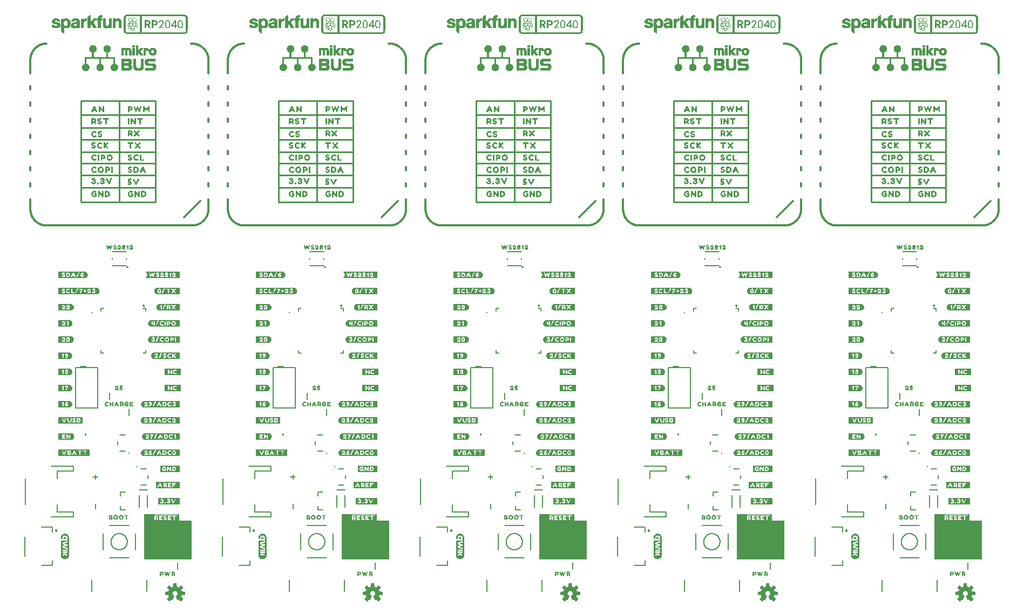
<source format=gto>
G04 EAGLE Gerber RS-274X export*
G75*
%MOMM*%
%FSLAX34Y34*%
%LPD*%
%INSilkscreen Top*%
%IPPOS*%
%AMOC8*
5,1,8,0,0,1.08239X$1,22.5*%
G01*
%ADD10C,0.203200*%
%ADD11C,0.254000*%
%ADD12C,0.152400*%
%ADD13C,0.323106*%
%ADD14C,0.177800*%
%ADD15C,0.254000*%
%ADD16C,0.127000*%
%ADD17C,0.304800*%
%ADD18C,0.025000*%

G36*
X884678Y73676D02*
X884678Y73676D01*
X884797Y73683D01*
X884835Y73696D01*
X884876Y73701D01*
X884986Y73744D01*
X885099Y73781D01*
X885134Y73803D01*
X885171Y73818D01*
X885267Y73888D01*
X885368Y73951D01*
X885396Y73981D01*
X885429Y74004D01*
X885505Y74096D01*
X885586Y74183D01*
X885606Y74218D01*
X885631Y74249D01*
X885682Y74357D01*
X885740Y74461D01*
X885750Y74501D01*
X885767Y74537D01*
X885789Y74654D01*
X885819Y74769D01*
X885823Y74830D01*
X885827Y74850D01*
X885825Y74870D01*
X885829Y74930D01*
X885829Y133350D01*
X885814Y133468D01*
X885807Y133587D01*
X885794Y133625D01*
X885789Y133666D01*
X885746Y133776D01*
X885709Y133889D01*
X885687Y133924D01*
X885672Y133961D01*
X885603Y134057D01*
X885539Y134158D01*
X885509Y134186D01*
X885486Y134219D01*
X885394Y134295D01*
X885307Y134376D01*
X885272Y134396D01*
X885241Y134421D01*
X885133Y134472D01*
X885029Y134530D01*
X884989Y134540D01*
X884953Y134557D01*
X884836Y134579D01*
X884721Y134609D01*
X884661Y134613D01*
X884641Y134617D01*
X884620Y134615D01*
X884560Y134619D01*
X865969Y134619D01*
X866215Y134865D01*
X866217Y134877D01*
X866223Y134882D01*
X866218Y134889D01*
X866219Y134892D01*
X866229Y134900D01*
X866229Y144600D01*
X866208Y144628D01*
X866207Y144641D01*
X865907Y144841D01*
X865891Y144840D01*
X865888Y144844D01*
X865884Y144844D01*
X865880Y144849D01*
X827280Y144849D01*
X827275Y144846D01*
X827270Y144848D01*
X827265Y144838D01*
X827233Y144813D01*
X827234Y144811D01*
X827232Y144810D01*
X827231Y144808D01*
X827224Y144823D01*
X827187Y144840D01*
X827180Y144849D01*
X824980Y144849D01*
X824973Y144844D01*
X824970Y144844D01*
X824965Y144841D01*
X824958Y144844D01*
X824792Y144761D01*
X824761Y144769D01*
X824701Y144773D01*
X824681Y144777D01*
X824660Y144775D01*
X824600Y144779D01*
X812360Y144779D01*
X812242Y144764D01*
X812123Y144757D01*
X812085Y144744D01*
X812044Y144739D01*
X811934Y144696D01*
X811821Y144659D01*
X811786Y144637D01*
X811749Y144622D01*
X811653Y144553D01*
X811552Y144489D01*
X811524Y144459D01*
X811491Y144436D01*
X811416Y144344D01*
X811334Y144257D01*
X811314Y144222D01*
X811289Y144191D01*
X811238Y144083D01*
X811180Y143979D01*
X811170Y143939D01*
X811153Y143903D01*
X811131Y143786D01*
X811101Y143671D01*
X811097Y143611D01*
X811093Y143591D01*
X811095Y143570D01*
X811091Y143510D01*
X811091Y74930D01*
X811106Y74812D01*
X811113Y74693D01*
X811126Y74655D01*
X811131Y74614D01*
X811174Y74504D01*
X811211Y74391D01*
X811233Y74356D01*
X811248Y74319D01*
X811318Y74223D01*
X811381Y74122D01*
X811411Y74094D01*
X811434Y74061D01*
X811526Y73986D01*
X811613Y73904D01*
X811648Y73884D01*
X811679Y73859D01*
X811787Y73808D01*
X811891Y73750D01*
X811931Y73740D01*
X811967Y73723D01*
X812084Y73701D01*
X812199Y73671D01*
X812260Y73667D01*
X812280Y73663D01*
X812300Y73665D01*
X812360Y73661D01*
X884560Y73661D01*
X884678Y73676D01*
G37*
G36*
X1194558Y73676D02*
X1194558Y73676D01*
X1194677Y73683D01*
X1194715Y73696D01*
X1194756Y73701D01*
X1194866Y73744D01*
X1194979Y73781D01*
X1195014Y73803D01*
X1195051Y73818D01*
X1195147Y73888D01*
X1195248Y73951D01*
X1195276Y73981D01*
X1195309Y74004D01*
X1195385Y74096D01*
X1195466Y74183D01*
X1195486Y74218D01*
X1195511Y74249D01*
X1195562Y74357D01*
X1195620Y74461D01*
X1195630Y74501D01*
X1195647Y74537D01*
X1195669Y74654D01*
X1195699Y74769D01*
X1195703Y74830D01*
X1195707Y74850D01*
X1195705Y74870D01*
X1195709Y74930D01*
X1195709Y133350D01*
X1195694Y133468D01*
X1195687Y133587D01*
X1195674Y133625D01*
X1195669Y133666D01*
X1195626Y133776D01*
X1195589Y133889D01*
X1195567Y133924D01*
X1195552Y133961D01*
X1195483Y134057D01*
X1195419Y134158D01*
X1195389Y134186D01*
X1195366Y134219D01*
X1195274Y134295D01*
X1195187Y134376D01*
X1195152Y134396D01*
X1195121Y134421D01*
X1195013Y134472D01*
X1194909Y134530D01*
X1194869Y134540D01*
X1194833Y134557D01*
X1194716Y134579D01*
X1194601Y134609D01*
X1194541Y134613D01*
X1194521Y134617D01*
X1194500Y134615D01*
X1194440Y134619D01*
X1175849Y134619D01*
X1176095Y134865D01*
X1176097Y134877D01*
X1176103Y134882D01*
X1176098Y134889D01*
X1176099Y134892D01*
X1176109Y134900D01*
X1176109Y144600D01*
X1176088Y144628D01*
X1176087Y144641D01*
X1175787Y144841D01*
X1175771Y144840D01*
X1175768Y144844D01*
X1175764Y144844D01*
X1175760Y144849D01*
X1137160Y144849D01*
X1137155Y144846D01*
X1137150Y144848D01*
X1137145Y144838D01*
X1137113Y144813D01*
X1137114Y144811D01*
X1137112Y144810D01*
X1137111Y144808D01*
X1137104Y144823D01*
X1137067Y144840D01*
X1137060Y144849D01*
X1134860Y144849D01*
X1134853Y144844D01*
X1134850Y144844D01*
X1134845Y144841D01*
X1134838Y144844D01*
X1134672Y144761D01*
X1134641Y144769D01*
X1134581Y144773D01*
X1134561Y144777D01*
X1134540Y144775D01*
X1134480Y144779D01*
X1122240Y144779D01*
X1122122Y144764D01*
X1122003Y144757D01*
X1121965Y144744D01*
X1121924Y144739D01*
X1121814Y144696D01*
X1121701Y144659D01*
X1121666Y144637D01*
X1121629Y144622D01*
X1121533Y144553D01*
X1121432Y144489D01*
X1121404Y144459D01*
X1121371Y144436D01*
X1121296Y144344D01*
X1121214Y144257D01*
X1121194Y144222D01*
X1121169Y144191D01*
X1121118Y144083D01*
X1121060Y143979D01*
X1121050Y143939D01*
X1121033Y143903D01*
X1121011Y143786D01*
X1120981Y143671D01*
X1120977Y143611D01*
X1120973Y143591D01*
X1120975Y143570D01*
X1120971Y143510D01*
X1120971Y74930D01*
X1120986Y74812D01*
X1120993Y74693D01*
X1121006Y74655D01*
X1121011Y74614D01*
X1121054Y74504D01*
X1121091Y74391D01*
X1121113Y74356D01*
X1121128Y74319D01*
X1121198Y74223D01*
X1121261Y74122D01*
X1121291Y74094D01*
X1121314Y74061D01*
X1121406Y73986D01*
X1121493Y73904D01*
X1121528Y73884D01*
X1121559Y73859D01*
X1121667Y73808D01*
X1121771Y73750D01*
X1121811Y73740D01*
X1121847Y73723D01*
X1121964Y73701D01*
X1122079Y73671D01*
X1122140Y73667D01*
X1122160Y73663D01*
X1122180Y73665D01*
X1122240Y73661D01*
X1194440Y73661D01*
X1194558Y73676D01*
G37*
G36*
X574798Y73676D02*
X574798Y73676D01*
X574917Y73683D01*
X574955Y73696D01*
X574996Y73701D01*
X575106Y73744D01*
X575219Y73781D01*
X575254Y73803D01*
X575291Y73818D01*
X575387Y73888D01*
X575488Y73951D01*
X575516Y73981D01*
X575549Y74004D01*
X575625Y74096D01*
X575706Y74183D01*
X575726Y74218D01*
X575751Y74249D01*
X575802Y74357D01*
X575860Y74461D01*
X575870Y74501D01*
X575887Y74537D01*
X575909Y74654D01*
X575939Y74769D01*
X575943Y74830D01*
X575947Y74850D01*
X575945Y74870D01*
X575949Y74930D01*
X575949Y133350D01*
X575934Y133468D01*
X575927Y133587D01*
X575914Y133625D01*
X575909Y133666D01*
X575866Y133776D01*
X575829Y133889D01*
X575807Y133924D01*
X575792Y133961D01*
X575723Y134057D01*
X575659Y134158D01*
X575629Y134186D01*
X575606Y134219D01*
X575514Y134295D01*
X575427Y134376D01*
X575392Y134396D01*
X575361Y134421D01*
X575253Y134472D01*
X575149Y134530D01*
X575109Y134540D01*
X575073Y134557D01*
X574956Y134579D01*
X574841Y134609D01*
X574781Y134613D01*
X574761Y134617D01*
X574740Y134615D01*
X574680Y134619D01*
X556089Y134619D01*
X556335Y134865D01*
X556337Y134877D01*
X556343Y134882D01*
X556338Y134889D01*
X556339Y134892D01*
X556349Y134900D01*
X556349Y144600D01*
X556328Y144628D01*
X556327Y144641D01*
X556027Y144841D01*
X556011Y144840D01*
X556008Y144844D01*
X556004Y144844D01*
X556000Y144849D01*
X517400Y144849D01*
X517395Y144846D01*
X517390Y144848D01*
X517385Y144838D01*
X517353Y144813D01*
X517354Y144811D01*
X517352Y144810D01*
X517351Y144808D01*
X517344Y144823D01*
X517307Y144840D01*
X517300Y144849D01*
X515100Y144849D01*
X515093Y144844D01*
X515090Y144844D01*
X515085Y144841D01*
X515078Y144844D01*
X514912Y144761D01*
X514881Y144769D01*
X514821Y144773D01*
X514801Y144777D01*
X514780Y144775D01*
X514720Y144779D01*
X502480Y144779D01*
X502362Y144764D01*
X502243Y144757D01*
X502205Y144744D01*
X502164Y144739D01*
X502054Y144696D01*
X501941Y144659D01*
X501906Y144637D01*
X501869Y144622D01*
X501773Y144553D01*
X501672Y144489D01*
X501644Y144459D01*
X501611Y144436D01*
X501536Y144344D01*
X501454Y144257D01*
X501434Y144222D01*
X501409Y144191D01*
X501358Y144083D01*
X501300Y143979D01*
X501290Y143939D01*
X501273Y143903D01*
X501251Y143786D01*
X501221Y143671D01*
X501217Y143611D01*
X501213Y143591D01*
X501215Y143570D01*
X501211Y143510D01*
X501211Y74930D01*
X501226Y74812D01*
X501233Y74693D01*
X501246Y74655D01*
X501251Y74614D01*
X501294Y74504D01*
X501331Y74391D01*
X501353Y74356D01*
X501368Y74319D01*
X501438Y74223D01*
X501501Y74122D01*
X501531Y74094D01*
X501554Y74061D01*
X501646Y73986D01*
X501733Y73904D01*
X501768Y73884D01*
X501799Y73859D01*
X501907Y73808D01*
X502011Y73750D01*
X502051Y73740D01*
X502087Y73723D01*
X502204Y73701D01*
X502319Y73671D01*
X502380Y73667D01*
X502400Y73663D01*
X502420Y73665D01*
X502480Y73661D01*
X574680Y73661D01*
X574798Y73676D01*
G37*
G36*
X1504438Y73676D02*
X1504438Y73676D01*
X1504557Y73683D01*
X1504595Y73696D01*
X1504636Y73701D01*
X1504746Y73744D01*
X1504859Y73781D01*
X1504894Y73803D01*
X1504931Y73818D01*
X1505027Y73888D01*
X1505128Y73951D01*
X1505156Y73981D01*
X1505189Y74004D01*
X1505265Y74096D01*
X1505346Y74183D01*
X1505366Y74218D01*
X1505391Y74249D01*
X1505442Y74357D01*
X1505500Y74461D01*
X1505510Y74501D01*
X1505527Y74537D01*
X1505549Y74654D01*
X1505579Y74769D01*
X1505583Y74830D01*
X1505587Y74850D01*
X1505585Y74870D01*
X1505589Y74930D01*
X1505589Y133350D01*
X1505574Y133468D01*
X1505567Y133587D01*
X1505554Y133625D01*
X1505549Y133666D01*
X1505506Y133776D01*
X1505469Y133889D01*
X1505447Y133924D01*
X1505432Y133961D01*
X1505363Y134057D01*
X1505299Y134158D01*
X1505269Y134186D01*
X1505246Y134219D01*
X1505154Y134295D01*
X1505067Y134376D01*
X1505032Y134396D01*
X1505001Y134421D01*
X1504893Y134472D01*
X1504789Y134530D01*
X1504749Y134540D01*
X1504713Y134557D01*
X1504596Y134579D01*
X1504481Y134609D01*
X1504421Y134613D01*
X1504401Y134617D01*
X1504380Y134615D01*
X1504320Y134619D01*
X1485729Y134619D01*
X1485975Y134865D01*
X1485977Y134877D01*
X1485983Y134882D01*
X1485978Y134889D01*
X1485979Y134892D01*
X1485989Y134900D01*
X1485989Y144600D01*
X1485968Y144628D01*
X1485967Y144641D01*
X1485667Y144841D01*
X1485651Y144840D01*
X1485648Y144844D01*
X1485644Y144844D01*
X1485640Y144849D01*
X1447040Y144849D01*
X1447035Y144846D01*
X1447030Y144848D01*
X1447025Y144838D01*
X1446993Y144813D01*
X1446994Y144811D01*
X1446992Y144810D01*
X1446991Y144808D01*
X1446984Y144823D01*
X1446947Y144840D01*
X1446940Y144849D01*
X1444740Y144849D01*
X1444733Y144844D01*
X1444730Y144844D01*
X1444725Y144841D01*
X1444718Y144844D01*
X1444552Y144761D01*
X1444521Y144769D01*
X1444461Y144773D01*
X1444441Y144777D01*
X1444420Y144775D01*
X1444360Y144779D01*
X1432120Y144779D01*
X1432002Y144764D01*
X1431883Y144757D01*
X1431845Y144744D01*
X1431804Y144739D01*
X1431694Y144696D01*
X1431581Y144659D01*
X1431546Y144637D01*
X1431509Y144622D01*
X1431413Y144553D01*
X1431312Y144489D01*
X1431284Y144459D01*
X1431251Y144436D01*
X1431176Y144344D01*
X1431094Y144257D01*
X1431074Y144222D01*
X1431049Y144191D01*
X1430998Y144083D01*
X1430940Y143979D01*
X1430930Y143939D01*
X1430913Y143903D01*
X1430891Y143786D01*
X1430861Y143671D01*
X1430857Y143611D01*
X1430853Y143591D01*
X1430855Y143570D01*
X1430851Y143510D01*
X1430851Y74930D01*
X1430866Y74812D01*
X1430873Y74693D01*
X1430886Y74655D01*
X1430891Y74614D01*
X1430934Y74504D01*
X1430971Y74391D01*
X1430993Y74356D01*
X1431008Y74319D01*
X1431078Y74223D01*
X1431141Y74122D01*
X1431171Y74094D01*
X1431194Y74061D01*
X1431286Y73986D01*
X1431373Y73904D01*
X1431408Y73884D01*
X1431439Y73859D01*
X1431547Y73808D01*
X1431651Y73750D01*
X1431691Y73740D01*
X1431727Y73723D01*
X1431844Y73701D01*
X1431959Y73671D01*
X1432020Y73667D01*
X1432040Y73663D01*
X1432060Y73665D01*
X1432120Y73661D01*
X1504320Y73661D01*
X1504438Y73676D01*
G37*
G36*
X264918Y73676D02*
X264918Y73676D01*
X265037Y73683D01*
X265075Y73696D01*
X265116Y73701D01*
X265226Y73744D01*
X265339Y73781D01*
X265374Y73803D01*
X265411Y73818D01*
X265507Y73888D01*
X265608Y73951D01*
X265636Y73981D01*
X265669Y74004D01*
X265745Y74096D01*
X265826Y74183D01*
X265846Y74218D01*
X265871Y74249D01*
X265922Y74357D01*
X265980Y74461D01*
X265990Y74501D01*
X266007Y74537D01*
X266029Y74654D01*
X266059Y74769D01*
X266063Y74830D01*
X266067Y74850D01*
X266065Y74870D01*
X266069Y74930D01*
X266069Y133350D01*
X266054Y133468D01*
X266047Y133587D01*
X266034Y133625D01*
X266029Y133666D01*
X265986Y133776D01*
X265949Y133889D01*
X265927Y133924D01*
X265912Y133961D01*
X265843Y134057D01*
X265779Y134158D01*
X265749Y134186D01*
X265726Y134219D01*
X265634Y134295D01*
X265547Y134376D01*
X265512Y134396D01*
X265481Y134421D01*
X265373Y134472D01*
X265269Y134530D01*
X265229Y134540D01*
X265193Y134557D01*
X265076Y134579D01*
X264961Y134609D01*
X264901Y134613D01*
X264881Y134617D01*
X264860Y134615D01*
X264800Y134619D01*
X246209Y134619D01*
X246455Y134865D01*
X246457Y134877D01*
X246463Y134882D01*
X246458Y134889D01*
X246459Y134892D01*
X246469Y134900D01*
X246469Y144600D01*
X246448Y144628D01*
X246447Y144641D01*
X246147Y144841D01*
X246131Y144840D01*
X246128Y144844D01*
X246124Y144844D01*
X246120Y144849D01*
X207520Y144849D01*
X207515Y144846D01*
X207510Y144848D01*
X207505Y144838D01*
X207473Y144813D01*
X207474Y144811D01*
X207472Y144810D01*
X207471Y144808D01*
X207464Y144823D01*
X207427Y144840D01*
X207420Y144849D01*
X205220Y144849D01*
X205213Y144844D01*
X205210Y144844D01*
X205205Y144841D01*
X205198Y144844D01*
X205032Y144761D01*
X205001Y144769D01*
X204941Y144773D01*
X204921Y144777D01*
X204900Y144775D01*
X204840Y144779D01*
X192600Y144779D01*
X192482Y144764D01*
X192363Y144757D01*
X192325Y144744D01*
X192284Y144739D01*
X192174Y144696D01*
X192061Y144659D01*
X192026Y144637D01*
X191989Y144622D01*
X191893Y144553D01*
X191792Y144489D01*
X191764Y144459D01*
X191731Y144436D01*
X191656Y144344D01*
X191574Y144257D01*
X191554Y144222D01*
X191529Y144191D01*
X191478Y144083D01*
X191420Y143979D01*
X191410Y143939D01*
X191393Y143903D01*
X191371Y143786D01*
X191341Y143671D01*
X191337Y143611D01*
X191333Y143591D01*
X191335Y143570D01*
X191331Y143510D01*
X191331Y74930D01*
X191346Y74812D01*
X191353Y74693D01*
X191366Y74655D01*
X191371Y74614D01*
X191414Y74504D01*
X191451Y74391D01*
X191473Y74356D01*
X191488Y74319D01*
X191558Y74223D01*
X191621Y74122D01*
X191651Y74094D01*
X191674Y74061D01*
X191766Y73986D01*
X191853Y73904D01*
X191888Y73884D01*
X191919Y73859D01*
X192027Y73808D01*
X192131Y73750D01*
X192171Y73740D01*
X192207Y73723D01*
X192324Y73701D01*
X192439Y73671D01*
X192500Y73667D01*
X192520Y73663D01*
X192540Y73665D01*
X192600Y73661D01*
X264800Y73661D01*
X264918Y73676D01*
G37*
G36*
X499934Y899229D02*
X499934Y899229D01*
X499934Y899230D01*
X499934Y902010D01*
X499931Y902014D01*
X499930Y902014D01*
X497701Y902009D01*
X497701Y925008D01*
X497687Y925931D01*
X497692Y926935D01*
X498272Y926959D01*
X498826Y926955D01*
X562290Y926955D01*
X564302Y927004D01*
X565331Y926860D01*
X566185Y926419D01*
X566714Y925672D01*
X566915Y924789D01*
X566907Y922954D01*
X566907Y906009D01*
X566938Y904257D01*
X566936Y904246D01*
X566936Y904241D01*
X566935Y904237D01*
X566932Y904220D01*
X566931Y904216D01*
X566929Y904199D01*
X566928Y904199D01*
X566929Y904199D01*
X566928Y904195D01*
X566927Y904190D01*
X566925Y904178D01*
X566924Y904173D01*
X566923Y904169D01*
X566921Y904152D01*
X566920Y904148D01*
X566917Y904131D01*
X566916Y904127D01*
X566915Y904122D01*
X566913Y904105D01*
X566912Y904101D01*
X566909Y904084D01*
X566908Y904080D01*
X566908Y904076D01*
X566907Y904076D01*
X566905Y904063D01*
X566905Y904059D01*
X566904Y904054D01*
X566901Y904037D01*
X566900Y904033D01*
X566897Y904016D01*
X566897Y904012D01*
X566896Y904008D01*
X566894Y903995D01*
X566893Y903991D01*
X566892Y903986D01*
X566889Y903969D01*
X566889Y903965D01*
X566886Y903948D01*
X566885Y903944D01*
X566884Y903940D01*
X566881Y903923D01*
X566881Y903918D01*
X566878Y903901D01*
X566877Y903897D01*
X566876Y903893D01*
X566874Y903880D01*
X566873Y903876D01*
X566873Y903872D01*
X566870Y903855D01*
X566869Y903850D01*
X566866Y903833D01*
X566865Y903829D01*
X566865Y903825D01*
X566863Y903812D01*
X566862Y903808D01*
X566861Y903804D01*
X566858Y903787D01*
X566858Y903782D01*
X566857Y903782D01*
X566858Y903782D01*
X566855Y903765D01*
X566854Y903761D01*
X566853Y903757D01*
X566850Y903740D01*
X566850Y903736D01*
X566847Y903719D01*
X566846Y903714D01*
X566845Y903710D01*
X566843Y903697D01*
X566842Y903693D01*
X566842Y903689D01*
X566839Y903672D01*
X566838Y903668D01*
X566835Y903651D01*
X566834Y903646D01*
X566834Y903642D01*
X566831Y903625D01*
X566830Y903621D01*
X566827Y903604D01*
X566826Y903600D01*
X566823Y903583D01*
X566823Y903578D01*
X566822Y903574D01*
X566819Y903557D01*
X566818Y903553D01*
X566815Y903536D01*
X566815Y903532D01*
X566814Y903527D01*
X566812Y903515D01*
X566811Y903510D01*
X566810Y903506D01*
X566808Y903489D01*
X566807Y903489D01*
X566808Y903489D01*
X566807Y903485D01*
X566804Y903468D01*
X566803Y903464D01*
X566802Y903459D01*
X566800Y903442D01*
X566799Y903438D01*
X566796Y903421D01*
X566795Y903417D01*
X566792Y903400D01*
X566792Y903396D01*
X566791Y903391D01*
X566790Y903386D01*
X566361Y902643D01*
X565719Y902202D01*
X564975Y902022D01*
X563420Y902009D01*
X499940Y902014D01*
X499936Y902011D01*
X499936Y902010D01*
X499936Y899230D01*
X499939Y899226D01*
X499940Y899226D01*
X563522Y899228D01*
X565082Y899262D01*
X565083Y899262D01*
X566604Y899583D01*
X566605Y899584D01*
X567836Y900268D01*
X567837Y900268D01*
X568604Y901039D01*
X568604Y901040D01*
X568605Y901040D01*
X569124Y901895D01*
X569125Y901896D01*
X569457Y902876D01*
X569458Y902877D01*
X569458Y902880D01*
X569460Y902889D01*
X569460Y902893D01*
X569461Y902897D01*
X569462Y902901D01*
X569462Y902902D01*
X569462Y902906D01*
X569463Y902910D01*
X569464Y902918D01*
X569464Y902919D01*
X569465Y902923D01*
X569466Y902927D01*
X569467Y902935D01*
X569467Y902936D01*
X569468Y902940D01*
X569468Y902944D01*
X569469Y902948D01*
X569470Y902952D01*
X569470Y902953D01*
X569470Y902957D01*
X569472Y902965D01*
X569472Y902969D01*
X569472Y902970D01*
X569473Y902974D01*
X569474Y902978D01*
X569474Y902982D01*
X569475Y902982D01*
X569474Y902982D01*
X569475Y902986D01*
X569475Y902987D01*
X569476Y902991D01*
X569477Y902995D01*
X569477Y902999D01*
X569478Y903003D01*
X569478Y903004D01*
X569479Y903012D01*
X569480Y903016D01*
X569481Y903020D01*
X569481Y903021D01*
X569481Y903025D01*
X569482Y903029D01*
X569483Y903033D01*
X569484Y903042D01*
X569485Y903046D01*
X569485Y903050D01*
X569486Y903054D01*
X569487Y903059D01*
X569487Y903063D01*
X569488Y903067D01*
X569489Y903071D01*
X569489Y903072D01*
X569489Y903076D01*
X569490Y903080D01*
X569491Y903088D01*
X569491Y903089D01*
X569492Y903093D01*
X569493Y903097D01*
X569493Y903101D01*
X569494Y903101D01*
X569494Y903105D01*
X569494Y903106D01*
X569495Y903110D01*
X569496Y903118D01*
X569497Y903122D01*
X569497Y903123D01*
X569498Y903127D01*
X569499Y903135D01*
X569500Y903139D01*
X569500Y903140D01*
X569500Y903144D01*
X569501Y903148D01*
X569502Y903152D01*
X569502Y903156D01*
X569502Y903157D01*
X569504Y903165D01*
X569504Y903169D01*
X569505Y903173D01*
X569505Y903174D01*
X569506Y903178D01*
X569506Y903182D01*
X569507Y903186D01*
X569508Y903195D01*
X569509Y903199D01*
X569510Y903203D01*
X569511Y903212D01*
X569512Y903216D01*
X569512Y903220D01*
X569513Y903220D01*
X569513Y903224D01*
X569513Y903225D01*
X569514Y903229D01*
X569515Y903233D01*
X569516Y903241D01*
X569516Y903242D01*
X569517Y903246D01*
X569517Y903250D01*
X569518Y903254D01*
X569519Y903258D01*
X569519Y903259D01*
X569519Y903263D01*
X569521Y903271D01*
X569521Y903275D01*
X569521Y903276D01*
X569522Y903280D01*
X569523Y903288D01*
X569524Y903292D01*
X569524Y903293D01*
X569525Y903297D01*
X569525Y903301D01*
X569526Y903305D01*
X569527Y903309D01*
X569527Y903310D01*
X569528Y903318D01*
X569529Y903322D01*
X569529Y903326D01*
X569530Y903326D01*
X569529Y903327D01*
X569530Y903331D01*
X569531Y903335D01*
X569532Y903339D01*
X569532Y903343D01*
X569532Y903344D01*
X569533Y903348D01*
X569534Y903352D01*
X569534Y903356D01*
X569536Y903365D01*
X569536Y903369D01*
X569537Y903373D01*
X569538Y903377D01*
X569538Y903378D01*
X569538Y903382D01*
X569539Y903386D01*
X569540Y903394D01*
X569540Y903395D01*
X569541Y903399D01*
X569542Y903403D01*
X569542Y903407D01*
X569543Y903411D01*
X569543Y903412D01*
X569544Y903416D01*
X569544Y903420D01*
X569545Y903424D01*
X569546Y903428D01*
X569546Y903429D01*
X569546Y903433D01*
X569548Y903441D01*
X569548Y903445D01*
X569549Y903445D01*
X569548Y903446D01*
X569549Y903450D01*
X569550Y903454D01*
X569551Y903458D01*
X569551Y903462D01*
X569551Y903463D01*
X569553Y903471D01*
X569553Y903475D01*
X569554Y903479D01*
X569554Y903480D01*
X569555Y903488D01*
X569556Y903492D01*
X569557Y903496D01*
X569557Y903497D01*
X569557Y903501D01*
X569558Y903505D01*
X569559Y903509D01*
X569560Y903518D01*
X569561Y903522D01*
X569561Y903526D01*
X569562Y903530D01*
X569562Y903531D01*
X569563Y903535D01*
X569563Y903539D01*
X569565Y903547D01*
X569565Y903548D01*
X569565Y903552D01*
X569566Y903556D01*
X569567Y903564D01*
X569568Y903564D01*
X569567Y903565D01*
X569568Y903569D01*
X569569Y903573D01*
X569570Y903577D01*
X569570Y903581D01*
X569570Y903582D01*
X569571Y903586D01*
X569572Y903594D01*
X569573Y903598D01*
X569573Y903599D01*
X569574Y903603D01*
X569574Y903607D01*
X569575Y903611D01*
X569576Y903615D01*
X569576Y903616D01*
X569576Y903620D01*
X569577Y903624D01*
X569578Y903628D01*
X569578Y903632D01*
X569578Y903633D01*
X569580Y903641D01*
X569580Y903645D01*
X569581Y903649D01*
X569581Y903650D01*
X569582Y903654D01*
X569582Y903658D01*
X569583Y903662D01*
X569584Y903671D01*
X569585Y903675D01*
X569586Y903679D01*
X569586Y903683D01*
X569587Y903683D01*
X569587Y903688D01*
X569588Y903692D01*
X569589Y903696D01*
X569589Y903700D01*
X569589Y903701D01*
X569590Y903705D01*
X569591Y903709D01*
X569592Y903717D01*
X569592Y903718D01*
X569593Y903722D01*
X569593Y903726D01*
X569594Y903730D01*
X569595Y903734D01*
X569595Y903735D01*
X569595Y903739D01*
X569597Y903747D01*
X569597Y903751D01*
X569597Y903752D01*
X569598Y903756D01*
X569599Y903764D01*
X569600Y903768D01*
X569600Y903769D01*
X569601Y903773D01*
X569601Y903777D01*
X569602Y903781D01*
X569603Y903785D01*
X569603Y903786D01*
X569604Y903794D01*
X569605Y903798D01*
X569606Y903802D01*
X569606Y903803D01*
X569606Y903807D01*
X569607Y903811D01*
X569608Y903815D01*
X569609Y903824D01*
X569610Y903828D01*
X569610Y903832D01*
X569612Y903841D01*
X569612Y903845D01*
X569613Y903849D01*
X569614Y903853D01*
X569614Y903854D01*
X569614Y903858D01*
X569615Y903862D01*
X569616Y903870D01*
X569616Y903871D01*
X569617Y903875D01*
X569618Y903879D01*
X569618Y903883D01*
X569619Y903887D01*
X569619Y903888D01*
X569620Y903892D01*
X569621Y903900D01*
X569622Y903904D01*
X569622Y903905D01*
X569622Y903909D01*
X569623Y903909D01*
X569622Y903909D01*
X569624Y903917D01*
X569624Y903918D01*
X569624Y903919D01*
X569688Y906009D01*
X569688Y918641D01*
X569728Y920764D01*
X569764Y922887D01*
X569670Y925008D01*
X569670Y925009D01*
X569141Y926966D01*
X569140Y926967D01*
X568603Y927834D01*
X568603Y927835D01*
X567894Y928562D01*
X567893Y928562D01*
X567893Y928563D01*
X567067Y929104D01*
X567066Y929104D01*
X567066Y929105D01*
X566091Y929486D01*
X566090Y929486D01*
X564403Y929672D01*
X564402Y929672D01*
X562701Y929633D01*
X476028Y929633D01*
X473666Y929588D01*
X473665Y929588D01*
X472257Y929134D01*
X472256Y929134D01*
X471061Y928290D01*
X471061Y928289D01*
X471060Y928289D01*
X470175Y927130D01*
X470175Y927129D01*
X469691Y925728D01*
X469691Y925727D01*
X469690Y925727D01*
X469690Y925725D01*
X469690Y925721D01*
X469689Y925717D01*
X469689Y925712D01*
X469689Y925708D01*
X469688Y925704D01*
X469688Y925700D01*
X469688Y925695D01*
X469687Y925691D01*
X469687Y925687D01*
X469686Y925683D01*
X469686Y925678D01*
X469686Y925674D01*
X469685Y925670D01*
X469685Y925666D01*
X469685Y925661D01*
X469684Y925657D01*
X469684Y925653D01*
X469683Y925649D01*
X469683Y925644D01*
X469683Y925640D01*
X469682Y925636D01*
X469682Y925632D01*
X469682Y925627D01*
X469681Y925623D01*
X469681Y925619D01*
X469680Y925615D01*
X469680Y925610D01*
X469680Y925606D01*
X469679Y925602D01*
X469679Y925598D01*
X469679Y925593D01*
X469678Y925589D01*
X469678Y925585D01*
X469677Y925581D01*
X469677Y925576D01*
X469677Y925572D01*
X469676Y925568D01*
X469676Y925564D01*
X469676Y925559D01*
X469675Y925555D01*
X469675Y925551D01*
X469673Y925534D01*
X469673Y925530D01*
X469673Y925525D01*
X469672Y925521D01*
X469672Y925517D01*
X469672Y925513D01*
X469671Y925513D01*
X469672Y925513D01*
X469671Y925508D01*
X469671Y925504D01*
X469670Y925500D01*
X469670Y925496D01*
X469670Y925491D01*
X469669Y925487D01*
X469669Y925483D01*
X469669Y925479D01*
X469668Y925479D01*
X469669Y925479D01*
X469668Y925474D01*
X469668Y925470D01*
X469667Y925466D01*
X469667Y925462D01*
X469667Y925457D01*
X469666Y925453D01*
X469666Y925449D01*
X469666Y925445D01*
X469665Y925445D01*
X469666Y925445D01*
X469665Y925440D01*
X469665Y925436D01*
X469664Y925432D01*
X469664Y925428D01*
X469664Y925423D01*
X469663Y925419D01*
X469663Y925415D01*
X469663Y925411D01*
X469662Y925411D01*
X469663Y925411D01*
X469662Y925406D01*
X469662Y925402D01*
X469661Y925398D01*
X469661Y925394D01*
X469661Y925389D01*
X469660Y925385D01*
X469660Y925381D01*
X469660Y925377D01*
X469659Y925377D01*
X469660Y925377D01*
X469659Y925372D01*
X469659Y925368D01*
X469658Y925364D01*
X469658Y925360D01*
X469658Y925355D01*
X469657Y925351D01*
X469656Y925338D01*
X469656Y925334D01*
X469655Y925330D01*
X469655Y925326D01*
X469655Y925321D01*
X469654Y925317D01*
X469654Y925313D01*
X469654Y925309D01*
X469653Y925304D01*
X469653Y925300D01*
X469652Y925296D01*
X469652Y925292D01*
X469652Y925287D01*
X469651Y925283D01*
X469651Y925279D01*
X469651Y925275D01*
X469650Y925270D01*
X469650Y925266D01*
X469649Y925262D01*
X469649Y925258D01*
X469649Y925253D01*
X469648Y925249D01*
X469648Y925245D01*
X469648Y925241D01*
X469647Y925236D01*
X469647Y925232D01*
X469646Y925228D01*
X469646Y925224D01*
X469646Y925219D01*
X469645Y925215D01*
X469645Y925211D01*
X469645Y925207D01*
X469644Y925202D01*
X469644Y925198D01*
X469643Y925194D01*
X469643Y925190D01*
X469643Y925185D01*
X469642Y925181D01*
X469642Y925177D01*
X469642Y925173D01*
X469641Y925168D01*
X469641Y925164D01*
X469640Y925160D01*
X469640Y925156D01*
X469639Y925139D01*
X469638Y925134D01*
X469638Y925130D01*
X469637Y925126D01*
X469637Y925122D01*
X469637Y925117D01*
X469636Y925113D01*
X469636Y925109D01*
X469636Y925105D01*
X469635Y925100D01*
X469635Y925096D01*
X469634Y925092D01*
X469634Y925088D01*
X469634Y925083D01*
X469633Y925079D01*
X469633Y925075D01*
X469633Y925071D01*
X469632Y925066D01*
X469632Y925062D01*
X469631Y925058D01*
X469631Y925054D01*
X469631Y925049D01*
X469630Y925045D01*
X469630Y925041D01*
X469630Y925037D01*
X469629Y925032D01*
X469629Y925028D01*
X469628Y925024D01*
X469628Y925020D01*
X469628Y925015D01*
X469627Y925011D01*
X469627Y925007D01*
X469627Y925003D01*
X469626Y924998D01*
X469626Y924994D01*
X469625Y924990D01*
X469625Y924986D01*
X469625Y924981D01*
X469624Y924977D01*
X469624Y924973D01*
X469624Y924969D01*
X469623Y924964D01*
X469623Y924960D01*
X469621Y924943D01*
X469621Y924939D01*
X469621Y924935D01*
X469620Y924930D01*
X469620Y924926D01*
X469619Y924922D01*
X469619Y924918D01*
X469619Y924913D01*
X469618Y924909D01*
X469618Y924905D01*
X469618Y924901D01*
X469617Y924896D01*
X469617Y924892D01*
X469616Y924888D01*
X469616Y924884D01*
X469616Y924879D01*
X469615Y924875D01*
X469615Y924871D01*
X469615Y924867D01*
X469614Y924862D01*
X469614Y924858D01*
X469613Y924854D01*
X469613Y924850D01*
X469613Y924845D01*
X469612Y924841D01*
X469612Y924837D01*
X469612Y924833D01*
X469611Y924828D01*
X469611Y924824D01*
X469610Y924820D01*
X469610Y924816D01*
X469610Y924811D01*
X469609Y924807D01*
X469609Y924803D01*
X469609Y924799D01*
X469608Y924794D01*
X469608Y924790D01*
X469607Y924786D01*
X469607Y924782D01*
X469607Y924777D01*
X469606Y924773D01*
X469606Y924769D01*
X469606Y924765D01*
X469604Y924748D01*
X469604Y924743D01*
X469603Y924739D01*
X469603Y924735D01*
X469603Y924731D01*
X469602Y924726D01*
X469602Y924722D01*
X469602Y924718D01*
X469601Y924718D01*
X469602Y924718D01*
X469601Y924714D01*
X469601Y924709D01*
X469600Y924705D01*
X469600Y924701D01*
X469600Y924697D01*
X469599Y924692D01*
X469599Y924688D01*
X469599Y924684D01*
X469598Y924684D01*
X469599Y924684D01*
X469598Y924680D01*
X469598Y924675D01*
X469597Y924671D01*
X469597Y924667D01*
X469597Y924663D01*
X469596Y924658D01*
X469596Y924654D01*
X469596Y924650D01*
X469595Y924650D01*
X469596Y924650D01*
X469595Y924646D01*
X469595Y924641D01*
X469594Y924637D01*
X469594Y924633D01*
X469594Y924629D01*
X469593Y924624D01*
X469593Y924620D01*
X469593Y924616D01*
X469592Y924616D01*
X469593Y924616D01*
X469592Y924612D01*
X469592Y924607D01*
X469591Y924603D01*
X469591Y924599D01*
X469591Y924595D01*
X469590Y924590D01*
X469590Y924586D01*
X469590Y924582D01*
X469589Y924582D01*
X469590Y924582D01*
X469589Y924578D01*
X469589Y924573D01*
X469588Y924569D01*
X469588Y924565D01*
X469587Y924552D01*
X469587Y924548D01*
X469586Y924544D01*
X469586Y924539D01*
X469585Y924535D01*
X469585Y924531D01*
X469585Y924527D01*
X469584Y924522D01*
X469584Y924518D01*
X469584Y924514D01*
X469583Y924510D01*
X469583Y924505D01*
X469582Y924501D01*
X469582Y924497D01*
X469582Y924493D01*
X469581Y924488D01*
X469581Y924484D01*
X469581Y924480D01*
X469580Y924476D01*
X469580Y924471D01*
X469579Y924467D01*
X469579Y924463D01*
X469579Y924459D01*
X469578Y924454D01*
X469578Y924450D01*
X469578Y924446D01*
X469577Y924442D01*
X469577Y924437D01*
X469576Y924433D01*
X469576Y924429D01*
X469576Y924425D01*
X469575Y924420D01*
X469575Y924416D01*
X469575Y924412D01*
X469574Y924408D01*
X469574Y924403D01*
X469573Y924399D01*
X469573Y924395D01*
X469573Y924391D01*
X469572Y924386D01*
X469572Y924382D01*
X469572Y924378D01*
X469571Y924374D01*
X469571Y924369D01*
X469569Y924352D01*
X469569Y924348D01*
X469569Y924344D01*
X469568Y924340D01*
X469568Y924335D01*
X469567Y924331D01*
X469567Y924327D01*
X469567Y924323D01*
X469566Y924318D01*
X469566Y924314D01*
X469566Y924310D01*
X469565Y924306D01*
X469565Y924301D01*
X469564Y924297D01*
X469564Y924293D01*
X469564Y924289D01*
X469563Y924284D01*
X469563Y924280D01*
X469563Y924276D01*
X469562Y924272D01*
X469562Y924267D01*
X469561Y924263D01*
X469561Y924259D01*
X469561Y924255D01*
X469560Y924250D01*
X469560Y924246D01*
X469560Y924242D01*
X469559Y924238D01*
X469559Y924233D01*
X469558Y924229D01*
X469558Y924225D01*
X469558Y924221D01*
X469557Y924216D01*
X469557Y924212D01*
X469557Y924208D01*
X469556Y924204D01*
X469556Y924199D01*
X469555Y924195D01*
X469555Y924191D01*
X469555Y924187D01*
X469554Y924182D01*
X469554Y924178D01*
X469554Y924174D01*
X469552Y924157D01*
X469552Y924153D01*
X469551Y924148D01*
X469551Y924144D01*
X469551Y924140D01*
X469550Y924136D01*
X469550Y924131D01*
X469549Y924127D01*
X469549Y924123D01*
X469549Y924119D01*
X469548Y924114D01*
X469548Y924110D01*
X469548Y924106D01*
X469547Y924102D01*
X469547Y924097D01*
X469546Y924093D01*
X469546Y924089D01*
X469546Y924085D01*
X469545Y924080D01*
X469545Y924076D01*
X469545Y924072D01*
X469544Y924068D01*
X469544Y924063D01*
X469543Y924059D01*
X469543Y924055D01*
X469543Y924051D01*
X469542Y924046D01*
X469542Y924042D01*
X469542Y924038D01*
X469541Y924034D01*
X469541Y924029D01*
X469540Y924025D01*
X469540Y924021D01*
X469540Y924017D01*
X469539Y924012D01*
X469539Y924008D01*
X469539Y924004D01*
X469538Y924000D01*
X469538Y923995D01*
X469537Y923991D01*
X469537Y923987D01*
X469537Y923983D01*
X469536Y923978D01*
X469536Y923974D01*
X469535Y923961D01*
X469535Y923957D01*
X469534Y923957D01*
X469534Y923953D01*
X469534Y923949D01*
X469533Y923944D01*
X469533Y923940D01*
X469533Y923936D01*
X469532Y923932D01*
X469532Y923927D01*
X469532Y923923D01*
X469531Y923923D01*
X469532Y923923D01*
X469531Y923919D01*
X469531Y923915D01*
X469530Y923910D01*
X469530Y923906D01*
X469530Y923902D01*
X469529Y923898D01*
X469529Y923893D01*
X469529Y923889D01*
X469528Y923889D01*
X469529Y923889D01*
X469528Y923885D01*
X469528Y923881D01*
X469527Y923876D01*
X469527Y923872D01*
X469527Y923868D01*
X469526Y923864D01*
X469526Y923859D01*
X469526Y923855D01*
X469525Y923855D01*
X469526Y923855D01*
X469525Y923851D01*
X469525Y923847D01*
X469524Y923842D01*
X469524Y923838D01*
X469524Y923834D01*
X469523Y923830D01*
X469523Y923825D01*
X469523Y923821D01*
X469522Y923821D01*
X469523Y923821D01*
X469522Y923817D01*
X469522Y923813D01*
X469521Y923808D01*
X469521Y923804D01*
X469521Y923800D01*
X469520Y923796D01*
X469520Y923791D01*
X469520Y923787D01*
X469519Y923787D01*
X469520Y923787D01*
X469519Y923783D01*
X469519Y923779D01*
X469517Y923762D01*
X469517Y923757D01*
X469517Y923753D01*
X469516Y923749D01*
X469516Y923745D01*
X469515Y923740D01*
X469515Y923736D01*
X469515Y923732D01*
X469514Y923728D01*
X469514Y923723D01*
X469514Y923719D01*
X469513Y923715D01*
X469513Y923711D01*
X469512Y923706D01*
X469512Y923702D01*
X469512Y923698D01*
X469511Y923694D01*
X469511Y923689D01*
X469511Y923685D01*
X469510Y923681D01*
X469510Y923677D01*
X469509Y923672D01*
X469509Y923668D01*
X469509Y923664D01*
X469508Y923660D01*
X469508Y923655D01*
X469508Y923651D01*
X469507Y923647D01*
X469507Y923643D01*
X469506Y923638D01*
X469506Y923634D01*
X469506Y923630D01*
X469505Y923626D01*
X469505Y923621D01*
X469505Y923617D01*
X469504Y923613D01*
X469504Y923609D01*
X469503Y923604D01*
X469503Y923600D01*
X469503Y923596D01*
X469502Y923592D01*
X469502Y923587D01*
X469502Y923583D01*
X469500Y923566D01*
X469500Y923562D01*
X469499Y923558D01*
X469499Y923553D01*
X469499Y923549D01*
X469498Y923545D01*
X469498Y923541D01*
X469497Y923536D01*
X469497Y923532D01*
X469497Y923528D01*
X469496Y923524D01*
X469496Y923519D01*
X469496Y923515D01*
X469495Y923511D01*
X469495Y923507D01*
X469494Y923502D01*
X469494Y923498D01*
X469494Y923494D01*
X469493Y923490D01*
X469493Y923485D01*
X469493Y923481D01*
X469492Y923477D01*
X469492Y923473D01*
X469491Y923468D01*
X469491Y923464D01*
X469491Y923460D01*
X469490Y923456D01*
X469490Y923451D01*
X469490Y923447D01*
X469489Y923443D01*
X469489Y923439D01*
X469488Y923434D01*
X469488Y923430D01*
X469488Y923426D01*
X469487Y923422D01*
X469487Y923417D01*
X469487Y923413D01*
X469486Y923409D01*
X469486Y923406D01*
X469505Y921074D01*
X469554Y918743D01*
X469554Y906112D01*
X469690Y903643D01*
X469967Y902422D01*
X469968Y902422D01*
X469968Y902421D01*
X470480Y901316D01*
X470480Y901315D01*
X471240Y900424D01*
X471241Y900423D01*
X472329Y899721D01*
X472330Y899721D01*
X472330Y899720D01*
X474045Y899283D01*
X474046Y899283D01*
X475823Y899228D01*
X493920Y899226D01*
X493924Y899229D01*
X493924Y899230D01*
X493924Y902010D01*
X493921Y902014D01*
X493920Y902014D01*
X475617Y902009D01*
X474516Y902000D01*
X473463Y902257D01*
X472922Y902691D01*
X472565Y903267D01*
X472262Y904699D01*
X472335Y907550D01*
X472335Y924083D01*
X472412Y925116D01*
X472413Y925116D01*
X472415Y925146D01*
X472417Y925176D01*
X472419Y925205D01*
X472419Y925206D01*
X472421Y925235D01*
X472424Y925265D01*
X472424Y925276D01*
X472614Y925830D01*
X472969Y926318D01*
X473977Y926864D01*
X475237Y927032D01*
X477671Y926955D01*
X493691Y926955D01*
X494331Y926950D01*
X495051Y926945D01*
X495026Y925931D01*
X495022Y925008D01*
X495022Y902009D01*
X493930Y902014D01*
X493926Y902011D01*
X493926Y902010D01*
X493926Y899230D01*
X493929Y899226D01*
X493930Y899226D01*
X499930Y899226D01*
X499934Y899229D01*
G37*
G36*
X809814Y899229D02*
X809814Y899229D01*
X809814Y899230D01*
X809814Y902010D01*
X809811Y902014D01*
X809810Y902014D01*
X807581Y902009D01*
X807581Y925008D01*
X807567Y925931D01*
X807572Y926935D01*
X808152Y926959D01*
X808706Y926955D01*
X872170Y926955D01*
X874182Y927004D01*
X875211Y926860D01*
X876065Y926419D01*
X876594Y925672D01*
X876795Y924789D01*
X876787Y922954D01*
X876787Y906009D01*
X876818Y904257D01*
X876816Y904246D01*
X876816Y904241D01*
X876815Y904237D01*
X876812Y904220D01*
X876811Y904216D01*
X876809Y904199D01*
X876808Y904199D01*
X876809Y904199D01*
X876808Y904195D01*
X876807Y904190D01*
X876805Y904178D01*
X876804Y904173D01*
X876803Y904169D01*
X876801Y904152D01*
X876800Y904148D01*
X876797Y904131D01*
X876796Y904127D01*
X876795Y904122D01*
X876793Y904105D01*
X876792Y904101D01*
X876789Y904084D01*
X876788Y904080D01*
X876788Y904076D01*
X876787Y904076D01*
X876785Y904063D01*
X876785Y904059D01*
X876784Y904054D01*
X876781Y904037D01*
X876780Y904033D01*
X876777Y904016D01*
X876777Y904012D01*
X876776Y904008D01*
X876774Y903995D01*
X876773Y903991D01*
X876772Y903986D01*
X876769Y903969D01*
X876769Y903965D01*
X876766Y903948D01*
X876765Y903944D01*
X876764Y903940D01*
X876761Y903923D01*
X876761Y903918D01*
X876758Y903901D01*
X876757Y903897D01*
X876756Y903893D01*
X876754Y903880D01*
X876753Y903876D01*
X876753Y903872D01*
X876750Y903855D01*
X876749Y903850D01*
X876746Y903833D01*
X876745Y903829D01*
X876745Y903825D01*
X876743Y903812D01*
X876742Y903808D01*
X876741Y903804D01*
X876738Y903787D01*
X876738Y903782D01*
X876737Y903782D01*
X876738Y903782D01*
X876735Y903765D01*
X876734Y903761D01*
X876733Y903757D01*
X876730Y903740D01*
X876730Y903736D01*
X876727Y903719D01*
X876726Y903714D01*
X876725Y903710D01*
X876723Y903697D01*
X876722Y903693D01*
X876722Y903689D01*
X876719Y903672D01*
X876718Y903668D01*
X876715Y903651D01*
X876714Y903646D01*
X876714Y903642D01*
X876711Y903625D01*
X876710Y903621D01*
X876707Y903604D01*
X876706Y903600D01*
X876703Y903583D01*
X876703Y903578D01*
X876702Y903574D01*
X876699Y903557D01*
X876698Y903553D01*
X876695Y903536D01*
X876695Y903532D01*
X876694Y903527D01*
X876692Y903515D01*
X876691Y903510D01*
X876690Y903506D01*
X876688Y903489D01*
X876687Y903489D01*
X876688Y903489D01*
X876687Y903485D01*
X876684Y903468D01*
X876683Y903464D01*
X876682Y903459D01*
X876680Y903442D01*
X876679Y903438D01*
X876676Y903421D01*
X876675Y903417D01*
X876672Y903400D01*
X876672Y903396D01*
X876671Y903391D01*
X876670Y903386D01*
X876241Y902643D01*
X875599Y902202D01*
X874855Y902022D01*
X873300Y902009D01*
X809820Y902014D01*
X809816Y902011D01*
X809816Y902010D01*
X809816Y899230D01*
X809819Y899226D01*
X809820Y899226D01*
X873402Y899228D01*
X874962Y899262D01*
X874963Y899262D01*
X876484Y899583D01*
X876485Y899584D01*
X877716Y900268D01*
X877717Y900268D01*
X878484Y901039D01*
X878484Y901040D01*
X878485Y901040D01*
X879004Y901895D01*
X879005Y901896D01*
X879337Y902876D01*
X879338Y902877D01*
X879338Y902880D01*
X879340Y902889D01*
X879340Y902893D01*
X879341Y902897D01*
X879342Y902901D01*
X879342Y902902D01*
X879342Y902906D01*
X879343Y902910D01*
X879344Y902918D01*
X879344Y902919D01*
X879345Y902923D01*
X879346Y902927D01*
X879347Y902935D01*
X879347Y902936D01*
X879348Y902940D01*
X879348Y902944D01*
X879349Y902948D01*
X879350Y902952D01*
X879350Y902953D01*
X879350Y902957D01*
X879352Y902965D01*
X879352Y902969D01*
X879352Y902970D01*
X879353Y902974D01*
X879354Y902978D01*
X879354Y902982D01*
X879355Y902982D01*
X879354Y902982D01*
X879355Y902986D01*
X879355Y902987D01*
X879356Y902991D01*
X879357Y902995D01*
X879357Y902999D01*
X879358Y903003D01*
X879358Y903004D01*
X879359Y903012D01*
X879360Y903016D01*
X879361Y903020D01*
X879361Y903021D01*
X879361Y903025D01*
X879362Y903029D01*
X879363Y903033D01*
X879364Y903042D01*
X879365Y903046D01*
X879365Y903050D01*
X879366Y903054D01*
X879367Y903059D01*
X879367Y903063D01*
X879368Y903067D01*
X879369Y903071D01*
X879369Y903072D01*
X879369Y903076D01*
X879370Y903080D01*
X879371Y903088D01*
X879371Y903089D01*
X879372Y903093D01*
X879373Y903097D01*
X879373Y903101D01*
X879374Y903101D01*
X879374Y903105D01*
X879374Y903106D01*
X879375Y903110D01*
X879376Y903118D01*
X879377Y903122D01*
X879377Y903123D01*
X879378Y903127D01*
X879379Y903135D01*
X879380Y903139D01*
X879380Y903140D01*
X879380Y903144D01*
X879381Y903148D01*
X879382Y903152D01*
X879382Y903156D01*
X879382Y903157D01*
X879384Y903165D01*
X879384Y903169D01*
X879385Y903173D01*
X879385Y903174D01*
X879386Y903178D01*
X879386Y903182D01*
X879387Y903186D01*
X879388Y903195D01*
X879389Y903199D01*
X879390Y903203D01*
X879391Y903212D01*
X879392Y903216D01*
X879392Y903220D01*
X879393Y903220D01*
X879393Y903224D01*
X879393Y903225D01*
X879394Y903229D01*
X879395Y903233D01*
X879396Y903241D01*
X879396Y903242D01*
X879397Y903246D01*
X879397Y903250D01*
X879398Y903254D01*
X879399Y903258D01*
X879399Y903259D01*
X879399Y903263D01*
X879401Y903271D01*
X879401Y903275D01*
X879401Y903276D01*
X879402Y903280D01*
X879403Y903288D01*
X879404Y903292D01*
X879404Y903293D01*
X879405Y903297D01*
X879405Y903301D01*
X879406Y903305D01*
X879407Y903309D01*
X879407Y903310D01*
X879408Y903318D01*
X879409Y903322D01*
X879409Y903326D01*
X879410Y903326D01*
X879409Y903327D01*
X879410Y903331D01*
X879411Y903335D01*
X879412Y903339D01*
X879412Y903343D01*
X879412Y903344D01*
X879413Y903348D01*
X879414Y903352D01*
X879414Y903356D01*
X879416Y903365D01*
X879416Y903369D01*
X879417Y903373D01*
X879418Y903377D01*
X879418Y903378D01*
X879418Y903382D01*
X879419Y903386D01*
X879420Y903394D01*
X879420Y903395D01*
X879421Y903399D01*
X879422Y903403D01*
X879422Y903407D01*
X879423Y903411D01*
X879423Y903412D01*
X879424Y903416D01*
X879424Y903420D01*
X879425Y903424D01*
X879426Y903428D01*
X879426Y903429D01*
X879426Y903433D01*
X879428Y903441D01*
X879428Y903445D01*
X879429Y903445D01*
X879428Y903446D01*
X879429Y903450D01*
X879430Y903454D01*
X879431Y903458D01*
X879431Y903462D01*
X879431Y903463D01*
X879433Y903471D01*
X879433Y903475D01*
X879434Y903479D01*
X879434Y903480D01*
X879435Y903488D01*
X879436Y903492D01*
X879437Y903496D01*
X879437Y903497D01*
X879437Y903501D01*
X879438Y903505D01*
X879439Y903509D01*
X879440Y903518D01*
X879441Y903522D01*
X879441Y903526D01*
X879442Y903530D01*
X879442Y903531D01*
X879443Y903535D01*
X879443Y903539D01*
X879445Y903547D01*
X879445Y903548D01*
X879445Y903552D01*
X879446Y903556D01*
X879447Y903564D01*
X879448Y903564D01*
X879447Y903565D01*
X879448Y903569D01*
X879449Y903573D01*
X879450Y903577D01*
X879450Y903581D01*
X879450Y903582D01*
X879451Y903586D01*
X879452Y903594D01*
X879453Y903598D01*
X879453Y903599D01*
X879454Y903603D01*
X879454Y903607D01*
X879455Y903611D01*
X879456Y903615D01*
X879456Y903616D01*
X879456Y903620D01*
X879457Y903624D01*
X879458Y903628D01*
X879458Y903632D01*
X879458Y903633D01*
X879460Y903641D01*
X879460Y903645D01*
X879461Y903649D01*
X879461Y903650D01*
X879462Y903654D01*
X879462Y903658D01*
X879463Y903662D01*
X879464Y903671D01*
X879465Y903675D01*
X879466Y903679D01*
X879466Y903683D01*
X879467Y903683D01*
X879467Y903688D01*
X879468Y903692D01*
X879469Y903696D01*
X879469Y903700D01*
X879469Y903701D01*
X879470Y903705D01*
X879471Y903709D01*
X879472Y903717D01*
X879472Y903718D01*
X879473Y903722D01*
X879473Y903726D01*
X879474Y903730D01*
X879475Y903734D01*
X879475Y903735D01*
X879475Y903739D01*
X879477Y903747D01*
X879477Y903751D01*
X879477Y903752D01*
X879478Y903756D01*
X879479Y903764D01*
X879480Y903768D01*
X879480Y903769D01*
X879481Y903773D01*
X879481Y903777D01*
X879482Y903781D01*
X879483Y903785D01*
X879483Y903786D01*
X879484Y903794D01*
X879485Y903798D01*
X879486Y903802D01*
X879486Y903803D01*
X879486Y903807D01*
X879487Y903811D01*
X879488Y903815D01*
X879489Y903824D01*
X879490Y903828D01*
X879490Y903832D01*
X879492Y903841D01*
X879492Y903845D01*
X879493Y903849D01*
X879494Y903853D01*
X879494Y903854D01*
X879494Y903858D01*
X879495Y903862D01*
X879496Y903870D01*
X879496Y903871D01*
X879497Y903875D01*
X879498Y903879D01*
X879498Y903883D01*
X879499Y903887D01*
X879499Y903888D01*
X879500Y903892D01*
X879501Y903900D01*
X879502Y903904D01*
X879502Y903905D01*
X879502Y903909D01*
X879503Y903909D01*
X879502Y903909D01*
X879504Y903917D01*
X879504Y903918D01*
X879504Y903919D01*
X879568Y906009D01*
X879568Y918641D01*
X879608Y920764D01*
X879644Y922887D01*
X879550Y925008D01*
X879550Y925009D01*
X879021Y926966D01*
X879020Y926967D01*
X878483Y927834D01*
X878483Y927835D01*
X877774Y928562D01*
X877773Y928562D01*
X877773Y928563D01*
X876947Y929104D01*
X876946Y929104D01*
X876946Y929105D01*
X875971Y929486D01*
X875970Y929486D01*
X874283Y929672D01*
X874282Y929672D01*
X872581Y929633D01*
X785908Y929633D01*
X783546Y929588D01*
X783545Y929588D01*
X782137Y929134D01*
X782136Y929134D01*
X780941Y928290D01*
X780941Y928289D01*
X780940Y928289D01*
X780055Y927130D01*
X780055Y927129D01*
X779571Y925728D01*
X779571Y925727D01*
X779570Y925727D01*
X779570Y925725D01*
X779570Y925721D01*
X779569Y925717D01*
X779569Y925712D01*
X779569Y925708D01*
X779568Y925704D01*
X779568Y925700D01*
X779568Y925695D01*
X779567Y925691D01*
X779567Y925687D01*
X779566Y925683D01*
X779566Y925678D01*
X779566Y925674D01*
X779565Y925670D01*
X779565Y925666D01*
X779565Y925661D01*
X779564Y925657D01*
X779564Y925653D01*
X779563Y925649D01*
X779563Y925644D01*
X779563Y925640D01*
X779562Y925636D01*
X779562Y925632D01*
X779562Y925627D01*
X779561Y925623D01*
X779561Y925619D01*
X779560Y925615D01*
X779560Y925610D01*
X779560Y925606D01*
X779559Y925602D01*
X779559Y925598D01*
X779559Y925593D01*
X779558Y925589D01*
X779558Y925585D01*
X779557Y925581D01*
X779557Y925576D01*
X779557Y925572D01*
X779556Y925568D01*
X779556Y925564D01*
X779556Y925559D01*
X779555Y925555D01*
X779555Y925551D01*
X779553Y925534D01*
X779553Y925530D01*
X779553Y925525D01*
X779552Y925521D01*
X779552Y925517D01*
X779552Y925513D01*
X779551Y925513D01*
X779552Y925513D01*
X779551Y925508D01*
X779551Y925504D01*
X779550Y925500D01*
X779550Y925496D01*
X779550Y925491D01*
X779549Y925487D01*
X779549Y925483D01*
X779549Y925479D01*
X779548Y925479D01*
X779549Y925479D01*
X779548Y925474D01*
X779548Y925470D01*
X779547Y925466D01*
X779547Y925462D01*
X779547Y925457D01*
X779546Y925453D01*
X779546Y925449D01*
X779546Y925445D01*
X779545Y925445D01*
X779546Y925445D01*
X779545Y925440D01*
X779545Y925436D01*
X779544Y925432D01*
X779544Y925428D01*
X779544Y925423D01*
X779543Y925419D01*
X779543Y925415D01*
X779543Y925411D01*
X779542Y925411D01*
X779543Y925411D01*
X779542Y925406D01*
X779542Y925402D01*
X779541Y925398D01*
X779541Y925394D01*
X779541Y925389D01*
X779540Y925385D01*
X779540Y925381D01*
X779540Y925377D01*
X779539Y925377D01*
X779540Y925377D01*
X779539Y925372D01*
X779539Y925368D01*
X779538Y925364D01*
X779538Y925360D01*
X779538Y925355D01*
X779537Y925351D01*
X779536Y925338D01*
X779536Y925334D01*
X779535Y925330D01*
X779535Y925326D01*
X779535Y925321D01*
X779534Y925317D01*
X779534Y925313D01*
X779534Y925309D01*
X779533Y925304D01*
X779533Y925300D01*
X779532Y925296D01*
X779532Y925292D01*
X779532Y925287D01*
X779531Y925283D01*
X779531Y925279D01*
X779531Y925275D01*
X779530Y925270D01*
X779530Y925266D01*
X779529Y925262D01*
X779529Y925258D01*
X779529Y925253D01*
X779528Y925249D01*
X779528Y925245D01*
X779528Y925241D01*
X779527Y925236D01*
X779527Y925232D01*
X779526Y925228D01*
X779526Y925224D01*
X779526Y925219D01*
X779525Y925215D01*
X779525Y925211D01*
X779525Y925207D01*
X779524Y925202D01*
X779524Y925198D01*
X779523Y925194D01*
X779523Y925190D01*
X779523Y925185D01*
X779522Y925181D01*
X779522Y925177D01*
X779522Y925173D01*
X779521Y925168D01*
X779521Y925164D01*
X779520Y925160D01*
X779520Y925156D01*
X779519Y925139D01*
X779518Y925134D01*
X779518Y925130D01*
X779517Y925126D01*
X779517Y925122D01*
X779517Y925117D01*
X779516Y925113D01*
X779516Y925109D01*
X779516Y925105D01*
X779515Y925100D01*
X779515Y925096D01*
X779514Y925092D01*
X779514Y925088D01*
X779514Y925083D01*
X779513Y925079D01*
X779513Y925075D01*
X779513Y925071D01*
X779512Y925066D01*
X779512Y925062D01*
X779511Y925058D01*
X779511Y925054D01*
X779511Y925049D01*
X779510Y925045D01*
X779510Y925041D01*
X779510Y925037D01*
X779509Y925032D01*
X779509Y925028D01*
X779508Y925024D01*
X779508Y925020D01*
X779508Y925015D01*
X779507Y925011D01*
X779507Y925007D01*
X779507Y925003D01*
X779506Y924998D01*
X779506Y924994D01*
X779505Y924990D01*
X779505Y924986D01*
X779505Y924981D01*
X779504Y924977D01*
X779504Y924973D01*
X779504Y924969D01*
X779503Y924964D01*
X779503Y924960D01*
X779501Y924943D01*
X779501Y924939D01*
X779501Y924935D01*
X779500Y924930D01*
X779500Y924926D01*
X779499Y924922D01*
X779499Y924918D01*
X779499Y924913D01*
X779498Y924909D01*
X779498Y924905D01*
X779498Y924901D01*
X779497Y924896D01*
X779497Y924892D01*
X779496Y924888D01*
X779496Y924884D01*
X779496Y924879D01*
X779495Y924875D01*
X779495Y924871D01*
X779495Y924867D01*
X779494Y924862D01*
X779494Y924858D01*
X779493Y924854D01*
X779493Y924850D01*
X779493Y924845D01*
X779492Y924841D01*
X779492Y924837D01*
X779492Y924833D01*
X779491Y924828D01*
X779491Y924824D01*
X779490Y924820D01*
X779490Y924816D01*
X779490Y924811D01*
X779489Y924807D01*
X779489Y924803D01*
X779489Y924799D01*
X779488Y924794D01*
X779488Y924790D01*
X779487Y924786D01*
X779487Y924782D01*
X779487Y924777D01*
X779486Y924773D01*
X779486Y924769D01*
X779486Y924765D01*
X779484Y924748D01*
X779484Y924743D01*
X779483Y924739D01*
X779483Y924735D01*
X779483Y924731D01*
X779482Y924726D01*
X779482Y924722D01*
X779482Y924718D01*
X779481Y924718D01*
X779482Y924718D01*
X779481Y924714D01*
X779481Y924709D01*
X779480Y924705D01*
X779480Y924701D01*
X779480Y924697D01*
X779479Y924692D01*
X779479Y924688D01*
X779479Y924684D01*
X779478Y924684D01*
X779479Y924684D01*
X779478Y924680D01*
X779478Y924675D01*
X779477Y924671D01*
X779477Y924667D01*
X779477Y924663D01*
X779476Y924658D01*
X779476Y924654D01*
X779476Y924650D01*
X779475Y924650D01*
X779476Y924650D01*
X779475Y924646D01*
X779475Y924641D01*
X779474Y924637D01*
X779474Y924633D01*
X779474Y924629D01*
X779473Y924624D01*
X779473Y924620D01*
X779473Y924616D01*
X779472Y924616D01*
X779473Y924616D01*
X779472Y924612D01*
X779472Y924607D01*
X779471Y924603D01*
X779471Y924599D01*
X779471Y924595D01*
X779470Y924590D01*
X779470Y924586D01*
X779470Y924582D01*
X779469Y924582D01*
X779470Y924582D01*
X779469Y924578D01*
X779469Y924573D01*
X779468Y924569D01*
X779468Y924565D01*
X779467Y924552D01*
X779467Y924548D01*
X779466Y924544D01*
X779466Y924539D01*
X779465Y924535D01*
X779465Y924531D01*
X779465Y924527D01*
X779464Y924522D01*
X779464Y924518D01*
X779464Y924514D01*
X779463Y924510D01*
X779463Y924505D01*
X779462Y924501D01*
X779462Y924497D01*
X779462Y924493D01*
X779461Y924488D01*
X779461Y924484D01*
X779461Y924480D01*
X779460Y924476D01*
X779460Y924471D01*
X779459Y924467D01*
X779459Y924463D01*
X779459Y924459D01*
X779458Y924454D01*
X779458Y924450D01*
X779458Y924446D01*
X779457Y924442D01*
X779457Y924437D01*
X779456Y924433D01*
X779456Y924429D01*
X779456Y924425D01*
X779455Y924420D01*
X779455Y924416D01*
X779455Y924412D01*
X779454Y924408D01*
X779454Y924403D01*
X779453Y924399D01*
X779453Y924395D01*
X779453Y924391D01*
X779452Y924386D01*
X779452Y924382D01*
X779452Y924378D01*
X779451Y924374D01*
X779451Y924369D01*
X779449Y924352D01*
X779449Y924348D01*
X779449Y924344D01*
X779448Y924340D01*
X779448Y924335D01*
X779447Y924331D01*
X779447Y924327D01*
X779447Y924323D01*
X779446Y924318D01*
X779446Y924314D01*
X779446Y924310D01*
X779445Y924306D01*
X779445Y924301D01*
X779444Y924297D01*
X779444Y924293D01*
X779444Y924289D01*
X779443Y924284D01*
X779443Y924280D01*
X779443Y924276D01*
X779442Y924272D01*
X779442Y924267D01*
X779441Y924263D01*
X779441Y924259D01*
X779441Y924255D01*
X779440Y924250D01*
X779440Y924246D01*
X779440Y924242D01*
X779439Y924238D01*
X779439Y924233D01*
X779438Y924229D01*
X779438Y924225D01*
X779438Y924221D01*
X779437Y924216D01*
X779437Y924212D01*
X779437Y924208D01*
X779436Y924204D01*
X779436Y924199D01*
X779435Y924195D01*
X779435Y924191D01*
X779435Y924187D01*
X779434Y924182D01*
X779434Y924178D01*
X779434Y924174D01*
X779432Y924157D01*
X779432Y924153D01*
X779431Y924148D01*
X779431Y924144D01*
X779431Y924140D01*
X779430Y924136D01*
X779430Y924131D01*
X779429Y924127D01*
X779429Y924123D01*
X779429Y924119D01*
X779428Y924114D01*
X779428Y924110D01*
X779428Y924106D01*
X779427Y924102D01*
X779427Y924097D01*
X779426Y924093D01*
X779426Y924089D01*
X779426Y924085D01*
X779425Y924080D01*
X779425Y924076D01*
X779425Y924072D01*
X779424Y924068D01*
X779424Y924063D01*
X779423Y924059D01*
X779423Y924055D01*
X779423Y924051D01*
X779422Y924046D01*
X779422Y924042D01*
X779422Y924038D01*
X779421Y924034D01*
X779421Y924029D01*
X779420Y924025D01*
X779420Y924021D01*
X779420Y924017D01*
X779419Y924012D01*
X779419Y924008D01*
X779419Y924004D01*
X779418Y924000D01*
X779418Y923995D01*
X779417Y923991D01*
X779417Y923987D01*
X779417Y923983D01*
X779416Y923978D01*
X779416Y923974D01*
X779415Y923961D01*
X779415Y923957D01*
X779414Y923957D01*
X779414Y923953D01*
X779414Y923949D01*
X779413Y923944D01*
X779413Y923940D01*
X779413Y923936D01*
X779412Y923932D01*
X779412Y923927D01*
X779412Y923923D01*
X779411Y923923D01*
X779412Y923923D01*
X779411Y923919D01*
X779411Y923915D01*
X779410Y923910D01*
X779410Y923906D01*
X779410Y923902D01*
X779409Y923898D01*
X779409Y923893D01*
X779409Y923889D01*
X779408Y923889D01*
X779409Y923889D01*
X779408Y923885D01*
X779408Y923881D01*
X779407Y923876D01*
X779407Y923872D01*
X779407Y923868D01*
X779406Y923864D01*
X779406Y923859D01*
X779406Y923855D01*
X779405Y923855D01*
X779406Y923855D01*
X779405Y923851D01*
X779405Y923847D01*
X779404Y923842D01*
X779404Y923838D01*
X779404Y923834D01*
X779403Y923830D01*
X779403Y923825D01*
X779403Y923821D01*
X779402Y923821D01*
X779403Y923821D01*
X779402Y923817D01*
X779402Y923813D01*
X779401Y923808D01*
X779401Y923804D01*
X779401Y923800D01*
X779400Y923796D01*
X779400Y923791D01*
X779400Y923787D01*
X779399Y923787D01*
X779400Y923787D01*
X779399Y923783D01*
X779399Y923779D01*
X779397Y923762D01*
X779397Y923757D01*
X779397Y923753D01*
X779396Y923749D01*
X779396Y923745D01*
X779395Y923740D01*
X779395Y923736D01*
X779395Y923732D01*
X779394Y923728D01*
X779394Y923723D01*
X779394Y923719D01*
X779393Y923715D01*
X779393Y923711D01*
X779392Y923706D01*
X779392Y923702D01*
X779392Y923698D01*
X779391Y923694D01*
X779391Y923689D01*
X779391Y923685D01*
X779390Y923681D01*
X779390Y923677D01*
X779389Y923672D01*
X779389Y923668D01*
X779389Y923664D01*
X779388Y923660D01*
X779388Y923655D01*
X779388Y923651D01*
X779387Y923647D01*
X779387Y923643D01*
X779386Y923638D01*
X779386Y923634D01*
X779386Y923630D01*
X779385Y923626D01*
X779385Y923621D01*
X779385Y923617D01*
X779384Y923613D01*
X779384Y923609D01*
X779383Y923604D01*
X779383Y923600D01*
X779383Y923596D01*
X779382Y923592D01*
X779382Y923587D01*
X779382Y923583D01*
X779380Y923566D01*
X779380Y923562D01*
X779379Y923558D01*
X779379Y923553D01*
X779379Y923549D01*
X779378Y923545D01*
X779378Y923541D01*
X779377Y923536D01*
X779377Y923532D01*
X779377Y923528D01*
X779376Y923524D01*
X779376Y923519D01*
X779376Y923515D01*
X779375Y923511D01*
X779375Y923507D01*
X779374Y923502D01*
X779374Y923498D01*
X779374Y923494D01*
X779373Y923490D01*
X779373Y923485D01*
X779373Y923481D01*
X779372Y923477D01*
X779372Y923473D01*
X779371Y923468D01*
X779371Y923464D01*
X779371Y923460D01*
X779370Y923456D01*
X779370Y923451D01*
X779370Y923447D01*
X779369Y923443D01*
X779369Y923439D01*
X779368Y923434D01*
X779368Y923430D01*
X779368Y923426D01*
X779367Y923422D01*
X779367Y923417D01*
X779367Y923413D01*
X779366Y923409D01*
X779366Y923406D01*
X779385Y921074D01*
X779434Y918743D01*
X779434Y906112D01*
X779570Y903643D01*
X779847Y902422D01*
X779848Y902422D01*
X779848Y902421D01*
X780360Y901316D01*
X780360Y901315D01*
X781120Y900424D01*
X781121Y900423D01*
X782209Y899721D01*
X782210Y899721D01*
X782210Y899720D01*
X783925Y899283D01*
X783926Y899283D01*
X785703Y899228D01*
X803800Y899226D01*
X803804Y899229D01*
X803804Y899230D01*
X803804Y902010D01*
X803801Y902014D01*
X803800Y902014D01*
X785497Y902009D01*
X784396Y902000D01*
X783343Y902257D01*
X782802Y902691D01*
X782445Y903267D01*
X782142Y904699D01*
X782215Y907550D01*
X782215Y924083D01*
X782292Y925116D01*
X782293Y925116D01*
X782295Y925146D01*
X782297Y925176D01*
X782299Y925205D01*
X782299Y925206D01*
X782301Y925235D01*
X782304Y925265D01*
X782304Y925276D01*
X782494Y925830D01*
X782849Y926318D01*
X783857Y926864D01*
X785117Y927032D01*
X787551Y926955D01*
X803571Y926955D01*
X804211Y926950D01*
X804931Y926945D01*
X804906Y925931D01*
X804902Y925008D01*
X804902Y902009D01*
X803810Y902014D01*
X803806Y902011D01*
X803806Y902010D01*
X803806Y899230D01*
X803809Y899226D01*
X803810Y899226D01*
X809810Y899226D01*
X809814Y899229D01*
G37*
G36*
X190054Y899229D02*
X190054Y899229D01*
X190054Y899230D01*
X190054Y902010D01*
X190051Y902014D01*
X190050Y902014D01*
X187821Y902009D01*
X187821Y925008D01*
X187807Y925931D01*
X187812Y926935D01*
X188392Y926959D01*
X188946Y926955D01*
X252410Y926955D01*
X254422Y927004D01*
X255451Y926860D01*
X256305Y926419D01*
X256834Y925672D01*
X257035Y924789D01*
X257027Y922954D01*
X257027Y906009D01*
X257058Y904257D01*
X257056Y904246D01*
X257056Y904241D01*
X257055Y904237D01*
X257052Y904220D01*
X257051Y904216D01*
X257049Y904199D01*
X257048Y904199D01*
X257049Y904199D01*
X257048Y904195D01*
X257047Y904190D01*
X257045Y904178D01*
X257044Y904173D01*
X257043Y904169D01*
X257041Y904152D01*
X257040Y904148D01*
X257037Y904131D01*
X257036Y904127D01*
X257035Y904122D01*
X257033Y904105D01*
X257032Y904101D01*
X257029Y904084D01*
X257028Y904080D01*
X257028Y904076D01*
X257027Y904076D01*
X257025Y904063D01*
X257025Y904059D01*
X257024Y904054D01*
X257021Y904037D01*
X257020Y904033D01*
X257017Y904016D01*
X257017Y904012D01*
X257016Y904008D01*
X257014Y903995D01*
X257013Y903991D01*
X257012Y903986D01*
X257009Y903969D01*
X257009Y903965D01*
X257006Y903948D01*
X257005Y903944D01*
X257004Y903940D01*
X257001Y903923D01*
X257001Y903918D01*
X256998Y903901D01*
X256997Y903897D01*
X256996Y903893D01*
X256994Y903880D01*
X256993Y903876D01*
X256993Y903872D01*
X256990Y903855D01*
X256989Y903850D01*
X256986Y903833D01*
X256985Y903829D01*
X256985Y903825D01*
X256983Y903812D01*
X256982Y903808D01*
X256981Y903804D01*
X256978Y903787D01*
X256978Y903782D01*
X256977Y903782D01*
X256978Y903782D01*
X256975Y903765D01*
X256974Y903761D01*
X256973Y903757D01*
X256970Y903740D01*
X256970Y903736D01*
X256967Y903719D01*
X256966Y903714D01*
X256965Y903710D01*
X256963Y903697D01*
X256962Y903693D01*
X256962Y903689D01*
X256959Y903672D01*
X256958Y903668D01*
X256955Y903651D01*
X256954Y903646D01*
X256954Y903642D01*
X256951Y903625D01*
X256950Y903621D01*
X256947Y903604D01*
X256946Y903600D01*
X256943Y903583D01*
X256943Y903578D01*
X256942Y903574D01*
X256939Y903557D01*
X256938Y903553D01*
X256935Y903536D01*
X256935Y903532D01*
X256934Y903527D01*
X256932Y903515D01*
X256931Y903510D01*
X256930Y903506D01*
X256928Y903489D01*
X256927Y903489D01*
X256928Y903489D01*
X256927Y903485D01*
X256924Y903468D01*
X256923Y903464D01*
X256922Y903459D01*
X256920Y903442D01*
X256919Y903438D01*
X256916Y903421D01*
X256915Y903417D01*
X256912Y903400D01*
X256912Y903396D01*
X256911Y903391D01*
X256910Y903386D01*
X256481Y902643D01*
X255839Y902202D01*
X255095Y902022D01*
X253540Y902009D01*
X190060Y902014D01*
X190056Y902011D01*
X190056Y902010D01*
X190056Y899230D01*
X190059Y899226D01*
X190060Y899226D01*
X253642Y899228D01*
X255202Y899262D01*
X255203Y899262D01*
X256724Y899583D01*
X256725Y899584D01*
X257956Y900268D01*
X257957Y900268D01*
X258724Y901039D01*
X258724Y901040D01*
X258725Y901040D01*
X259244Y901895D01*
X259245Y901896D01*
X259577Y902876D01*
X259578Y902877D01*
X259578Y902880D01*
X259580Y902889D01*
X259580Y902893D01*
X259581Y902897D01*
X259582Y902901D01*
X259582Y902902D01*
X259582Y902906D01*
X259583Y902910D01*
X259584Y902918D01*
X259584Y902919D01*
X259585Y902923D01*
X259586Y902927D01*
X259587Y902935D01*
X259587Y902936D01*
X259588Y902940D01*
X259588Y902944D01*
X259589Y902948D01*
X259590Y902952D01*
X259590Y902953D01*
X259590Y902957D01*
X259592Y902965D01*
X259592Y902969D01*
X259592Y902970D01*
X259593Y902974D01*
X259594Y902978D01*
X259594Y902982D01*
X259595Y902982D01*
X259594Y902982D01*
X259595Y902986D01*
X259595Y902987D01*
X259596Y902991D01*
X259597Y902995D01*
X259597Y902999D01*
X259598Y903003D01*
X259598Y903004D01*
X259599Y903012D01*
X259600Y903016D01*
X259601Y903020D01*
X259601Y903021D01*
X259601Y903025D01*
X259602Y903029D01*
X259603Y903033D01*
X259604Y903042D01*
X259605Y903046D01*
X259605Y903050D01*
X259606Y903054D01*
X259607Y903059D01*
X259607Y903063D01*
X259608Y903067D01*
X259609Y903071D01*
X259609Y903072D01*
X259609Y903076D01*
X259610Y903080D01*
X259611Y903088D01*
X259611Y903089D01*
X259612Y903093D01*
X259613Y903097D01*
X259613Y903101D01*
X259614Y903101D01*
X259614Y903105D01*
X259614Y903106D01*
X259615Y903110D01*
X259616Y903118D01*
X259617Y903122D01*
X259617Y903123D01*
X259618Y903127D01*
X259619Y903135D01*
X259620Y903139D01*
X259620Y903140D01*
X259620Y903144D01*
X259621Y903148D01*
X259622Y903152D01*
X259622Y903156D01*
X259622Y903157D01*
X259624Y903165D01*
X259624Y903169D01*
X259625Y903173D01*
X259625Y903174D01*
X259626Y903178D01*
X259626Y903182D01*
X259627Y903186D01*
X259628Y903195D01*
X259629Y903199D01*
X259630Y903203D01*
X259631Y903212D01*
X259632Y903216D01*
X259632Y903220D01*
X259633Y903220D01*
X259633Y903224D01*
X259633Y903225D01*
X259634Y903229D01*
X259635Y903233D01*
X259636Y903241D01*
X259636Y903242D01*
X259637Y903246D01*
X259637Y903250D01*
X259638Y903254D01*
X259639Y903258D01*
X259639Y903259D01*
X259639Y903263D01*
X259641Y903271D01*
X259641Y903275D01*
X259641Y903276D01*
X259642Y903280D01*
X259643Y903288D01*
X259644Y903292D01*
X259644Y903293D01*
X259645Y903297D01*
X259645Y903301D01*
X259646Y903305D01*
X259647Y903309D01*
X259647Y903310D01*
X259648Y903318D01*
X259649Y903322D01*
X259649Y903326D01*
X259650Y903326D01*
X259649Y903327D01*
X259650Y903331D01*
X259651Y903335D01*
X259652Y903339D01*
X259652Y903343D01*
X259652Y903344D01*
X259653Y903348D01*
X259654Y903352D01*
X259654Y903356D01*
X259656Y903365D01*
X259656Y903369D01*
X259657Y903373D01*
X259658Y903377D01*
X259658Y903378D01*
X259658Y903382D01*
X259659Y903386D01*
X259660Y903394D01*
X259660Y903395D01*
X259661Y903399D01*
X259662Y903403D01*
X259662Y903407D01*
X259663Y903411D01*
X259663Y903412D01*
X259664Y903416D01*
X259664Y903420D01*
X259665Y903424D01*
X259666Y903428D01*
X259666Y903429D01*
X259666Y903433D01*
X259668Y903441D01*
X259668Y903445D01*
X259669Y903445D01*
X259668Y903446D01*
X259669Y903450D01*
X259670Y903454D01*
X259671Y903458D01*
X259671Y903462D01*
X259671Y903463D01*
X259673Y903471D01*
X259673Y903475D01*
X259674Y903479D01*
X259674Y903480D01*
X259675Y903488D01*
X259676Y903492D01*
X259677Y903496D01*
X259677Y903497D01*
X259677Y903501D01*
X259678Y903505D01*
X259679Y903509D01*
X259680Y903518D01*
X259681Y903522D01*
X259681Y903526D01*
X259682Y903530D01*
X259682Y903531D01*
X259683Y903535D01*
X259683Y903539D01*
X259685Y903547D01*
X259685Y903548D01*
X259685Y903552D01*
X259686Y903556D01*
X259687Y903564D01*
X259688Y903564D01*
X259687Y903565D01*
X259688Y903569D01*
X259689Y903573D01*
X259690Y903577D01*
X259690Y903581D01*
X259690Y903582D01*
X259691Y903586D01*
X259692Y903594D01*
X259693Y903598D01*
X259693Y903599D01*
X259694Y903603D01*
X259694Y903607D01*
X259695Y903611D01*
X259696Y903615D01*
X259696Y903616D01*
X259696Y903620D01*
X259697Y903624D01*
X259698Y903628D01*
X259698Y903632D01*
X259698Y903633D01*
X259700Y903641D01*
X259700Y903645D01*
X259701Y903649D01*
X259701Y903650D01*
X259702Y903654D01*
X259702Y903658D01*
X259703Y903662D01*
X259704Y903671D01*
X259705Y903675D01*
X259706Y903679D01*
X259706Y903683D01*
X259707Y903683D01*
X259707Y903688D01*
X259708Y903692D01*
X259709Y903696D01*
X259709Y903700D01*
X259709Y903701D01*
X259710Y903705D01*
X259711Y903709D01*
X259712Y903717D01*
X259712Y903718D01*
X259713Y903722D01*
X259713Y903726D01*
X259714Y903730D01*
X259715Y903734D01*
X259715Y903735D01*
X259715Y903739D01*
X259717Y903747D01*
X259717Y903751D01*
X259717Y903752D01*
X259718Y903756D01*
X259719Y903764D01*
X259720Y903768D01*
X259720Y903769D01*
X259721Y903773D01*
X259721Y903777D01*
X259722Y903781D01*
X259723Y903785D01*
X259723Y903786D01*
X259724Y903794D01*
X259725Y903798D01*
X259726Y903802D01*
X259726Y903803D01*
X259726Y903807D01*
X259727Y903811D01*
X259728Y903815D01*
X259729Y903824D01*
X259730Y903828D01*
X259730Y903832D01*
X259732Y903841D01*
X259732Y903845D01*
X259733Y903849D01*
X259734Y903853D01*
X259734Y903854D01*
X259734Y903858D01*
X259735Y903862D01*
X259736Y903870D01*
X259736Y903871D01*
X259737Y903875D01*
X259738Y903879D01*
X259738Y903883D01*
X259739Y903887D01*
X259739Y903888D01*
X259740Y903892D01*
X259741Y903900D01*
X259742Y903904D01*
X259742Y903905D01*
X259742Y903909D01*
X259743Y903909D01*
X259742Y903909D01*
X259744Y903917D01*
X259744Y903918D01*
X259744Y903919D01*
X259808Y906009D01*
X259808Y918641D01*
X259848Y920764D01*
X259884Y922887D01*
X259790Y925008D01*
X259790Y925009D01*
X259261Y926966D01*
X259260Y926967D01*
X258723Y927834D01*
X258723Y927835D01*
X258014Y928562D01*
X258013Y928562D01*
X258013Y928563D01*
X257187Y929104D01*
X257186Y929104D01*
X257186Y929105D01*
X256211Y929486D01*
X256210Y929486D01*
X254523Y929672D01*
X254522Y929672D01*
X252821Y929633D01*
X166148Y929633D01*
X163786Y929588D01*
X163785Y929588D01*
X162377Y929134D01*
X162376Y929134D01*
X161181Y928290D01*
X161181Y928289D01*
X161180Y928289D01*
X160295Y927130D01*
X160295Y927129D01*
X159811Y925728D01*
X159811Y925727D01*
X159810Y925727D01*
X159810Y925725D01*
X159810Y925721D01*
X159809Y925717D01*
X159809Y925712D01*
X159809Y925708D01*
X159808Y925704D01*
X159808Y925700D01*
X159808Y925695D01*
X159807Y925691D01*
X159807Y925687D01*
X159806Y925683D01*
X159806Y925678D01*
X159806Y925674D01*
X159805Y925670D01*
X159805Y925666D01*
X159805Y925661D01*
X159804Y925657D01*
X159804Y925653D01*
X159803Y925649D01*
X159803Y925644D01*
X159803Y925640D01*
X159802Y925636D01*
X159802Y925632D01*
X159802Y925627D01*
X159801Y925623D01*
X159801Y925619D01*
X159800Y925615D01*
X159800Y925610D01*
X159800Y925606D01*
X159799Y925602D01*
X159799Y925598D01*
X159799Y925593D01*
X159798Y925589D01*
X159798Y925585D01*
X159797Y925581D01*
X159797Y925576D01*
X159797Y925572D01*
X159796Y925568D01*
X159796Y925564D01*
X159796Y925559D01*
X159795Y925555D01*
X159795Y925551D01*
X159793Y925534D01*
X159793Y925530D01*
X159793Y925525D01*
X159792Y925521D01*
X159792Y925517D01*
X159792Y925513D01*
X159791Y925513D01*
X159792Y925513D01*
X159791Y925508D01*
X159791Y925504D01*
X159790Y925500D01*
X159790Y925496D01*
X159790Y925491D01*
X159789Y925487D01*
X159789Y925483D01*
X159789Y925479D01*
X159788Y925479D01*
X159789Y925479D01*
X159788Y925474D01*
X159788Y925470D01*
X159787Y925466D01*
X159787Y925462D01*
X159787Y925457D01*
X159786Y925453D01*
X159786Y925449D01*
X159786Y925445D01*
X159785Y925445D01*
X159786Y925445D01*
X159785Y925440D01*
X159785Y925436D01*
X159784Y925432D01*
X159784Y925428D01*
X159784Y925423D01*
X159783Y925419D01*
X159783Y925415D01*
X159783Y925411D01*
X159782Y925411D01*
X159783Y925411D01*
X159782Y925406D01*
X159782Y925402D01*
X159781Y925398D01*
X159781Y925394D01*
X159781Y925389D01*
X159780Y925385D01*
X159780Y925381D01*
X159780Y925377D01*
X159779Y925377D01*
X159780Y925377D01*
X159779Y925372D01*
X159779Y925368D01*
X159778Y925364D01*
X159778Y925360D01*
X159778Y925355D01*
X159777Y925351D01*
X159776Y925338D01*
X159776Y925334D01*
X159775Y925330D01*
X159775Y925326D01*
X159775Y925321D01*
X159774Y925317D01*
X159774Y925313D01*
X159774Y925309D01*
X159773Y925304D01*
X159773Y925300D01*
X159772Y925296D01*
X159772Y925292D01*
X159772Y925287D01*
X159771Y925283D01*
X159771Y925279D01*
X159771Y925275D01*
X159770Y925270D01*
X159770Y925266D01*
X159769Y925262D01*
X159769Y925258D01*
X159769Y925253D01*
X159768Y925249D01*
X159768Y925245D01*
X159768Y925241D01*
X159767Y925236D01*
X159767Y925232D01*
X159766Y925228D01*
X159766Y925224D01*
X159766Y925219D01*
X159765Y925215D01*
X159765Y925211D01*
X159765Y925207D01*
X159764Y925202D01*
X159764Y925198D01*
X159763Y925194D01*
X159763Y925190D01*
X159763Y925185D01*
X159762Y925181D01*
X159762Y925177D01*
X159762Y925173D01*
X159761Y925168D01*
X159761Y925164D01*
X159760Y925160D01*
X159760Y925156D01*
X159759Y925139D01*
X159758Y925134D01*
X159758Y925130D01*
X159757Y925126D01*
X159757Y925122D01*
X159757Y925117D01*
X159756Y925113D01*
X159756Y925109D01*
X159756Y925105D01*
X159755Y925100D01*
X159755Y925096D01*
X159754Y925092D01*
X159754Y925088D01*
X159754Y925083D01*
X159753Y925079D01*
X159753Y925075D01*
X159753Y925071D01*
X159752Y925066D01*
X159752Y925062D01*
X159751Y925058D01*
X159751Y925054D01*
X159751Y925049D01*
X159750Y925045D01*
X159750Y925041D01*
X159750Y925037D01*
X159749Y925032D01*
X159749Y925028D01*
X159748Y925024D01*
X159748Y925020D01*
X159748Y925015D01*
X159747Y925011D01*
X159747Y925007D01*
X159747Y925003D01*
X159746Y924998D01*
X159746Y924994D01*
X159745Y924990D01*
X159745Y924986D01*
X159745Y924981D01*
X159744Y924977D01*
X159744Y924973D01*
X159744Y924969D01*
X159743Y924964D01*
X159743Y924960D01*
X159741Y924943D01*
X159741Y924939D01*
X159741Y924935D01*
X159740Y924930D01*
X159740Y924926D01*
X159739Y924922D01*
X159739Y924918D01*
X159739Y924913D01*
X159738Y924909D01*
X159738Y924905D01*
X159738Y924901D01*
X159737Y924896D01*
X159737Y924892D01*
X159736Y924888D01*
X159736Y924884D01*
X159736Y924879D01*
X159735Y924875D01*
X159735Y924871D01*
X159735Y924867D01*
X159734Y924862D01*
X159734Y924858D01*
X159733Y924854D01*
X159733Y924850D01*
X159733Y924845D01*
X159732Y924841D01*
X159732Y924837D01*
X159732Y924833D01*
X159731Y924828D01*
X159731Y924824D01*
X159730Y924820D01*
X159730Y924816D01*
X159730Y924811D01*
X159729Y924807D01*
X159729Y924803D01*
X159729Y924799D01*
X159728Y924794D01*
X159728Y924790D01*
X159727Y924786D01*
X159727Y924782D01*
X159727Y924777D01*
X159726Y924773D01*
X159726Y924769D01*
X159726Y924765D01*
X159724Y924748D01*
X159724Y924743D01*
X159723Y924739D01*
X159723Y924735D01*
X159723Y924731D01*
X159722Y924726D01*
X159722Y924722D01*
X159722Y924718D01*
X159721Y924718D01*
X159722Y924718D01*
X159721Y924714D01*
X159721Y924709D01*
X159720Y924705D01*
X159720Y924701D01*
X159720Y924697D01*
X159719Y924692D01*
X159719Y924688D01*
X159719Y924684D01*
X159718Y924684D01*
X159719Y924684D01*
X159718Y924680D01*
X159718Y924675D01*
X159717Y924671D01*
X159717Y924667D01*
X159717Y924663D01*
X159716Y924658D01*
X159716Y924654D01*
X159716Y924650D01*
X159715Y924650D01*
X159716Y924650D01*
X159715Y924646D01*
X159715Y924641D01*
X159714Y924637D01*
X159714Y924633D01*
X159714Y924629D01*
X159713Y924624D01*
X159713Y924620D01*
X159713Y924616D01*
X159712Y924616D01*
X159713Y924616D01*
X159712Y924612D01*
X159712Y924607D01*
X159711Y924603D01*
X159711Y924599D01*
X159711Y924595D01*
X159710Y924590D01*
X159710Y924586D01*
X159710Y924582D01*
X159709Y924582D01*
X159710Y924582D01*
X159709Y924578D01*
X159709Y924573D01*
X159708Y924569D01*
X159708Y924565D01*
X159707Y924552D01*
X159707Y924548D01*
X159706Y924544D01*
X159706Y924539D01*
X159705Y924535D01*
X159705Y924531D01*
X159705Y924527D01*
X159704Y924522D01*
X159704Y924518D01*
X159704Y924514D01*
X159703Y924510D01*
X159703Y924505D01*
X159702Y924501D01*
X159702Y924497D01*
X159702Y924493D01*
X159701Y924488D01*
X159701Y924484D01*
X159701Y924480D01*
X159700Y924476D01*
X159700Y924471D01*
X159699Y924467D01*
X159699Y924463D01*
X159699Y924459D01*
X159698Y924454D01*
X159698Y924450D01*
X159698Y924446D01*
X159697Y924442D01*
X159697Y924437D01*
X159696Y924433D01*
X159696Y924429D01*
X159696Y924425D01*
X159695Y924420D01*
X159695Y924416D01*
X159695Y924412D01*
X159694Y924408D01*
X159694Y924403D01*
X159693Y924399D01*
X159693Y924395D01*
X159693Y924391D01*
X159692Y924386D01*
X159692Y924382D01*
X159692Y924378D01*
X159691Y924374D01*
X159691Y924369D01*
X159689Y924352D01*
X159689Y924348D01*
X159689Y924344D01*
X159688Y924340D01*
X159688Y924335D01*
X159687Y924331D01*
X159687Y924327D01*
X159687Y924323D01*
X159686Y924318D01*
X159686Y924314D01*
X159686Y924310D01*
X159685Y924306D01*
X159685Y924301D01*
X159684Y924297D01*
X159684Y924293D01*
X159684Y924289D01*
X159683Y924284D01*
X159683Y924280D01*
X159683Y924276D01*
X159682Y924272D01*
X159682Y924267D01*
X159681Y924263D01*
X159681Y924259D01*
X159681Y924255D01*
X159680Y924250D01*
X159680Y924246D01*
X159680Y924242D01*
X159679Y924238D01*
X159679Y924233D01*
X159678Y924229D01*
X159678Y924225D01*
X159678Y924221D01*
X159677Y924216D01*
X159677Y924212D01*
X159677Y924208D01*
X159676Y924204D01*
X159676Y924199D01*
X159675Y924195D01*
X159675Y924191D01*
X159675Y924187D01*
X159674Y924182D01*
X159674Y924178D01*
X159674Y924174D01*
X159672Y924157D01*
X159672Y924153D01*
X159671Y924148D01*
X159671Y924144D01*
X159671Y924140D01*
X159670Y924136D01*
X159670Y924131D01*
X159669Y924127D01*
X159669Y924123D01*
X159669Y924119D01*
X159668Y924114D01*
X159668Y924110D01*
X159668Y924106D01*
X159667Y924102D01*
X159667Y924097D01*
X159666Y924093D01*
X159666Y924089D01*
X159666Y924085D01*
X159665Y924080D01*
X159665Y924076D01*
X159665Y924072D01*
X159664Y924068D01*
X159664Y924063D01*
X159663Y924059D01*
X159663Y924055D01*
X159663Y924051D01*
X159662Y924046D01*
X159662Y924042D01*
X159662Y924038D01*
X159661Y924034D01*
X159661Y924029D01*
X159660Y924025D01*
X159660Y924021D01*
X159660Y924017D01*
X159659Y924012D01*
X159659Y924008D01*
X159659Y924004D01*
X159658Y924000D01*
X159658Y923995D01*
X159657Y923991D01*
X159657Y923987D01*
X159657Y923983D01*
X159656Y923978D01*
X159656Y923974D01*
X159655Y923961D01*
X159655Y923957D01*
X159654Y923957D01*
X159654Y923953D01*
X159654Y923949D01*
X159653Y923944D01*
X159653Y923940D01*
X159653Y923936D01*
X159652Y923932D01*
X159652Y923927D01*
X159652Y923923D01*
X159651Y923923D01*
X159652Y923923D01*
X159651Y923919D01*
X159651Y923915D01*
X159650Y923910D01*
X159650Y923906D01*
X159650Y923902D01*
X159649Y923898D01*
X159649Y923893D01*
X159649Y923889D01*
X159648Y923889D01*
X159649Y923889D01*
X159648Y923885D01*
X159648Y923881D01*
X159647Y923876D01*
X159647Y923872D01*
X159647Y923868D01*
X159646Y923864D01*
X159646Y923859D01*
X159646Y923855D01*
X159645Y923855D01*
X159646Y923855D01*
X159645Y923851D01*
X159645Y923847D01*
X159644Y923842D01*
X159644Y923838D01*
X159644Y923834D01*
X159643Y923830D01*
X159643Y923825D01*
X159643Y923821D01*
X159642Y923821D01*
X159643Y923821D01*
X159642Y923817D01*
X159642Y923813D01*
X159641Y923808D01*
X159641Y923804D01*
X159641Y923800D01*
X159640Y923796D01*
X159640Y923791D01*
X159640Y923787D01*
X159639Y923787D01*
X159640Y923787D01*
X159639Y923783D01*
X159639Y923779D01*
X159637Y923762D01*
X159637Y923757D01*
X159637Y923753D01*
X159636Y923749D01*
X159636Y923745D01*
X159635Y923740D01*
X159635Y923736D01*
X159635Y923732D01*
X159634Y923728D01*
X159634Y923723D01*
X159634Y923719D01*
X159633Y923715D01*
X159633Y923711D01*
X159632Y923706D01*
X159632Y923702D01*
X159632Y923698D01*
X159631Y923694D01*
X159631Y923689D01*
X159631Y923685D01*
X159630Y923681D01*
X159630Y923677D01*
X159629Y923672D01*
X159629Y923668D01*
X159629Y923664D01*
X159628Y923660D01*
X159628Y923655D01*
X159628Y923651D01*
X159627Y923647D01*
X159627Y923643D01*
X159626Y923638D01*
X159626Y923634D01*
X159626Y923630D01*
X159625Y923626D01*
X159625Y923621D01*
X159625Y923617D01*
X159624Y923613D01*
X159624Y923609D01*
X159623Y923604D01*
X159623Y923600D01*
X159623Y923596D01*
X159622Y923592D01*
X159622Y923587D01*
X159622Y923583D01*
X159620Y923566D01*
X159620Y923562D01*
X159619Y923558D01*
X159619Y923553D01*
X159619Y923549D01*
X159618Y923545D01*
X159618Y923541D01*
X159617Y923536D01*
X159617Y923532D01*
X159617Y923528D01*
X159616Y923524D01*
X159616Y923519D01*
X159616Y923515D01*
X159615Y923511D01*
X159615Y923507D01*
X159614Y923502D01*
X159614Y923498D01*
X159614Y923494D01*
X159613Y923490D01*
X159613Y923485D01*
X159613Y923481D01*
X159612Y923477D01*
X159612Y923473D01*
X159611Y923468D01*
X159611Y923464D01*
X159611Y923460D01*
X159610Y923456D01*
X159610Y923451D01*
X159610Y923447D01*
X159609Y923443D01*
X159609Y923439D01*
X159608Y923434D01*
X159608Y923430D01*
X159608Y923426D01*
X159607Y923422D01*
X159607Y923417D01*
X159607Y923413D01*
X159606Y923409D01*
X159606Y923406D01*
X159625Y921074D01*
X159674Y918743D01*
X159674Y906112D01*
X159810Y903643D01*
X160087Y902422D01*
X160088Y902422D01*
X160088Y902421D01*
X160600Y901316D01*
X160600Y901315D01*
X161360Y900424D01*
X161361Y900423D01*
X162449Y899721D01*
X162450Y899721D01*
X162450Y899720D01*
X164165Y899283D01*
X164166Y899283D01*
X165943Y899228D01*
X184040Y899226D01*
X184044Y899229D01*
X184044Y899230D01*
X184044Y902010D01*
X184041Y902014D01*
X184040Y902014D01*
X165737Y902009D01*
X164636Y902000D01*
X163583Y902257D01*
X163042Y902691D01*
X162685Y903267D01*
X162382Y904699D01*
X162455Y907550D01*
X162455Y924083D01*
X162532Y925116D01*
X162533Y925116D01*
X162535Y925146D01*
X162537Y925176D01*
X162539Y925205D01*
X162539Y925206D01*
X162541Y925235D01*
X162544Y925265D01*
X162544Y925276D01*
X162734Y925830D01*
X163089Y926318D01*
X164097Y926864D01*
X165357Y927032D01*
X167791Y926955D01*
X183811Y926955D01*
X184451Y926950D01*
X185171Y926945D01*
X185146Y925931D01*
X185142Y925008D01*
X185142Y902009D01*
X184050Y902014D01*
X184046Y902011D01*
X184046Y902010D01*
X184046Y899230D01*
X184049Y899226D01*
X184050Y899226D01*
X190050Y899226D01*
X190054Y899229D01*
G37*
G36*
X1429574Y899229D02*
X1429574Y899229D01*
X1429574Y899230D01*
X1429574Y902010D01*
X1429571Y902014D01*
X1429570Y902014D01*
X1427341Y902009D01*
X1427341Y925008D01*
X1427327Y925931D01*
X1427332Y926935D01*
X1427912Y926959D01*
X1428466Y926955D01*
X1491930Y926955D01*
X1493942Y927004D01*
X1494971Y926860D01*
X1495825Y926419D01*
X1496354Y925672D01*
X1496555Y924789D01*
X1496547Y922954D01*
X1496547Y906009D01*
X1496578Y904257D01*
X1496576Y904246D01*
X1496576Y904241D01*
X1496575Y904237D01*
X1496572Y904220D01*
X1496571Y904216D01*
X1496569Y904199D01*
X1496568Y904199D01*
X1496569Y904199D01*
X1496568Y904195D01*
X1496567Y904190D01*
X1496565Y904178D01*
X1496564Y904173D01*
X1496563Y904169D01*
X1496561Y904152D01*
X1496560Y904148D01*
X1496557Y904131D01*
X1496556Y904127D01*
X1496555Y904122D01*
X1496553Y904105D01*
X1496552Y904101D01*
X1496549Y904084D01*
X1496548Y904080D01*
X1496548Y904076D01*
X1496547Y904076D01*
X1496545Y904063D01*
X1496545Y904059D01*
X1496544Y904054D01*
X1496541Y904037D01*
X1496540Y904033D01*
X1496537Y904016D01*
X1496537Y904012D01*
X1496536Y904008D01*
X1496534Y903995D01*
X1496533Y903991D01*
X1496532Y903986D01*
X1496529Y903969D01*
X1496529Y903965D01*
X1496526Y903948D01*
X1496525Y903944D01*
X1496524Y903940D01*
X1496521Y903923D01*
X1496521Y903918D01*
X1496518Y903901D01*
X1496517Y903897D01*
X1496516Y903893D01*
X1496514Y903880D01*
X1496513Y903876D01*
X1496513Y903872D01*
X1496510Y903855D01*
X1496509Y903850D01*
X1496506Y903833D01*
X1496505Y903829D01*
X1496505Y903825D01*
X1496503Y903812D01*
X1496502Y903808D01*
X1496501Y903804D01*
X1496498Y903787D01*
X1496498Y903782D01*
X1496497Y903782D01*
X1496498Y903782D01*
X1496495Y903765D01*
X1496494Y903761D01*
X1496493Y903757D01*
X1496490Y903740D01*
X1496490Y903736D01*
X1496487Y903719D01*
X1496486Y903714D01*
X1496485Y903710D01*
X1496483Y903697D01*
X1496482Y903693D01*
X1496482Y903689D01*
X1496479Y903672D01*
X1496478Y903668D01*
X1496475Y903651D01*
X1496474Y903646D01*
X1496474Y903642D01*
X1496471Y903625D01*
X1496470Y903621D01*
X1496467Y903604D01*
X1496466Y903600D01*
X1496463Y903583D01*
X1496463Y903578D01*
X1496462Y903574D01*
X1496459Y903557D01*
X1496458Y903553D01*
X1496455Y903536D01*
X1496455Y903532D01*
X1496454Y903527D01*
X1496452Y903515D01*
X1496451Y903510D01*
X1496450Y903506D01*
X1496448Y903489D01*
X1496447Y903489D01*
X1496448Y903489D01*
X1496447Y903485D01*
X1496444Y903468D01*
X1496443Y903464D01*
X1496442Y903459D01*
X1496440Y903442D01*
X1496439Y903438D01*
X1496436Y903421D01*
X1496435Y903417D01*
X1496432Y903400D01*
X1496432Y903396D01*
X1496431Y903391D01*
X1496430Y903386D01*
X1496001Y902643D01*
X1495359Y902202D01*
X1494615Y902022D01*
X1493060Y902009D01*
X1429580Y902014D01*
X1429576Y902011D01*
X1429576Y902010D01*
X1429576Y899230D01*
X1429579Y899226D01*
X1429580Y899226D01*
X1493162Y899228D01*
X1494722Y899262D01*
X1494723Y899262D01*
X1496244Y899583D01*
X1496245Y899584D01*
X1497476Y900268D01*
X1497477Y900268D01*
X1498244Y901039D01*
X1498244Y901040D01*
X1498245Y901040D01*
X1498764Y901895D01*
X1498765Y901896D01*
X1499097Y902876D01*
X1499098Y902877D01*
X1499098Y902880D01*
X1499100Y902889D01*
X1499100Y902893D01*
X1499101Y902897D01*
X1499102Y902901D01*
X1499102Y902902D01*
X1499102Y902906D01*
X1499103Y902910D01*
X1499104Y902918D01*
X1499104Y902919D01*
X1499105Y902923D01*
X1499106Y902927D01*
X1499107Y902935D01*
X1499107Y902936D01*
X1499108Y902940D01*
X1499108Y902944D01*
X1499109Y902948D01*
X1499110Y902952D01*
X1499110Y902953D01*
X1499110Y902957D01*
X1499112Y902965D01*
X1499112Y902969D01*
X1499112Y902970D01*
X1499113Y902974D01*
X1499114Y902978D01*
X1499114Y902982D01*
X1499115Y902982D01*
X1499114Y902982D01*
X1499115Y902986D01*
X1499115Y902987D01*
X1499116Y902991D01*
X1499117Y902995D01*
X1499117Y902999D01*
X1499118Y903003D01*
X1499118Y903004D01*
X1499119Y903012D01*
X1499120Y903016D01*
X1499121Y903020D01*
X1499121Y903021D01*
X1499121Y903025D01*
X1499122Y903029D01*
X1499123Y903033D01*
X1499124Y903042D01*
X1499125Y903046D01*
X1499125Y903050D01*
X1499126Y903054D01*
X1499127Y903059D01*
X1499127Y903063D01*
X1499128Y903067D01*
X1499129Y903071D01*
X1499129Y903072D01*
X1499129Y903076D01*
X1499130Y903080D01*
X1499131Y903088D01*
X1499131Y903089D01*
X1499132Y903093D01*
X1499133Y903097D01*
X1499133Y903101D01*
X1499134Y903101D01*
X1499134Y903105D01*
X1499134Y903106D01*
X1499135Y903110D01*
X1499136Y903118D01*
X1499137Y903122D01*
X1499137Y903123D01*
X1499138Y903127D01*
X1499139Y903135D01*
X1499140Y903139D01*
X1499140Y903140D01*
X1499140Y903144D01*
X1499141Y903148D01*
X1499142Y903152D01*
X1499142Y903156D01*
X1499142Y903157D01*
X1499144Y903165D01*
X1499144Y903169D01*
X1499145Y903173D01*
X1499145Y903174D01*
X1499146Y903178D01*
X1499146Y903182D01*
X1499147Y903186D01*
X1499148Y903195D01*
X1499149Y903199D01*
X1499150Y903203D01*
X1499151Y903212D01*
X1499152Y903216D01*
X1499152Y903220D01*
X1499153Y903220D01*
X1499153Y903224D01*
X1499153Y903225D01*
X1499154Y903229D01*
X1499155Y903233D01*
X1499156Y903241D01*
X1499156Y903242D01*
X1499157Y903246D01*
X1499157Y903250D01*
X1499158Y903254D01*
X1499159Y903258D01*
X1499159Y903259D01*
X1499159Y903263D01*
X1499161Y903271D01*
X1499161Y903275D01*
X1499161Y903276D01*
X1499162Y903280D01*
X1499163Y903288D01*
X1499164Y903292D01*
X1499164Y903293D01*
X1499165Y903297D01*
X1499165Y903301D01*
X1499166Y903305D01*
X1499167Y903309D01*
X1499167Y903310D01*
X1499168Y903318D01*
X1499169Y903322D01*
X1499169Y903326D01*
X1499170Y903326D01*
X1499169Y903327D01*
X1499170Y903331D01*
X1499171Y903335D01*
X1499172Y903339D01*
X1499172Y903343D01*
X1499172Y903344D01*
X1499173Y903348D01*
X1499174Y903352D01*
X1499174Y903356D01*
X1499176Y903365D01*
X1499176Y903369D01*
X1499177Y903373D01*
X1499178Y903377D01*
X1499178Y903378D01*
X1499178Y903382D01*
X1499179Y903386D01*
X1499180Y903394D01*
X1499180Y903395D01*
X1499181Y903399D01*
X1499182Y903403D01*
X1499182Y903407D01*
X1499183Y903411D01*
X1499183Y903412D01*
X1499184Y903416D01*
X1499184Y903420D01*
X1499185Y903424D01*
X1499186Y903428D01*
X1499186Y903429D01*
X1499186Y903433D01*
X1499188Y903441D01*
X1499188Y903445D01*
X1499189Y903445D01*
X1499188Y903446D01*
X1499189Y903450D01*
X1499190Y903454D01*
X1499191Y903458D01*
X1499191Y903462D01*
X1499191Y903463D01*
X1499193Y903471D01*
X1499193Y903475D01*
X1499194Y903479D01*
X1499194Y903480D01*
X1499195Y903488D01*
X1499196Y903492D01*
X1499197Y903496D01*
X1499197Y903497D01*
X1499197Y903501D01*
X1499198Y903505D01*
X1499199Y903509D01*
X1499200Y903518D01*
X1499201Y903522D01*
X1499201Y903526D01*
X1499202Y903530D01*
X1499202Y903531D01*
X1499203Y903535D01*
X1499203Y903539D01*
X1499205Y903547D01*
X1499205Y903548D01*
X1499205Y903552D01*
X1499206Y903556D01*
X1499207Y903564D01*
X1499208Y903564D01*
X1499207Y903565D01*
X1499208Y903569D01*
X1499209Y903573D01*
X1499210Y903577D01*
X1499210Y903581D01*
X1499210Y903582D01*
X1499211Y903586D01*
X1499212Y903594D01*
X1499213Y903598D01*
X1499213Y903599D01*
X1499214Y903603D01*
X1499214Y903607D01*
X1499215Y903611D01*
X1499216Y903615D01*
X1499216Y903616D01*
X1499216Y903620D01*
X1499217Y903624D01*
X1499218Y903628D01*
X1499218Y903632D01*
X1499218Y903633D01*
X1499220Y903641D01*
X1499220Y903645D01*
X1499221Y903649D01*
X1499221Y903650D01*
X1499222Y903654D01*
X1499222Y903658D01*
X1499223Y903662D01*
X1499224Y903671D01*
X1499225Y903675D01*
X1499226Y903679D01*
X1499226Y903683D01*
X1499227Y903683D01*
X1499227Y903688D01*
X1499228Y903692D01*
X1499229Y903696D01*
X1499229Y903700D01*
X1499229Y903701D01*
X1499230Y903705D01*
X1499231Y903709D01*
X1499232Y903717D01*
X1499232Y903718D01*
X1499233Y903722D01*
X1499233Y903726D01*
X1499234Y903730D01*
X1499235Y903734D01*
X1499235Y903735D01*
X1499235Y903739D01*
X1499237Y903747D01*
X1499237Y903751D01*
X1499237Y903752D01*
X1499238Y903756D01*
X1499239Y903764D01*
X1499240Y903768D01*
X1499240Y903769D01*
X1499241Y903773D01*
X1499241Y903777D01*
X1499242Y903781D01*
X1499243Y903785D01*
X1499243Y903786D01*
X1499244Y903794D01*
X1499245Y903798D01*
X1499246Y903802D01*
X1499246Y903803D01*
X1499246Y903807D01*
X1499247Y903811D01*
X1499248Y903815D01*
X1499249Y903824D01*
X1499250Y903828D01*
X1499250Y903832D01*
X1499252Y903841D01*
X1499252Y903845D01*
X1499253Y903849D01*
X1499254Y903853D01*
X1499254Y903854D01*
X1499254Y903858D01*
X1499255Y903862D01*
X1499256Y903870D01*
X1499256Y903871D01*
X1499257Y903875D01*
X1499258Y903879D01*
X1499258Y903883D01*
X1499259Y903887D01*
X1499259Y903888D01*
X1499260Y903892D01*
X1499261Y903900D01*
X1499262Y903904D01*
X1499262Y903905D01*
X1499262Y903909D01*
X1499263Y903909D01*
X1499262Y903909D01*
X1499264Y903917D01*
X1499264Y903918D01*
X1499264Y903919D01*
X1499328Y906009D01*
X1499328Y918641D01*
X1499368Y920764D01*
X1499404Y922887D01*
X1499310Y925008D01*
X1499310Y925009D01*
X1498781Y926966D01*
X1498780Y926967D01*
X1498243Y927834D01*
X1498243Y927835D01*
X1497534Y928562D01*
X1497533Y928562D01*
X1497533Y928563D01*
X1496707Y929104D01*
X1496706Y929104D01*
X1496706Y929105D01*
X1495731Y929486D01*
X1495730Y929486D01*
X1494043Y929672D01*
X1494042Y929672D01*
X1492341Y929633D01*
X1405668Y929633D01*
X1403306Y929588D01*
X1403305Y929588D01*
X1401897Y929134D01*
X1401896Y929134D01*
X1400701Y928290D01*
X1400701Y928289D01*
X1400700Y928289D01*
X1399815Y927130D01*
X1399815Y927129D01*
X1399331Y925728D01*
X1399331Y925727D01*
X1399330Y925727D01*
X1399330Y925725D01*
X1399330Y925721D01*
X1399329Y925717D01*
X1399329Y925712D01*
X1399329Y925708D01*
X1399328Y925704D01*
X1399328Y925700D01*
X1399328Y925695D01*
X1399327Y925691D01*
X1399327Y925687D01*
X1399326Y925683D01*
X1399326Y925678D01*
X1399326Y925674D01*
X1399325Y925670D01*
X1399325Y925666D01*
X1399325Y925661D01*
X1399324Y925657D01*
X1399324Y925653D01*
X1399323Y925649D01*
X1399323Y925644D01*
X1399323Y925640D01*
X1399322Y925636D01*
X1399322Y925632D01*
X1399322Y925627D01*
X1399321Y925623D01*
X1399321Y925619D01*
X1399320Y925615D01*
X1399320Y925610D01*
X1399320Y925606D01*
X1399319Y925602D01*
X1399319Y925598D01*
X1399319Y925593D01*
X1399318Y925589D01*
X1399318Y925585D01*
X1399317Y925581D01*
X1399317Y925576D01*
X1399317Y925572D01*
X1399316Y925568D01*
X1399316Y925564D01*
X1399316Y925559D01*
X1399315Y925555D01*
X1399315Y925551D01*
X1399313Y925534D01*
X1399313Y925530D01*
X1399313Y925525D01*
X1399312Y925521D01*
X1399312Y925517D01*
X1399312Y925513D01*
X1399311Y925513D01*
X1399312Y925513D01*
X1399311Y925508D01*
X1399311Y925504D01*
X1399310Y925500D01*
X1399310Y925496D01*
X1399310Y925491D01*
X1399309Y925487D01*
X1399309Y925483D01*
X1399309Y925479D01*
X1399308Y925479D01*
X1399309Y925479D01*
X1399308Y925474D01*
X1399308Y925470D01*
X1399307Y925466D01*
X1399307Y925462D01*
X1399307Y925457D01*
X1399306Y925453D01*
X1399306Y925449D01*
X1399306Y925445D01*
X1399305Y925445D01*
X1399306Y925445D01*
X1399305Y925440D01*
X1399305Y925436D01*
X1399304Y925432D01*
X1399304Y925428D01*
X1399304Y925423D01*
X1399303Y925419D01*
X1399303Y925415D01*
X1399303Y925411D01*
X1399302Y925411D01*
X1399303Y925411D01*
X1399302Y925406D01*
X1399302Y925402D01*
X1399301Y925398D01*
X1399301Y925394D01*
X1399301Y925389D01*
X1399300Y925385D01*
X1399300Y925381D01*
X1399300Y925377D01*
X1399299Y925377D01*
X1399300Y925377D01*
X1399299Y925372D01*
X1399299Y925368D01*
X1399298Y925364D01*
X1399298Y925360D01*
X1399298Y925355D01*
X1399297Y925351D01*
X1399296Y925338D01*
X1399296Y925334D01*
X1399295Y925330D01*
X1399295Y925326D01*
X1399295Y925321D01*
X1399294Y925317D01*
X1399294Y925313D01*
X1399294Y925309D01*
X1399293Y925304D01*
X1399293Y925300D01*
X1399292Y925296D01*
X1399292Y925292D01*
X1399292Y925287D01*
X1399291Y925283D01*
X1399291Y925279D01*
X1399291Y925275D01*
X1399290Y925270D01*
X1399290Y925266D01*
X1399289Y925262D01*
X1399289Y925258D01*
X1399289Y925253D01*
X1399288Y925249D01*
X1399288Y925245D01*
X1399288Y925241D01*
X1399287Y925236D01*
X1399287Y925232D01*
X1399286Y925228D01*
X1399286Y925224D01*
X1399286Y925219D01*
X1399285Y925215D01*
X1399285Y925211D01*
X1399285Y925207D01*
X1399284Y925202D01*
X1399284Y925198D01*
X1399283Y925194D01*
X1399283Y925190D01*
X1399283Y925185D01*
X1399282Y925181D01*
X1399282Y925177D01*
X1399282Y925173D01*
X1399281Y925168D01*
X1399281Y925164D01*
X1399280Y925160D01*
X1399280Y925156D01*
X1399279Y925139D01*
X1399278Y925134D01*
X1399278Y925130D01*
X1399277Y925126D01*
X1399277Y925122D01*
X1399277Y925117D01*
X1399276Y925113D01*
X1399276Y925109D01*
X1399276Y925105D01*
X1399275Y925100D01*
X1399275Y925096D01*
X1399274Y925092D01*
X1399274Y925088D01*
X1399274Y925083D01*
X1399273Y925079D01*
X1399273Y925075D01*
X1399273Y925071D01*
X1399272Y925066D01*
X1399272Y925062D01*
X1399271Y925058D01*
X1399271Y925054D01*
X1399271Y925049D01*
X1399270Y925045D01*
X1399270Y925041D01*
X1399270Y925037D01*
X1399269Y925032D01*
X1399269Y925028D01*
X1399268Y925024D01*
X1399268Y925020D01*
X1399268Y925015D01*
X1399267Y925011D01*
X1399267Y925007D01*
X1399267Y925003D01*
X1399266Y924998D01*
X1399266Y924994D01*
X1399265Y924990D01*
X1399265Y924986D01*
X1399265Y924981D01*
X1399264Y924977D01*
X1399264Y924973D01*
X1399264Y924969D01*
X1399263Y924964D01*
X1399263Y924960D01*
X1399261Y924943D01*
X1399261Y924939D01*
X1399261Y924935D01*
X1399260Y924930D01*
X1399260Y924926D01*
X1399259Y924922D01*
X1399259Y924918D01*
X1399259Y924913D01*
X1399258Y924909D01*
X1399258Y924905D01*
X1399258Y924901D01*
X1399257Y924896D01*
X1399257Y924892D01*
X1399256Y924888D01*
X1399256Y924884D01*
X1399256Y924879D01*
X1399255Y924875D01*
X1399255Y924871D01*
X1399255Y924867D01*
X1399254Y924862D01*
X1399254Y924858D01*
X1399253Y924854D01*
X1399253Y924850D01*
X1399253Y924845D01*
X1399252Y924841D01*
X1399252Y924837D01*
X1399252Y924833D01*
X1399251Y924828D01*
X1399251Y924824D01*
X1399250Y924820D01*
X1399250Y924816D01*
X1399250Y924811D01*
X1399249Y924807D01*
X1399249Y924803D01*
X1399249Y924799D01*
X1399248Y924794D01*
X1399248Y924790D01*
X1399247Y924786D01*
X1399247Y924782D01*
X1399247Y924777D01*
X1399246Y924773D01*
X1399246Y924769D01*
X1399246Y924765D01*
X1399244Y924748D01*
X1399244Y924743D01*
X1399243Y924739D01*
X1399243Y924735D01*
X1399243Y924731D01*
X1399242Y924726D01*
X1399242Y924722D01*
X1399242Y924718D01*
X1399241Y924718D01*
X1399242Y924718D01*
X1399241Y924714D01*
X1399241Y924709D01*
X1399240Y924705D01*
X1399240Y924701D01*
X1399240Y924697D01*
X1399239Y924692D01*
X1399239Y924688D01*
X1399239Y924684D01*
X1399238Y924684D01*
X1399239Y924684D01*
X1399238Y924680D01*
X1399238Y924675D01*
X1399237Y924671D01*
X1399237Y924667D01*
X1399237Y924663D01*
X1399236Y924658D01*
X1399236Y924654D01*
X1399236Y924650D01*
X1399235Y924650D01*
X1399236Y924650D01*
X1399235Y924646D01*
X1399235Y924641D01*
X1399234Y924637D01*
X1399234Y924633D01*
X1399234Y924629D01*
X1399233Y924624D01*
X1399233Y924620D01*
X1399233Y924616D01*
X1399232Y924616D01*
X1399233Y924616D01*
X1399232Y924612D01*
X1399232Y924607D01*
X1399231Y924603D01*
X1399231Y924599D01*
X1399231Y924595D01*
X1399230Y924590D01*
X1399230Y924586D01*
X1399230Y924582D01*
X1399229Y924582D01*
X1399230Y924582D01*
X1399229Y924578D01*
X1399229Y924573D01*
X1399228Y924569D01*
X1399228Y924565D01*
X1399227Y924552D01*
X1399227Y924548D01*
X1399226Y924544D01*
X1399226Y924539D01*
X1399225Y924535D01*
X1399225Y924531D01*
X1399225Y924527D01*
X1399224Y924522D01*
X1399224Y924518D01*
X1399224Y924514D01*
X1399223Y924510D01*
X1399223Y924505D01*
X1399222Y924501D01*
X1399222Y924497D01*
X1399222Y924493D01*
X1399221Y924488D01*
X1399221Y924484D01*
X1399221Y924480D01*
X1399220Y924476D01*
X1399220Y924471D01*
X1399219Y924467D01*
X1399219Y924463D01*
X1399219Y924459D01*
X1399218Y924454D01*
X1399218Y924450D01*
X1399218Y924446D01*
X1399217Y924442D01*
X1399217Y924437D01*
X1399216Y924433D01*
X1399216Y924429D01*
X1399216Y924425D01*
X1399215Y924420D01*
X1399215Y924416D01*
X1399215Y924412D01*
X1399214Y924408D01*
X1399214Y924403D01*
X1399213Y924399D01*
X1399213Y924395D01*
X1399213Y924391D01*
X1399212Y924386D01*
X1399212Y924382D01*
X1399212Y924378D01*
X1399211Y924374D01*
X1399211Y924369D01*
X1399209Y924352D01*
X1399209Y924348D01*
X1399209Y924344D01*
X1399208Y924340D01*
X1399208Y924335D01*
X1399207Y924331D01*
X1399207Y924327D01*
X1399207Y924323D01*
X1399206Y924318D01*
X1399206Y924314D01*
X1399206Y924310D01*
X1399205Y924306D01*
X1399205Y924301D01*
X1399204Y924297D01*
X1399204Y924293D01*
X1399204Y924289D01*
X1399203Y924284D01*
X1399203Y924280D01*
X1399203Y924276D01*
X1399202Y924272D01*
X1399202Y924267D01*
X1399201Y924263D01*
X1399201Y924259D01*
X1399201Y924255D01*
X1399200Y924250D01*
X1399200Y924246D01*
X1399200Y924242D01*
X1399199Y924238D01*
X1399199Y924233D01*
X1399198Y924229D01*
X1399198Y924225D01*
X1399198Y924221D01*
X1399197Y924216D01*
X1399197Y924212D01*
X1399197Y924208D01*
X1399196Y924204D01*
X1399196Y924199D01*
X1399195Y924195D01*
X1399195Y924191D01*
X1399195Y924187D01*
X1399194Y924182D01*
X1399194Y924178D01*
X1399194Y924174D01*
X1399192Y924157D01*
X1399192Y924153D01*
X1399191Y924148D01*
X1399191Y924144D01*
X1399191Y924140D01*
X1399190Y924136D01*
X1399190Y924131D01*
X1399189Y924127D01*
X1399189Y924123D01*
X1399189Y924119D01*
X1399188Y924114D01*
X1399188Y924110D01*
X1399188Y924106D01*
X1399187Y924102D01*
X1399187Y924097D01*
X1399186Y924093D01*
X1399186Y924089D01*
X1399186Y924085D01*
X1399185Y924080D01*
X1399185Y924076D01*
X1399185Y924072D01*
X1399184Y924068D01*
X1399184Y924063D01*
X1399183Y924059D01*
X1399183Y924055D01*
X1399183Y924051D01*
X1399182Y924046D01*
X1399182Y924042D01*
X1399182Y924038D01*
X1399181Y924034D01*
X1399181Y924029D01*
X1399180Y924025D01*
X1399180Y924021D01*
X1399180Y924017D01*
X1399179Y924012D01*
X1399179Y924008D01*
X1399179Y924004D01*
X1399178Y924000D01*
X1399178Y923995D01*
X1399177Y923991D01*
X1399177Y923987D01*
X1399177Y923983D01*
X1399176Y923978D01*
X1399176Y923974D01*
X1399175Y923961D01*
X1399175Y923957D01*
X1399174Y923957D01*
X1399174Y923953D01*
X1399174Y923949D01*
X1399173Y923944D01*
X1399173Y923940D01*
X1399173Y923936D01*
X1399172Y923932D01*
X1399172Y923927D01*
X1399172Y923923D01*
X1399171Y923923D01*
X1399172Y923923D01*
X1399171Y923919D01*
X1399171Y923915D01*
X1399170Y923910D01*
X1399170Y923906D01*
X1399170Y923902D01*
X1399169Y923898D01*
X1399169Y923893D01*
X1399169Y923889D01*
X1399168Y923889D01*
X1399169Y923889D01*
X1399168Y923885D01*
X1399168Y923881D01*
X1399167Y923876D01*
X1399167Y923872D01*
X1399167Y923868D01*
X1399166Y923864D01*
X1399166Y923859D01*
X1399166Y923855D01*
X1399165Y923855D01*
X1399166Y923855D01*
X1399165Y923851D01*
X1399165Y923847D01*
X1399164Y923842D01*
X1399164Y923838D01*
X1399164Y923834D01*
X1399163Y923830D01*
X1399163Y923825D01*
X1399163Y923821D01*
X1399162Y923821D01*
X1399163Y923821D01*
X1399162Y923817D01*
X1399162Y923813D01*
X1399161Y923808D01*
X1399161Y923804D01*
X1399161Y923800D01*
X1399160Y923796D01*
X1399160Y923791D01*
X1399160Y923787D01*
X1399159Y923787D01*
X1399160Y923787D01*
X1399159Y923783D01*
X1399159Y923779D01*
X1399157Y923762D01*
X1399157Y923757D01*
X1399157Y923753D01*
X1399156Y923749D01*
X1399156Y923745D01*
X1399155Y923740D01*
X1399155Y923736D01*
X1399155Y923732D01*
X1399154Y923728D01*
X1399154Y923723D01*
X1399154Y923719D01*
X1399153Y923715D01*
X1399153Y923711D01*
X1399152Y923706D01*
X1399152Y923702D01*
X1399152Y923698D01*
X1399151Y923694D01*
X1399151Y923689D01*
X1399151Y923685D01*
X1399150Y923681D01*
X1399150Y923677D01*
X1399149Y923672D01*
X1399149Y923668D01*
X1399149Y923664D01*
X1399148Y923660D01*
X1399148Y923655D01*
X1399148Y923651D01*
X1399147Y923647D01*
X1399147Y923643D01*
X1399146Y923638D01*
X1399146Y923634D01*
X1399146Y923630D01*
X1399145Y923626D01*
X1399145Y923621D01*
X1399145Y923617D01*
X1399144Y923613D01*
X1399144Y923609D01*
X1399143Y923604D01*
X1399143Y923600D01*
X1399143Y923596D01*
X1399142Y923592D01*
X1399142Y923587D01*
X1399142Y923583D01*
X1399140Y923566D01*
X1399140Y923562D01*
X1399139Y923558D01*
X1399139Y923553D01*
X1399139Y923549D01*
X1399138Y923545D01*
X1399138Y923541D01*
X1399137Y923536D01*
X1399137Y923532D01*
X1399137Y923528D01*
X1399136Y923524D01*
X1399136Y923519D01*
X1399136Y923515D01*
X1399135Y923511D01*
X1399135Y923507D01*
X1399134Y923502D01*
X1399134Y923498D01*
X1399134Y923494D01*
X1399133Y923490D01*
X1399133Y923485D01*
X1399133Y923481D01*
X1399132Y923477D01*
X1399132Y923473D01*
X1399131Y923468D01*
X1399131Y923464D01*
X1399131Y923460D01*
X1399130Y923456D01*
X1399130Y923451D01*
X1399130Y923447D01*
X1399129Y923443D01*
X1399129Y923439D01*
X1399128Y923434D01*
X1399128Y923430D01*
X1399128Y923426D01*
X1399127Y923422D01*
X1399127Y923417D01*
X1399127Y923413D01*
X1399126Y923409D01*
X1399126Y923406D01*
X1399145Y921074D01*
X1399194Y918743D01*
X1399194Y906112D01*
X1399330Y903643D01*
X1399607Y902422D01*
X1399608Y902422D01*
X1399608Y902421D01*
X1400120Y901316D01*
X1400120Y901315D01*
X1400880Y900424D01*
X1400881Y900423D01*
X1401969Y899721D01*
X1401970Y899721D01*
X1401970Y899720D01*
X1403685Y899283D01*
X1403686Y899283D01*
X1405463Y899228D01*
X1423560Y899226D01*
X1423564Y899229D01*
X1423564Y899230D01*
X1423564Y902010D01*
X1423561Y902014D01*
X1423560Y902014D01*
X1405257Y902009D01*
X1404156Y902000D01*
X1403103Y902257D01*
X1402562Y902691D01*
X1402205Y903267D01*
X1401902Y904699D01*
X1401975Y907550D01*
X1401975Y924083D01*
X1402052Y925116D01*
X1402053Y925116D01*
X1402055Y925146D01*
X1402057Y925176D01*
X1402059Y925205D01*
X1402059Y925206D01*
X1402061Y925235D01*
X1402064Y925265D01*
X1402064Y925276D01*
X1402254Y925830D01*
X1402609Y926318D01*
X1403617Y926864D01*
X1404877Y927032D01*
X1407311Y926955D01*
X1423331Y926955D01*
X1423971Y926950D01*
X1424691Y926945D01*
X1424666Y925931D01*
X1424662Y925008D01*
X1424662Y902009D01*
X1423570Y902014D01*
X1423566Y902011D01*
X1423566Y902010D01*
X1423566Y899230D01*
X1423569Y899226D01*
X1423570Y899226D01*
X1429570Y899226D01*
X1429574Y899229D01*
G37*
G36*
X1119694Y899229D02*
X1119694Y899229D01*
X1119694Y899230D01*
X1119694Y902010D01*
X1119691Y902014D01*
X1119690Y902014D01*
X1117461Y902009D01*
X1117461Y925008D01*
X1117447Y925931D01*
X1117452Y926935D01*
X1118032Y926959D01*
X1118586Y926955D01*
X1182050Y926955D01*
X1184062Y927004D01*
X1185091Y926860D01*
X1185945Y926419D01*
X1186474Y925672D01*
X1186675Y924789D01*
X1186667Y922954D01*
X1186667Y906009D01*
X1186698Y904257D01*
X1186696Y904246D01*
X1186696Y904241D01*
X1186695Y904237D01*
X1186692Y904220D01*
X1186691Y904216D01*
X1186689Y904199D01*
X1186688Y904199D01*
X1186689Y904199D01*
X1186688Y904195D01*
X1186687Y904190D01*
X1186685Y904178D01*
X1186684Y904173D01*
X1186683Y904169D01*
X1186681Y904152D01*
X1186680Y904148D01*
X1186677Y904131D01*
X1186676Y904127D01*
X1186675Y904122D01*
X1186673Y904105D01*
X1186672Y904101D01*
X1186669Y904084D01*
X1186668Y904080D01*
X1186668Y904076D01*
X1186667Y904076D01*
X1186665Y904063D01*
X1186665Y904059D01*
X1186664Y904054D01*
X1186661Y904037D01*
X1186660Y904033D01*
X1186657Y904016D01*
X1186657Y904012D01*
X1186656Y904008D01*
X1186654Y903995D01*
X1186653Y903991D01*
X1186652Y903986D01*
X1186649Y903969D01*
X1186649Y903965D01*
X1186646Y903948D01*
X1186645Y903944D01*
X1186644Y903940D01*
X1186641Y903923D01*
X1186641Y903918D01*
X1186638Y903901D01*
X1186637Y903897D01*
X1186636Y903893D01*
X1186634Y903880D01*
X1186633Y903876D01*
X1186633Y903872D01*
X1186630Y903855D01*
X1186629Y903850D01*
X1186626Y903833D01*
X1186625Y903829D01*
X1186625Y903825D01*
X1186623Y903812D01*
X1186622Y903808D01*
X1186621Y903804D01*
X1186618Y903787D01*
X1186618Y903782D01*
X1186617Y903782D01*
X1186618Y903782D01*
X1186615Y903765D01*
X1186614Y903761D01*
X1186613Y903757D01*
X1186610Y903740D01*
X1186610Y903736D01*
X1186607Y903719D01*
X1186606Y903714D01*
X1186605Y903710D01*
X1186603Y903697D01*
X1186602Y903693D01*
X1186602Y903689D01*
X1186599Y903672D01*
X1186598Y903668D01*
X1186595Y903651D01*
X1186594Y903646D01*
X1186594Y903642D01*
X1186591Y903625D01*
X1186590Y903621D01*
X1186587Y903604D01*
X1186586Y903600D01*
X1186583Y903583D01*
X1186583Y903578D01*
X1186582Y903574D01*
X1186579Y903557D01*
X1186578Y903553D01*
X1186575Y903536D01*
X1186575Y903532D01*
X1186574Y903527D01*
X1186572Y903515D01*
X1186571Y903510D01*
X1186570Y903506D01*
X1186568Y903489D01*
X1186567Y903489D01*
X1186568Y903489D01*
X1186567Y903485D01*
X1186564Y903468D01*
X1186563Y903464D01*
X1186562Y903459D01*
X1186560Y903442D01*
X1186559Y903438D01*
X1186556Y903421D01*
X1186555Y903417D01*
X1186552Y903400D01*
X1186552Y903396D01*
X1186551Y903391D01*
X1186550Y903386D01*
X1186121Y902643D01*
X1185479Y902202D01*
X1184735Y902022D01*
X1183180Y902009D01*
X1119700Y902014D01*
X1119696Y902011D01*
X1119696Y902010D01*
X1119696Y899230D01*
X1119699Y899226D01*
X1119700Y899226D01*
X1183282Y899228D01*
X1184842Y899262D01*
X1184843Y899262D01*
X1186364Y899583D01*
X1186365Y899584D01*
X1187596Y900268D01*
X1187597Y900268D01*
X1188364Y901039D01*
X1188364Y901040D01*
X1188365Y901040D01*
X1188884Y901895D01*
X1188885Y901896D01*
X1189217Y902876D01*
X1189218Y902877D01*
X1189218Y902880D01*
X1189220Y902889D01*
X1189220Y902893D01*
X1189221Y902897D01*
X1189222Y902901D01*
X1189222Y902902D01*
X1189222Y902906D01*
X1189223Y902910D01*
X1189224Y902918D01*
X1189224Y902919D01*
X1189225Y902923D01*
X1189226Y902927D01*
X1189227Y902935D01*
X1189227Y902936D01*
X1189228Y902940D01*
X1189228Y902944D01*
X1189229Y902948D01*
X1189230Y902952D01*
X1189230Y902953D01*
X1189230Y902957D01*
X1189232Y902965D01*
X1189232Y902969D01*
X1189232Y902970D01*
X1189233Y902974D01*
X1189234Y902978D01*
X1189234Y902982D01*
X1189235Y902982D01*
X1189234Y902982D01*
X1189235Y902986D01*
X1189235Y902987D01*
X1189236Y902991D01*
X1189237Y902995D01*
X1189237Y902999D01*
X1189238Y903003D01*
X1189238Y903004D01*
X1189239Y903012D01*
X1189240Y903016D01*
X1189241Y903020D01*
X1189241Y903021D01*
X1189241Y903025D01*
X1189242Y903029D01*
X1189243Y903033D01*
X1189244Y903042D01*
X1189245Y903046D01*
X1189245Y903050D01*
X1189246Y903054D01*
X1189247Y903059D01*
X1189247Y903063D01*
X1189248Y903067D01*
X1189249Y903071D01*
X1189249Y903072D01*
X1189249Y903076D01*
X1189250Y903080D01*
X1189251Y903088D01*
X1189251Y903089D01*
X1189252Y903093D01*
X1189253Y903097D01*
X1189253Y903101D01*
X1189254Y903101D01*
X1189254Y903105D01*
X1189254Y903106D01*
X1189255Y903110D01*
X1189256Y903118D01*
X1189257Y903122D01*
X1189257Y903123D01*
X1189258Y903127D01*
X1189259Y903135D01*
X1189260Y903139D01*
X1189260Y903140D01*
X1189260Y903144D01*
X1189261Y903148D01*
X1189262Y903152D01*
X1189262Y903156D01*
X1189262Y903157D01*
X1189264Y903165D01*
X1189264Y903169D01*
X1189265Y903173D01*
X1189265Y903174D01*
X1189266Y903178D01*
X1189266Y903182D01*
X1189267Y903186D01*
X1189268Y903195D01*
X1189269Y903199D01*
X1189270Y903203D01*
X1189271Y903212D01*
X1189272Y903216D01*
X1189272Y903220D01*
X1189273Y903220D01*
X1189273Y903224D01*
X1189273Y903225D01*
X1189274Y903229D01*
X1189275Y903233D01*
X1189276Y903241D01*
X1189276Y903242D01*
X1189277Y903246D01*
X1189277Y903250D01*
X1189278Y903254D01*
X1189279Y903258D01*
X1189279Y903259D01*
X1189279Y903263D01*
X1189281Y903271D01*
X1189281Y903275D01*
X1189281Y903276D01*
X1189282Y903280D01*
X1189283Y903288D01*
X1189284Y903292D01*
X1189284Y903293D01*
X1189285Y903297D01*
X1189285Y903301D01*
X1189286Y903305D01*
X1189287Y903309D01*
X1189287Y903310D01*
X1189288Y903318D01*
X1189289Y903322D01*
X1189289Y903326D01*
X1189290Y903326D01*
X1189289Y903327D01*
X1189290Y903331D01*
X1189291Y903335D01*
X1189292Y903339D01*
X1189292Y903343D01*
X1189292Y903344D01*
X1189293Y903348D01*
X1189294Y903352D01*
X1189294Y903356D01*
X1189296Y903365D01*
X1189296Y903369D01*
X1189297Y903373D01*
X1189298Y903377D01*
X1189298Y903378D01*
X1189298Y903382D01*
X1189299Y903386D01*
X1189300Y903394D01*
X1189300Y903395D01*
X1189301Y903399D01*
X1189302Y903403D01*
X1189302Y903407D01*
X1189303Y903411D01*
X1189303Y903412D01*
X1189304Y903416D01*
X1189304Y903420D01*
X1189305Y903424D01*
X1189306Y903428D01*
X1189306Y903429D01*
X1189306Y903433D01*
X1189308Y903441D01*
X1189308Y903445D01*
X1189309Y903445D01*
X1189308Y903446D01*
X1189309Y903450D01*
X1189310Y903454D01*
X1189311Y903458D01*
X1189311Y903462D01*
X1189311Y903463D01*
X1189313Y903471D01*
X1189313Y903475D01*
X1189314Y903479D01*
X1189314Y903480D01*
X1189315Y903488D01*
X1189316Y903492D01*
X1189317Y903496D01*
X1189317Y903497D01*
X1189317Y903501D01*
X1189318Y903505D01*
X1189319Y903509D01*
X1189320Y903518D01*
X1189321Y903522D01*
X1189321Y903526D01*
X1189322Y903530D01*
X1189322Y903531D01*
X1189323Y903535D01*
X1189323Y903539D01*
X1189325Y903547D01*
X1189325Y903548D01*
X1189325Y903552D01*
X1189326Y903556D01*
X1189327Y903564D01*
X1189328Y903564D01*
X1189327Y903565D01*
X1189328Y903569D01*
X1189329Y903573D01*
X1189330Y903577D01*
X1189330Y903581D01*
X1189330Y903582D01*
X1189331Y903586D01*
X1189332Y903594D01*
X1189333Y903598D01*
X1189333Y903599D01*
X1189334Y903603D01*
X1189334Y903607D01*
X1189335Y903611D01*
X1189336Y903615D01*
X1189336Y903616D01*
X1189336Y903620D01*
X1189337Y903624D01*
X1189338Y903628D01*
X1189338Y903632D01*
X1189338Y903633D01*
X1189340Y903641D01*
X1189340Y903645D01*
X1189341Y903649D01*
X1189341Y903650D01*
X1189342Y903654D01*
X1189342Y903658D01*
X1189343Y903662D01*
X1189344Y903671D01*
X1189345Y903675D01*
X1189346Y903679D01*
X1189346Y903683D01*
X1189347Y903683D01*
X1189347Y903688D01*
X1189348Y903692D01*
X1189349Y903696D01*
X1189349Y903700D01*
X1189349Y903701D01*
X1189350Y903705D01*
X1189351Y903709D01*
X1189352Y903717D01*
X1189352Y903718D01*
X1189353Y903722D01*
X1189353Y903726D01*
X1189354Y903730D01*
X1189355Y903734D01*
X1189355Y903735D01*
X1189355Y903739D01*
X1189357Y903747D01*
X1189357Y903751D01*
X1189357Y903752D01*
X1189358Y903756D01*
X1189359Y903764D01*
X1189360Y903768D01*
X1189360Y903769D01*
X1189361Y903773D01*
X1189361Y903777D01*
X1189362Y903781D01*
X1189363Y903785D01*
X1189363Y903786D01*
X1189364Y903794D01*
X1189365Y903798D01*
X1189366Y903802D01*
X1189366Y903803D01*
X1189366Y903807D01*
X1189367Y903811D01*
X1189368Y903815D01*
X1189369Y903824D01*
X1189370Y903828D01*
X1189370Y903832D01*
X1189372Y903841D01*
X1189372Y903845D01*
X1189373Y903849D01*
X1189374Y903853D01*
X1189374Y903854D01*
X1189374Y903858D01*
X1189375Y903862D01*
X1189376Y903870D01*
X1189376Y903871D01*
X1189377Y903875D01*
X1189378Y903879D01*
X1189378Y903883D01*
X1189379Y903887D01*
X1189379Y903888D01*
X1189380Y903892D01*
X1189381Y903900D01*
X1189382Y903904D01*
X1189382Y903905D01*
X1189382Y903909D01*
X1189383Y903909D01*
X1189382Y903909D01*
X1189384Y903917D01*
X1189384Y903918D01*
X1189384Y903919D01*
X1189448Y906009D01*
X1189448Y918641D01*
X1189488Y920764D01*
X1189524Y922887D01*
X1189430Y925008D01*
X1189430Y925009D01*
X1188901Y926966D01*
X1188900Y926967D01*
X1188363Y927834D01*
X1188363Y927835D01*
X1187654Y928562D01*
X1187653Y928562D01*
X1187653Y928563D01*
X1186827Y929104D01*
X1186826Y929104D01*
X1186826Y929105D01*
X1185851Y929486D01*
X1185850Y929486D01*
X1184163Y929672D01*
X1184162Y929672D01*
X1182461Y929633D01*
X1095788Y929633D01*
X1093426Y929588D01*
X1093425Y929588D01*
X1092017Y929134D01*
X1092016Y929134D01*
X1090821Y928290D01*
X1090821Y928289D01*
X1090820Y928289D01*
X1089935Y927130D01*
X1089935Y927129D01*
X1089451Y925728D01*
X1089451Y925727D01*
X1089450Y925727D01*
X1089450Y925725D01*
X1089450Y925721D01*
X1089449Y925717D01*
X1089449Y925712D01*
X1089449Y925708D01*
X1089448Y925704D01*
X1089448Y925700D01*
X1089448Y925695D01*
X1089447Y925691D01*
X1089447Y925687D01*
X1089446Y925683D01*
X1089446Y925678D01*
X1089446Y925674D01*
X1089445Y925670D01*
X1089445Y925666D01*
X1089445Y925661D01*
X1089444Y925657D01*
X1089444Y925653D01*
X1089443Y925649D01*
X1089443Y925644D01*
X1089443Y925640D01*
X1089442Y925636D01*
X1089442Y925632D01*
X1089442Y925627D01*
X1089441Y925623D01*
X1089441Y925619D01*
X1089440Y925615D01*
X1089440Y925610D01*
X1089440Y925606D01*
X1089439Y925602D01*
X1089439Y925598D01*
X1089439Y925593D01*
X1089438Y925589D01*
X1089438Y925585D01*
X1089437Y925581D01*
X1089437Y925576D01*
X1089437Y925572D01*
X1089436Y925568D01*
X1089436Y925564D01*
X1089436Y925559D01*
X1089435Y925555D01*
X1089435Y925551D01*
X1089433Y925534D01*
X1089433Y925530D01*
X1089433Y925525D01*
X1089432Y925521D01*
X1089432Y925517D01*
X1089432Y925513D01*
X1089431Y925513D01*
X1089432Y925513D01*
X1089431Y925508D01*
X1089431Y925504D01*
X1089430Y925500D01*
X1089430Y925496D01*
X1089430Y925491D01*
X1089429Y925487D01*
X1089429Y925483D01*
X1089429Y925479D01*
X1089428Y925479D01*
X1089429Y925479D01*
X1089428Y925474D01*
X1089428Y925470D01*
X1089427Y925466D01*
X1089427Y925462D01*
X1089427Y925457D01*
X1089426Y925453D01*
X1089426Y925449D01*
X1089426Y925445D01*
X1089425Y925445D01*
X1089426Y925445D01*
X1089425Y925440D01*
X1089425Y925436D01*
X1089424Y925432D01*
X1089424Y925428D01*
X1089424Y925423D01*
X1089423Y925419D01*
X1089423Y925415D01*
X1089423Y925411D01*
X1089422Y925411D01*
X1089423Y925411D01*
X1089422Y925406D01*
X1089422Y925402D01*
X1089421Y925398D01*
X1089421Y925394D01*
X1089421Y925389D01*
X1089420Y925385D01*
X1089420Y925381D01*
X1089420Y925377D01*
X1089419Y925377D01*
X1089420Y925377D01*
X1089419Y925372D01*
X1089419Y925368D01*
X1089418Y925364D01*
X1089418Y925360D01*
X1089418Y925355D01*
X1089417Y925351D01*
X1089416Y925338D01*
X1089416Y925334D01*
X1089415Y925330D01*
X1089415Y925326D01*
X1089415Y925321D01*
X1089414Y925317D01*
X1089414Y925313D01*
X1089414Y925309D01*
X1089413Y925304D01*
X1089413Y925300D01*
X1089412Y925296D01*
X1089412Y925292D01*
X1089412Y925287D01*
X1089411Y925283D01*
X1089411Y925279D01*
X1089411Y925275D01*
X1089410Y925270D01*
X1089410Y925266D01*
X1089409Y925262D01*
X1089409Y925258D01*
X1089409Y925253D01*
X1089408Y925249D01*
X1089408Y925245D01*
X1089408Y925241D01*
X1089407Y925236D01*
X1089407Y925232D01*
X1089406Y925228D01*
X1089406Y925224D01*
X1089406Y925219D01*
X1089405Y925215D01*
X1089405Y925211D01*
X1089405Y925207D01*
X1089404Y925202D01*
X1089404Y925198D01*
X1089403Y925194D01*
X1089403Y925190D01*
X1089403Y925185D01*
X1089402Y925181D01*
X1089402Y925177D01*
X1089402Y925173D01*
X1089401Y925168D01*
X1089401Y925164D01*
X1089400Y925160D01*
X1089400Y925156D01*
X1089399Y925139D01*
X1089398Y925134D01*
X1089398Y925130D01*
X1089397Y925126D01*
X1089397Y925122D01*
X1089397Y925117D01*
X1089396Y925113D01*
X1089396Y925109D01*
X1089396Y925105D01*
X1089395Y925100D01*
X1089395Y925096D01*
X1089394Y925092D01*
X1089394Y925088D01*
X1089394Y925083D01*
X1089393Y925079D01*
X1089393Y925075D01*
X1089393Y925071D01*
X1089392Y925066D01*
X1089392Y925062D01*
X1089391Y925058D01*
X1089391Y925054D01*
X1089391Y925049D01*
X1089390Y925045D01*
X1089390Y925041D01*
X1089390Y925037D01*
X1089389Y925032D01*
X1089389Y925028D01*
X1089388Y925024D01*
X1089388Y925020D01*
X1089388Y925015D01*
X1089387Y925011D01*
X1089387Y925007D01*
X1089387Y925003D01*
X1089386Y924998D01*
X1089386Y924994D01*
X1089385Y924990D01*
X1089385Y924986D01*
X1089385Y924981D01*
X1089384Y924977D01*
X1089384Y924973D01*
X1089384Y924969D01*
X1089383Y924964D01*
X1089383Y924960D01*
X1089381Y924943D01*
X1089381Y924939D01*
X1089381Y924935D01*
X1089380Y924930D01*
X1089380Y924926D01*
X1089379Y924922D01*
X1089379Y924918D01*
X1089379Y924913D01*
X1089378Y924909D01*
X1089378Y924905D01*
X1089378Y924901D01*
X1089377Y924896D01*
X1089377Y924892D01*
X1089376Y924888D01*
X1089376Y924884D01*
X1089376Y924879D01*
X1089375Y924875D01*
X1089375Y924871D01*
X1089375Y924867D01*
X1089374Y924862D01*
X1089374Y924858D01*
X1089373Y924854D01*
X1089373Y924850D01*
X1089373Y924845D01*
X1089372Y924841D01*
X1089372Y924837D01*
X1089372Y924833D01*
X1089371Y924828D01*
X1089371Y924824D01*
X1089370Y924820D01*
X1089370Y924816D01*
X1089370Y924811D01*
X1089369Y924807D01*
X1089369Y924803D01*
X1089369Y924799D01*
X1089368Y924794D01*
X1089368Y924790D01*
X1089367Y924786D01*
X1089367Y924782D01*
X1089367Y924777D01*
X1089366Y924773D01*
X1089366Y924769D01*
X1089366Y924765D01*
X1089364Y924748D01*
X1089364Y924743D01*
X1089363Y924739D01*
X1089363Y924735D01*
X1089363Y924731D01*
X1089362Y924726D01*
X1089362Y924722D01*
X1089362Y924718D01*
X1089361Y924718D01*
X1089362Y924718D01*
X1089361Y924714D01*
X1089361Y924709D01*
X1089360Y924705D01*
X1089360Y924701D01*
X1089360Y924697D01*
X1089359Y924692D01*
X1089359Y924688D01*
X1089359Y924684D01*
X1089358Y924684D01*
X1089359Y924684D01*
X1089358Y924680D01*
X1089358Y924675D01*
X1089357Y924671D01*
X1089357Y924667D01*
X1089357Y924663D01*
X1089356Y924658D01*
X1089356Y924654D01*
X1089356Y924650D01*
X1089355Y924650D01*
X1089356Y924650D01*
X1089355Y924646D01*
X1089355Y924641D01*
X1089354Y924637D01*
X1089354Y924633D01*
X1089354Y924629D01*
X1089353Y924624D01*
X1089353Y924620D01*
X1089353Y924616D01*
X1089352Y924616D01*
X1089353Y924616D01*
X1089352Y924612D01*
X1089352Y924607D01*
X1089351Y924603D01*
X1089351Y924599D01*
X1089351Y924595D01*
X1089350Y924590D01*
X1089350Y924586D01*
X1089350Y924582D01*
X1089349Y924582D01*
X1089350Y924582D01*
X1089349Y924578D01*
X1089349Y924573D01*
X1089348Y924569D01*
X1089348Y924565D01*
X1089347Y924552D01*
X1089347Y924548D01*
X1089346Y924544D01*
X1089346Y924539D01*
X1089345Y924535D01*
X1089345Y924531D01*
X1089345Y924527D01*
X1089344Y924522D01*
X1089344Y924518D01*
X1089344Y924514D01*
X1089343Y924510D01*
X1089343Y924505D01*
X1089342Y924501D01*
X1089342Y924497D01*
X1089342Y924493D01*
X1089341Y924488D01*
X1089341Y924484D01*
X1089341Y924480D01*
X1089340Y924476D01*
X1089340Y924471D01*
X1089339Y924467D01*
X1089339Y924463D01*
X1089339Y924459D01*
X1089338Y924454D01*
X1089338Y924450D01*
X1089338Y924446D01*
X1089337Y924442D01*
X1089337Y924437D01*
X1089336Y924433D01*
X1089336Y924429D01*
X1089336Y924425D01*
X1089335Y924420D01*
X1089335Y924416D01*
X1089335Y924412D01*
X1089334Y924408D01*
X1089334Y924403D01*
X1089333Y924399D01*
X1089333Y924395D01*
X1089333Y924391D01*
X1089332Y924386D01*
X1089332Y924382D01*
X1089332Y924378D01*
X1089331Y924374D01*
X1089331Y924369D01*
X1089329Y924352D01*
X1089329Y924348D01*
X1089329Y924344D01*
X1089328Y924340D01*
X1089328Y924335D01*
X1089327Y924331D01*
X1089327Y924327D01*
X1089327Y924323D01*
X1089326Y924318D01*
X1089326Y924314D01*
X1089326Y924310D01*
X1089325Y924306D01*
X1089325Y924301D01*
X1089324Y924297D01*
X1089324Y924293D01*
X1089324Y924289D01*
X1089323Y924284D01*
X1089323Y924280D01*
X1089323Y924276D01*
X1089322Y924272D01*
X1089322Y924267D01*
X1089321Y924263D01*
X1089321Y924259D01*
X1089321Y924255D01*
X1089320Y924250D01*
X1089320Y924246D01*
X1089320Y924242D01*
X1089319Y924238D01*
X1089319Y924233D01*
X1089318Y924229D01*
X1089318Y924225D01*
X1089318Y924221D01*
X1089317Y924216D01*
X1089317Y924212D01*
X1089317Y924208D01*
X1089316Y924204D01*
X1089316Y924199D01*
X1089315Y924195D01*
X1089315Y924191D01*
X1089315Y924187D01*
X1089314Y924182D01*
X1089314Y924178D01*
X1089314Y924174D01*
X1089312Y924157D01*
X1089312Y924153D01*
X1089311Y924148D01*
X1089311Y924144D01*
X1089311Y924140D01*
X1089310Y924136D01*
X1089310Y924131D01*
X1089309Y924127D01*
X1089309Y924123D01*
X1089309Y924119D01*
X1089308Y924114D01*
X1089308Y924110D01*
X1089308Y924106D01*
X1089307Y924102D01*
X1089307Y924097D01*
X1089306Y924093D01*
X1089306Y924089D01*
X1089306Y924085D01*
X1089305Y924080D01*
X1089305Y924076D01*
X1089305Y924072D01*
X1089304Y924068D01*
X1089304Y924063D01*
X1089303Y924059D01*
X1089303Y924055D01*
X1089303Y924051D01*
X1089302Y924046D01*
X1089302Y924042D01*
X1089302Y924038D01*
X1089301Y924034D01*
X1089301Y924029D01*
X1089300Y924025D01*
X1089300Y924021D01*
X1089300Y924017D01*
X1089299Y924012D01*
X1089299Y924008D01*
X1089299Y924004D01*
X1089298Y924000D01*
X1089298Y923995D01*
X1089297Y923991D01*
X1089297Y923987D01*
X1089297Y923983D01*
X1089296Y923978D01*
X1089296Y923974D01*
X1089295Y923961D01*
X1089295Y923957D01*
X1089294Y923957D01*
X1089294Y923953D01*
X1089294Y923949D01*
X1089293Y923944D01*
X1089293Y923940D01*
X1089293Y923936D01*
X1089292Y923932D01*
X1089292Y923927D01*
X1089292Y923923D01*
X1089291Y923923D01*
X1089292Y923923D01*
X1089291Y923919D01*
X1089291Y923915D01*
X1089290Y923910D01*
X1089290Y923906D01*
X1089290Y923902D01*
X1089289Y923898D01*
X1089289Y923893D01*
X1089289Y923889D01*
X1089288Y923889D01*
X1089289Y923889D01*
X1089288Y923885D01*
X1089288Y923881D01*
X1089287Y923876D01*
X1089287Y923872D01*
X1089287Y923868D01*
X1089286Y923864D01*
X1089286Y923859D01*
X1089286Y923855D01*
X1089285Y923855D01*
X1089286Y923855D01*
X1089285Y923851D01*
X1089285Y923847D01*
X1089284Y923842D01*
X1089284Y923838D01*
X1089284Y923834D01*
X1089283Y923830D01*
X1089283Y923825D01*
X1089283Y923821D01*
X1089282Y923821D01*
X1089283Y923821D01*
X1089282Y923817D01*
X1089282Y923813D01*
X1089281Y923808D01*
X1089281Y923804D01*
X1089281Y923800D01*
X1089280Y923796D01*
X1089280Y923791D01*
X1089280Y923787D01*
X1089279Y923787D01*
X1089280Y923787D01*
X1089279Y923783D01*
X1089279Y923779D01*
X1089277Y923762D01*
X1089277Y923757D01*
X1089277Y923753D01*
X1089276Y923749D01*
X1089276Y923745D01*
X1089275Y923740D01*
X1089275Y923736D01*
X1089275Y923732D01*
X1089274Y923728D01*
X1089274Y923723D01*
X1089274Y923719D01*
X1089273Y923715D01*
X1089273Y923711D01*
X1089272Y923706D01*
X1089272Y923702D01*
X1089272Y923698D01*
X1089271Y923694D01*
X1089271Y923689D01*
X1089271Y923685D01*
X1089270Y923681D01*
X1089270Y923677D01*
X1089269Y923672D01*
X1089269Y923668D01*
X1089269Y923664D01*
X1089268Y923660D01*
X1089268Y923655D01*
X1089268Y923651D01*
X1089267Y923647D01*
X1089267Y923643D01*
X1089266Y923638D01*
X1089266Y923634D01*
X1089266Y923630D01*
X1089265Y923626D01*
X1089265Y923621D01*
X1089265Y923617D01*
X1089264Y923613D01*
X1089264Y923609D01*
X1089263Y923604D01*
X1089263Y923600D01*
X1089263Y923596D01*
X1089262Y923592D01*
X1089262Y923587D01*
X1089262Y923583D01*
X1089260Y923566D01*
X1089260Y923562D01*
X1089259Y923558D01*
X1089259Y923553D01*
X1089259Y923549D01*
X1089258Y923545D01*
X1089258Y923541D01*
X1089257Y923536D01*
X1089257Y923532D01*
X1089257Y923528D01*
X1089256Y923524D01*
X1089256Y923519D01*
X1089256Y923515D01*
X1089255Y923511D01*
X1089255Y923507D01*
X1089254Y923502D01*
X1089254Y923498D01*
X1089254Y923494D01*
X1089253Y923490D01*
X1089253Y923485D01*
X1089253Y923481D01*
X1089252Y923477D01*
X1089252Y923473D01*
X1089251Y923468D01*
X1089251Y923464D01*
X1089251Y923460D01*
X1089250Y923456D01*
X1089250Y923451D01*
X1089250Y923447D01*
X1089249Y923443D01*
X1089249Y923439D01*
X1089248Y923434D01*
X1089248Y923430D01*
X1089248Y923426D01*
X1089247Y923422D01*
X1089247Y923417D01*
X1089247Y923413D01*
X1089246Y923409D01*
X1089246Y923406D01*
X1089265Y921074D01*
X1089314Y918743D01*
X1089314Y906112D01*
X1089450Y903643D01*
X1089727Y902422D01*
X1089728Y902422D01*
X1089728Y902421D01*
X1090240Y901316D01*
X1090240Y901315D01*
X1091000Y900424D01*
X1091001Y900423D01*
X1092089Y899721D01*
X1092090Y899721D01*
X1092090Y899720D01*
X1093805Y899283D01*
X1093806Y899283D01*
X1095583Y899228D01*
X1113680Y899226D01*
X1113684Y899229D01*
X1113684Y899230D01*
X1113684Y902010D01*
X1113681Y902014D01*
X1113680Y902014D01*
X1095377Y902009D01*
X1094276Y902000D01*
X1093223Y902257D01*
X1092682Y902691D01*
X1092325Y903267D01*
X1092022Y904699D01*
X1092095Y907550D01*
X1092095Y924083D01*
X1092172Y925116D01*
X1092173Y925116D01*
X1092175Y925146D01*
X1092177Y925176D01*
X1092179Y925205D01*
X1092179Y925206D01*
X1092181Y925235D01*
X1092184Y925265D01*
X1092184Y925276D01*
X1092374Y925830D01*
X1092729Y926318D01*
X1093737Y926864D01*
X1094997Y927032D01*
X1097431Y926955D01*
X1113451Y926955D01*
X1114091Y926950D01*
X1114811Y926945D01*
X1114786Y925931D01*
X1114782Y925008D01*
X1114782Y902009D01*
X1113690Y902014D01*
X1113686Y902011D01*
X1113686Y902010D01*
X1113686Y899230D01*
X1113689Y899226D01*
X1113690Y899226D01*
X1119690Y899226D01*
X1119694Y899229D01*
G37*
G36*
X1046656Y490155D02*
X1046656Y490155D01*
X1046660Y490152D01*
X1047160Y490252D01*
X1047164Y490257D01*
X1047168Y490254D01*
X1047665Y490453D01*
X1048062Y490552D01*
X1048069Y490561D01*
X1048075Y490558D01*
X1048573Y490857D01*
X1048972Y491056D01*
X1048975Y491062D01*
X1048980Y491061D01*
X1049380Y491361D01*
X1049381Y491366D01*
X1049385Y491365D01*
X1049785Y491765D01*
X1049786Y491770D01*
X1049789Y491770D01*
X1050689Y492970D01*
X1050689Y492980D01*
X1050696Y492982D01*
X1050896Y493482D01*
X1050895Y493485D01*
X1050897Y493486D01*
X1050895Y493489D01*
X1050898Y493490D01*
X1051198Y494990D01*
X1051195Y494997D01*
X1051199Y495000D01*
X1051199Y496000D01*
X1051195Y496006D01*
X1051198Y496010D01*
X1051098Y496510D01*
X1051093Y496514D01*
X1051096Y496518D01*
X1050896Y497018D01*
X1050893Y497020D01*
X1050894Y497022D01*
X1050695Y497420D01*
X1050496Y497918D01*
X1050488Y497923D01*
X1050489Y497930D01*
X1049889Y498730D01*
X1049884Y498731D01*
X1049885Y498735D01*
X1049485Y499135D01*
X1049480Y499136D01*
X1049480Y499139D01*
X1048680Y499739D01*
X1048673Y499739D01*
X1048672Y499744D01*
X1048272Y499944D01*
X1048269Y499943D01*
X1048268Y499946D01*
X1047768Y500146D01*
X1047762Y500144D01*
X1047760Y500148D01*
X1046260Y500448D01*
X1046253Y500445D01*
X1046250Y500449D01*
X986950Y500449D01*
X986917Y500424D01*
X986906Y500422D01*
X986706Y500022D01*
X986707Y500017D01*
X986703Y500014D01*
X986709Y500006D01*
X986701Y500000D01*
X986701Y490400D01*
X986726Y490367D01*
X986728Y490356D01*
X987128Y490156D01*
X987144Y490159D01*
X987150Y490151D01*
X1046650Y490151D01*
X1046656Y490155D01*
G37*
G36*
X117016Y490155D02*
X117016Y490155D01*
X117020Y490152D01*
X117520Y490252D01*
X117524Y490257D01*
X117528Y490254D01*
X118025Y490453D01*
X118422Y490552D01*
X118429Y490561D01*
X118435Y490558D01*
X118933Y490857D01*
X119332Y491056D01*
X119335Y491062D01*
X119340Y491061D01*
X119740Y491361D01*
X119741Y491366D01*
X119745Y491365D01*
X120145Y491765D01*
X120146Y491770D01*
X120149Y491770D01*
X121049Y492970D01*
X121049Y492980D01*
X121056Y492982D01*
X121256Y493482D01*
X121255Y493485D01*
X121257Y493486D01*
X121255Y493489D01*
X121258Y493490D01*
X121558Y494990D01*
X121555Y494997D01*
X121559Y495000D01*
X121559Y496000D01*
X121555Y496006D01*
X121558Y496010D01*
X121458Y496510D01*
X121453Y496514D01*
X121456Y496518D01*
X121256Y497018D01*
X121253Y497020D01*
X121254Y497022D01*
X121055Y497420D01*
X120856Y497918D01*
X120848Y497923D01*
X120849Y497930D01*
X120249Y498730D01*
X120244Y498731D01*
X120245Y498735D01*
X119845Y499135D01*
X119840Y499136D01*
X119840Y499139D01*
X119040Y499739D01*
X119033Y499739D01*
X119032Y499744D01*
X118632Y499944D01*
X118629Y499943D01*
X118628Y499946D01*
X118128Y500146D01*
X118122Y500144D01*
X118120Y500148D01*
X116620Y500448D01*
X116613Y500445D01*
X116610Y500449D01*
X57310Y500449D01*
X57277Y500424D01*
X57266Y500422D01*
X57066Y500022D01*
X57067Y500017D01*
X57063Y500014D01*
X57069Y500006D01*
X57061Y500000D01*
X57061Y490400D01*
X57086Y490367D01*
X57088Y490356D01*
X57488Y490156D01*
X57504Y490159D01*
X57510Y490151D01*
X117010Y490151D01*
X117016Y490155D01*
G37*
G36*
X426896Y490155D02*
X426896Y490155D01*
X426900Y490152D01*
X427400Y490252D01*
X427404Y490257D01*
X427408Y490254D01*
X427905Y490453D01*
X428302Y490552D01*
X428309Y490561D01*
X428315Y490558D01*
X428813Y490857D01*
X429212Y491056D01*
X429215Y491062D01*
X429220Y491061D01*
X429620Y491361D01*
X429621Y491366D01*
X429625Y491365D01*
X430025Y491765D01*
X430026Y491770D01*
X430029Y491770D01*
X430929Y492970D01*
X430929Y492980D01*
X430936Y492982D01*
X431136Y493482D01*
X431135Y493485D01*
X431137Y493486D01*
X431135Y493489D01*
X431138Y493490D01*
X431438Y494990D01*
X431435Y494997D01*
X431439Y495000D01*
X431439Y496000D01*
X431435Y496006D01*
X431438Y496010D01*
X431338Y496510D01*
X431333Y496514D01*
X431336Y496518D01*
X431136Y497018D01*
X431133Y497020D01*
X431134Y497022D01*
X430935Y497420D01*
X430736Y497918D01*
X430728Y497923D01*
X430729Y497930D01*
X430129Y498730D01*
X430124Y498731D01*
X430125Y498735D01*
X429725Y499135D01*
X429720Y499136D01*
X429720Y499139D01*
X428920Y499739D01*
X428913Y499739D01*
X428912Y499744D01*
X428512Y499944D01*
X428509Y499943D01*
X428508Y499946D01*
X428008Y500146D01*
X428002Y500144D01*
X428000Y500148D01*
X426500Y500448D01*
X426493Y500445D01*
X426490Y500449D01*
X367190Y500449D01*
X367157Y500424D01*
X367146Y500422D01*
X366946Y500022D01*
X366947Y500017D01*
X366943Y500014D01*
X366949Y500006D01*
X366941Y500000D01*
X366941Y490400D01*
X366966Y490367D01*
X366968Y490356D01*
X367368Y490156D01*
X367384Y490159D01*
X367390Y490151D01*
X426890Y490151D01*
X426896Y490155D01*
G37*
G36*
X1356536Y490155D02*
X1356536Y490155D01*
X1356540Y490152D01*
X1357040Y490252D01*
X1357044Y490257D01*
X1357048Y490254D01*
X1357545Y490453D01*
X1357942Y490552D01*
X1357949Y490561D01*
X1357955Y490558D01*
X1358453Y490857D01*
X1358852Y491056D01*
X1358855Y491062D01*
X1358860Y491061D01*
X1359260Y491361D01*
X1359261Y491366D01*
X1359265Y491365D01*
X1359665Y491765D01*
X1359666Y491770D01*
X1359669Y491770D01*
X1360569Y492970D01*
X1360569Y492980D01*
X1360576Y492982D01*
X1360776Y493482D01*
X1360775Y493485D01*
X1360777Y493486D01*
X1360775Y493489D01*
X1360778Y493490D01*
X1361078Y494990D01*
X1361075Y494997D01*
X1361079Y495000D01*
X1361079Y496000D01*
X1361075Y496006D01*
X1361078Y496010D01*
X1360978Y496510D01*
X1360973Y496514D01*
X1360976Y496518D01*
X1360776Y497018D01*
X1360773Y497020D01*
X1360774Y497022D01*
X1360575Y497420D01*
X1360376Y497918D01*
X1360368Y497923D01*
X1360369Y497930D01*
X1359769Y498730D01*
X1359764Y498731D01*
X1359765Y498735D01*
X1359365Y499135D01*
X1359360Y499136D01*
X1359360Y499139D01*
X1358560Y499739D01*
X1358553Y499739D01*
X1358552Y499744D01*
X1358152Y499944D01*
X1358149Y499943D01*
X1358148Y499946D01*
X1357648Y500146D01*
X1357642Y500144D01*
X1357640Y500148D01*
X1356140Y500448D01*
X1356133Y500445D01*
X1356130Y500449D01*
X1296830Y500449D01*
X1296797Y500424D01*
X1296786Y500422D01*
X1296586Y500022D01*
X1296587Y500017D01*
X1296583Y500014D01*
X1296589Y500006D01*
X1296581Y500000D01*
X1296581Y490400D01*
X1296606Y490367D01*
X1296608Y490356D01*
X1297008Y490156D01*
X1297024Y490159D01*
X1297030Y490151D01*
X1356530Y490151D01*
X1356536Y490155D01*
G37*
G36*
X736776Y490155D02*
X736776Y490155D01*
X736780Y490152D01*
X737280Y490252D01*
X737284Y490257D01*
X737288Y490254D01*
X737785Y490453D01*
X738182Y490552D01*
X738189Y490561D01*
X738195Y490558D01*
X738693Y490857D01*
X739092Y491056D01*
X739095Y491062D01*
X739100Y491061D01*
X739500Y491361D01*
X739501Y491366D01*
X739505Y491365D01*
X739905Y491765D01*
X739906Y491770D01*
X739909Y491770D01*
X740809Y492970D01*
X740809Y492980D01*
X740816Y492982D01*
X741016Y493482D01*
X741015Y493485D01*
X741017Y493486D01*
X741015Y493489D01*
X741018Y493490D01*
X741318Y494990D01*
X741315Y494997D01*
X741319Y495000D01*
X741319Y496000D01*
X741315Y496006D01*
X741318Y496010D01*
X741218Y496510D01*
X741213Y496514D01*
X741216Y496518D01*
X741016Y497018D01*
X741013Y497020D01*
X741014Y497022D01*
X740815Y497420D01*
X740616Y497918D01*
X740608Y497923D01*
X740609Y497930D01*
X740009Y498730D01*
X740004Y498731D01*
X740005Y498735D01*
X739605Y499135D01*
X739600Y499136D01*
X739600Y499139D01*
X738800Y499739D01*
X738793Y499739D01*
X738792Y499744D01*
X738392Y499944D01*
X738389Y499943D01*
X738388Y499946D01*
X737888Y500146D01*
X737882Y500144D01*
X737880Y500148D01*
X736380Y500448D01*
X736373Y500445D01*
X736370Y500449D01*
X677070Y500449D01*
X677037Y500424D01*
X677026Y500422D01*
X676826Y500022D01*
X676827Y500017D01*
X676823Y500014D01*
X676829Y500006D01*
X676821Y500000D01*
X676821Y490400D01*
X676846Y490367D01*
X676848Y490356D01*
X677248Y490156D01*
X677264Y490159D01*
X677270Y490151D01*
X736770Y490151D01*
X736776Y490155D01*
G37*
G36*
X191626Y286978D02*
X191626Y286978D01*
X191635Y286980D01*
X191647Y287007D01*
X191661Y286960D01*
X191679Y286966D01*
X191690Y286951D01*
X247590Y286951D01*
X247637Y286987D01*
X247637Y286988D01*
X247638Y286988D01*
X247738Y287388D01*
X247734Y287396D01*
X247739Y287400D01*
X247739Y297100D01*
X247703Y297147D01*
X247701Y297146D01*
X247700Y297148D01*
X247200Y297248D01*
X247193Y297245D01*
X247190Y297249D01*
X190790Y297249D01*
X190784Y297245D01*
X190780Y297248D01*
X190280Y297148D01*
X190276Y297143D01*
X190272Y297146D01*
X189776Y296947D01*
X189280Y296848D01*
X189270Y296837D01*
X189260Y296839D01*
X188866Y296543D01*
X188372Y296346D01*
X188367Y296338D01*
X188360Y296339D01*
X187960Y296039D01*
X187958Y296030D01*
X187951Y296030D01*
X187653Y295632D01*
X187255Y295235D01*
X187254Y295230D01*
X187251Y295230D01*
X186951Y294830D01*
X186951Y294823D01*
X186946Y294822D01*
X186746Y294422D01*
X186747Y294419D01*
X186744Y294418D01*
X186344Y293418D01*
X186345Y293417D01*
X186344Y293416D01*
X186346Y293413D01*
X186346Y293412D01*
X186342Y293410D01*
X186242Y292910D01*
X186245Y292903D01*
X186241Y292900D01*
X186241Y292405D01*
X186142Y291910D01*
X186148Y291897D01*
X186142Y291890D01*
X186442Y290390D01*
X186449Y290384D01*
X186446Y290378D01*
X186645Y289980D01*
X186844Y289482D01*
X186852Y289477D01*
X186851Y289470D01*
X187151Y289070D01*
X187156Y289069D01*
X187155Y289065D01*
X187553Y288668D01*
X187851Y288270D01*
X187860Y288268D01*
X187860Y288261D01*
X188660Y287661D01*
X188670Y287661D01*
X188672Y287654D01*
X189170Y287455D01*
X189568Y287256D01*
X189577Y287258D01*
X189580Y287252D01*
X191080Y286952D01*
X191087Y286955D01*
X191090Y286951D01*
X191590Y286951D01*
X191626Y286978D01*
G37*
G36*
X501506Y286978D02*
X501506Y286978D01*
X501515Y286980D01*
X501527Y287007D01*
X501541Y286960D01*
X501559Y286966D01*
X501570Y286951D01*
X557470Y286951D01*
X557517Y286987D01*
X557517Y286988D01*
X557518Y286988D01*
X557618Y287388D01*
X557614Y287396D01*
X557619Y287400D01*
X557619Y297100D01*
X557583Y297147D01*
X557581Y297146D01*
X557580Y297148D01*
X557080Y297248D01*
X557073Y297245D01*
X557070Y297249D01*
X500670Y297249D01*
X500664Y297245D01*
X500660Y297248D01*
X500160Y297148D01*
X500156Y297143D01*
X500152Y297146D01*
X499656Y296947D01*
X499160Y296848D01*
X499150Y296837D01*
X499140Y296839D01*
X498746Y296543D01*
X498252Y296346D01*
X498247Y296338D01*
X498240Y296339D01*
X497840Y296039D01*
X497838Y296030D01*
X497831Y296030D01*
X497533Y295632D01*
X497135Y295235D01*
X497134Y295230D01*
X497131Y295230D01*
X496831Y294830D01*
X496831Y294823D01*
X496826Y294822D01*
X496626Y294422D01*
X496627Y294419D01*
X496624Y294418D01*
X496224Y293418D01*
X496225Y293417D01*
X496224Y293416D01*
X496226Y293413D01*
X496226Y293412D01*
X496222Y293410D01*
X496122Y292910D01*
X496125Y292903D01*
X496121Y292900D01*
X496121Y292405D01*
X496022Y291910D01*
X496028Y291897D01*
X496022Y291890D01*
X496322Y290390D01*
X496329Y290384D01*
X496326Y290378D01*
X496525Y289980D01*
X496724Y289482D01*
X496732Y289477D01*
X496731Y289470D01*
X497031Y289070D01*
X497036Y289069D01*
X497035Y289065D01*
X497433Y288668D01*
X497731Y288270D01*
X497740Y288268D01*
X497740Y288261D01*
X498540Y287661D01*
X498550Y287661D01*
X498552Y287654D01*
X499050Y287455D01*
X499448Y287256D01*
X499457Y287258D01*
X499460Y287252D01*
X500960Y286952D01*
X500967Y286955D01*
X500970Y286951D01*
X501470Y286951D01*
X501506Y286978D01*
G37*
G36*
X1121266Y286978D02*
X1121266Y286978D01*
X1121275Y286980D01*
X1121287Y287007D01*
X1121301Y286960D01*
X1121319Y286966D01*
X1121330Y286951D01*
X1177230Y286951D01*
X1177277Y286987D01*
X1177277Y286988D01*
X1177278Y286988D01*
X1177378Y287388D01*
X1177374Y287396D01*
X1177379Y287400D01*
X1177379Y297100D01*
X1177343Y297147D01*
X1177341Y297146D01*
X1177340Y297148D01*
X1176840Y297248D01*
X1176833Y297245D01*
X1176830Y297249D01*
X1120430Y297249D01*
X1120424Y297245D01*
X1120420Y297248D01*
X1119920Y297148D01*
X1119916Y297143D01*
X1119912Y297146D01*
X1119416Y296947D01*
X1118920Y296848D01*
X1118910Y296837D01*
X1118900Y296839D01*
X1118506Y296543D01*
X1118012Y296346D01*
X1118007Y296338D01*
X1118000Y296339D01*
X1117600Y296039D01*
X1117598Y296030D01*
X1117591Y296030D01*
X1117293Y295632D01*
X1116895Y295235D01*
X1116894Y295230D01*
X1116891Y295230D01*
X1116591Y294830D01*
X1116591Y294823D01*
X1116586Y294822D01*
X1116386Y294422D01*
X1116387Y294419D01*
X1116384Y294418D01*
X1115984Y293418D01*
X1115985Y293417D01*
X1115984Y293416D01*
X1115986Y293413D01*
X1115986Y293412D01*
X1115982Y293410D01*
X1115882Y292910D01*
X1115885Y292903D01*
X1115881Y292900D01*
X1115881Y292405D01*
X1115782Y291910D01*
X1115788Y291897D01*
X1115782Y291890D01*
X1116082Y290390D01*
X1116089Y290384D01*
X1116086Y290378D01*
X1116285Y289980D01*
X1116484Y289482D01*
X1116492Y289477D01*
X1116491Y289470D01*
X1116791Y289070D01*
X1116796Y289069D01*
X1116795Y289065D01*
X1117193Y288668D01*
X1117491Y288270D01*
X1117500Y288268D01*
X1117500Y288261D01*
X1118300Y287661D01*
X1118310Y287661D01*
X1118312Y287654D01*
X1118810Y287455D01*
X1119208Y287256D01*
X1119217Y287258D01*
X1119220Y287252D01*
X1120720Y286952D01*
X1120727Y286955D01*
X1120730Y286951D01*
X1121230Y286951D01*
X1121266Y286978D01*
G37*
G36*
X1431146Y286978D02*
X1431146Y286978D01*
X1431155Y286980D01*
X1431167Y287007D01*
X1431181Y286960D01*
X1431199Y286966D01*
X1431210Y286951D01*
X1487110Y286951D01*
X1487157Y286987D01*
X1487157Y286988D01*
X1487158Y286988D01*
X1487258Y287388D01*
X1487254Y287396D01*
X1487259Y287400D01*
X1487259Y297100D01*
X1487223Y297147D01*
X1487221Y297146D01*
X1487220Y297148D01*
X1486720Y297248D01*
X1486713Y297245D01*
X1486710Y297249D01*
X1430310Y297249D01*
X1430304Y297245D01*
X1430300Y297248D01*
X1429800Y297148D01*
X1429796Y297143D01*
X1429792Y297146D01*
X1429296Y296947D01*
X1428800Y296848D01*
X1428790Y296837D01*
X1428780Y296839D01*
X1428386Y296543D01*
X1427892Y296346D01*
X1427887Y296338D01*
X1427880Y296339D01*
X1427480Y296039D01*
X1427478Y296030D01*
X1427471Y296030D01*
X1427173Y295632D01*
X1426775Y295235D01*
X1426774Y295230D01*
X1426771Y295230D01*
X1426471Y294830D01*
X1426471Y294823D01*
X1426466Y294822D01*
X1426266Y294422D01*
X1426267Y294419D01*
X1426264Y294418D01*
X1425864Y293418D01*
X1425865Y293417D01*
X1425864Y293416D01*
X1425866Y293413D01*
X1425866Y293412D01*
X1425862Y293410D01*
X1425762Y292910D01*
X1425765Y292903D01*
X1425761Y292900D01*
X1425761Y292405D01*
X1425662Y291910D01*
X1425668Y291897D01*
X1425662Y291890D01*
X1425962Y290390D01*
X1425969Y290384D01*
X1425966Y290378D01*
X1426165Y289980D01*
X1426364Y289482D01*
X1426372Y289477D01*
X1426371Y289470D01*
X1426671Y289070D01*
X1426676Y289069D01*
X1426675Y289065D01*
X1427073Y288668D01*
X1427371Y288270D01*
X1427380Y288268D01*
X1427380Y288261D01*
X1428180Y287661D01*
X1428190Y287661D01*
X1428192Y287654D01*
X1428690Y287455D01*
X1429088Y287256D01*
X1429097Y287258D01*
X1429100Y287252D01*
X1430600Y286952D01*
X1430607Y286955D01*
X1430610Y286951D01*
X1431110Y286951D01*
X1431146Y286978D01*
G37*
G36*
X811386Y286978D02*
X811386Y286978D01*
X811395Y286980D01*
X811407Y287007D01*
X811421Y286960D01*
X811439Y286966D01*
X811450Y286951D01*
X867350Y286951D01*
X867397Y286987D01*
X867397Y286988D01*
X867398Y286988D01*
X867498Y287388D01*
X867494Y287396D01*
X867499Y287400D01*
X867499Y297100D01*
X867463Y297147D01*
X867461Y297146D01*
X867460Y297148D01*
X866960Y297248D01*
X866953Y297245D01*
X866950Y297249D01*
X810550Y297249D01*
X810544Y297245D01*
X810540Y297248D01*
X810040Y297148D01*
X810036Y297143D01*
X810032Y297146D01*
X809536Y296947D01*
X809040Y296848D01*
X809030Y296837D01*
X809020Y296839D01*
X808626Y296543D01*
X808132Y296346D01*
X808127Y296338D01*
X808120Y296339D01*
X807720Y296039D01*
X807718Y296030D01*
X807711Y296030D01*
X807413Y295632D01*
X807015Y295235D01*
X807014Y295230D01*
X807011Y295230D01*
X806711Y294830D01*
X806711Y294823D01*
X806706Y294822D01*
X806506Y294422D01*
X806507Y294419D01*
X806504Y294418D01*
X806104Y293418D01*
X806105Y293417D01*
X806104Y293416D01*
X806106Y293413D01*
X806106Y293412D01*
X806102Y293410D01*
X806002Y292910D01*
X806005Y292903D01*
X806001Y292900D01*
X806001Y292405D01*
X805902Y291910D01*
X805908Y291897D01*
X805902Y291890D01*
X806202Y290390D01*
X806209Y290384D01*
X806206Y290378D01*
X806405Y289980D01*
X806604Y289482D01*
X806612Y289477D01*
X806611Y289470D01*
X806911Y289070D01*
X806916Y289069D01*
X806915Y289065D01*
X807313Y288668D01*
X807611Y288270D01*
X807620Y288268D01*
X807620Y288261D01*
X808420Y287661D01*
X808430Y287661D01*
X808432Y287654D01*
X808930Y287455D01*
X809328Y287256D01*
X809337Y287258D01*
X809340Y287252D01*
X810840Y286952D01*
X810847Y286955D01*
X810850Y286951D01*
X811350Y286951D01*
X811386Y286978D01*
G37*
G36*
X1176943Y312360D02*
X1176943Y312360D01*
X1176952Y312356D01*
X1177352Y312556D01*
X1177362Y312577D01*
X1177371Y312584D01*
X1177368Y312588D01*
X1177371Y312593D01*
X1177379Y312600D01*
X1177379Y322200D01*
X1177370Y322213D01*
X1177374Y322222D01*
X1177174Y322622D01*
X1177137Y322641D01*
X1177130Y322649D01*
X1120730Y322649D01*
X1120724Y322645D01*
X1120720Y322648D01*
X1119720Y322448D01*
X1119714Y322441D01*
X1119708Y322444D01*
X1119310Y322245D01*
X1118812Y322046D01*
X1118807Y322038D01*
X1118800Y322039D01*
X1117600Y321139D01*
X1117598Y321130D01*
X1117591Y321130D01*
X1116991Y320330D01*
X1116991Y320326D01*
X1116988Y320325D01*
X1116688Y319825D01*
X1116688Y319822D01*
X1116686Y319822D01*
X1116486Y319422D01*
X1116487Y319419D01*
X1116484Y319418D01*
X1116284Y318918D01*
X1116285Y318916D01*
X1116283Y318914D01*
X1116285Y318911D01*
X1116282Y318910D01*
X1116182Y318410D01*
X1116185Y318403D01*
X1116181Y318400D01*
X1116181Y317905D01*
X1116082Y317410D01*
X1116088Y317397D01*
X1116082Y317390D01*
X1116382Y315890D01*
X1116387Y315886D01*
X1116384Y315882D01*
X1116584Y315382D01*
X1116587Y315380D01*
X1116586Y315378D01*
X1116786Y314978D01*
X1116789Y314977D01*
X1116788Y314975D01*
X1117088Y314475D01*
X1117091Y314473D01*
X1117091Y314470D01*
X1117391Y314070D01*
X1117400Y314068D01*
X1117400Y314061D01*
X1117798Y313763D01*
X1118195Y313365D01*
X1118207Y313364D01*
X1118208Y313356D01*
X1118604Y313158D01*
X1119000Y312861D01*
X1119010Y312861D01*
X1119012Y312854D01*
X1119512Y312654D01*
X1119518Y312656D01*
X1119520Y312652D01*
X1121020Y312352D01*
X1121027Y312355D01*
X1121030Y312351D01*
X1176930Y312351D01*
X1176943Y312360D01*
G37*
G36*
X1486823Y312360D02*
X1486823Y312360D01*
X1486832Y312356D01*
X1487232Y312556D01*
X1487242Y312577D01*
X1487251Y312584D01*
X1487248Y312588D01*
X1487251Y312593D01*
X1487259Y312600D01*
X1487259Y322200D01*
X1487250Y322213D01*
X1487254Y322222D01*
X1487054Y322622D01*
X1487017Y322641D01*
X1487010Y322649D01*
X1430610Y322649D01*
X1430604Y322645D01*
X1430600Y322648D01*
X1429600Y322448D01*
X1429594Y322441D01*
X1429588Y322444D01*
X1429190Y322245D01*
X1428692Y322046D01*
X1428687Y322038D01*
X1428680Y322039D01*
X1427480Y321139D01*
X1427478Y321130D01*
X1427471Y321130D01*
X1426871Y320330D01*
X1426871Y320326D01*
X1426868Y320325D01*
X1426568Y319825D01*
X1426568Y319822D01*
X1426566Y319822D01*
X1426366Y319422D01*
X1426367Y319419D01*
X1426364Y319418D01*
X1426164Y318918D01*
X1426165Y318916D01*
X1426163Y318914D01*
X1426165Y318911D01*
X1426162Y318910D01*
X1426062Y318410D01*
X1426065Y318403D01*
X1426061Y318400D01*
X1426061Y317905D01*
X1425962Y317410D01*
X1425968Y317397D01*
X1425962Y317390D01*
X1426262Y315890D01*
X1426267Y315886D01*
X1426264Y315882D01*
X1426464Y315382D01*
X1426467Y315380D01*
X1426466Y315378D01*
X1426666Y314978D01*
X1426669Y314977D01*
X1426668Y314975D01*
X1426968Y314475D01*
X1426971Y314473D01*
X1426971Y314470D01*
X1427271Y314070D01*
X1427280Y314068D01*
X1427280Y314061D01*
X1427678Y313763D01*
X1428075Y313365D01*
X1428087Y313364D01*
X1428088Y313356D01*
X1428484Y313158D01*
X1428880Y312861D01*
X1428890Y312861D01*
X1428892Y312854D01*
X1429392Y312654D01*
X1429398Y312656D01*
X1429400Y312652D01*
X1430900Y312352D01*
X1430907Y312355D01*
X1430910Y312351D01*
X1486810Y312351D01*
X1486823Y312360D01*
G37*
G36*
X557183Y312360D02*
X557183Y312360D01*
X557192Y312356D01*
X557592Y312556D01*
X557602Y312577D01*
X557611Y312584D01*
X557608Y312588D01*
X557611Y312593D01*
X557619Y312600D01*
X557619Y322200D01*
X557610Y322213D01*
X557614Y322222D01*
X557414Y322622D01*
X557377Y322641D01*
X557370Y322649D01*
X500970Y322649D01*
X500964Y322645D01*
X500960Y322648D01*
X499960Y322448D01*
X499954Y322441D01*
X499948Y322444D01*
X499550Y322245D01*
X499052Y322046D01*
X499047Y322038D01*
X499040Y322039D01*
X497840Y321139D01*
X497838Y321130D01*
X497831Y321130D01*
X497231Y320330D01*
X497231Y320326D01*
X497228Y320325D01*
X496928Y319825D01*
X496928Y319822D01*
X496926Y319822D01*
X496726Y319422D01*
X496727Y319419D01*
X496724Y319418D01*
X496524Y318918D01*
X496525Y318916D01*
X496523Y318914D01*
X496525Y318911D01*
X496522Y318910D01*
X496422Y318410D01*
X496425Y318403D01*
X496421Y318400D01*
X496421Y317905D01*
X496322Y317410D01*
X496328Y317397D01*
X496322Y317390D01*
X496622Y315890D01*
X496627Y315886D01*
X496624Y315882D01*
X496824Y315382D01*
X496827Y315380D01*
X496826Y315378D01*
X497026Y314978D01*
X497029Y314977D01*
X497028Y314975D01*
X497328Y314475D01*
X497331Y314473D01*
X497331Y314470D01*
X497631Y314070D01*
X497640Y314068D01*
X497640Y314061D01*
X498038Y313763D01*
X498435Y313365D01*
X498447Y313364D01*
X498448Y313356D01*
X498844Y313158D01*
X499240Y312861D01*
X499250Y312861D01*
X499252Y312854D01*
X499752Y312654D01*
X499758Y312656D01*
X499760Y312652D01*
X501260Y312352D01*
X501267Y312355D01*
X501270Y312351D01*
X557170Y312351D01*
X557183Y312360D01*
G37*
G36*
X867063Y312360D02*
X867063Y312360D01*
X867072Y312356D01*
X867472Y312556D01*
X867482Y312577D01*
X867491Y312584D01*
X867488Y312588D01*
X867491Y312593D01*
X867499Y312600D01*
X867499Y322200D01*
X867490Y322213D01*
X867494Y322222D01*
X867294Y322622D01*
X867257Y322641D01*
X867250Y322649D01*
X810850Y322649D01*
X810844Y322645D01*
X810840Y322648D01*
X809840Y322448D01*
X809834Y322441D01*
X809828Y322444D01*
X809430Y322245D01*
X808932Y322046D01*
X808927Y322038D01*
X808920Y322039D01*
X807720Y321139D01*
X807718Y321130D01*
X807711Y321130D01*
X807111Y320330D01*
X807111Y320326D01*
X807108Y320325D01*
X806808Y319825D01*
X806808Y319822D01*
X806806Y319822D01*
X806606Y319422D01*
X806607Y319419D01*
X806604Y319418D01*
X806404Y318918D01*
X806405Y318916D01*
X806403Y318914D01*
X806405Y318911D01*
X806402Y318910D01*
X806302Y318410D01*
X806305Y318403D01*
X806301Y318400D01*
X806301Y317905D01*
X806202Y317410D01*
X806208Y317397D01*
X806202Y317390D01*
X806502Y315890D01*
X806507Y315886D01*
X806504Y315882D01*
X806704Y315382D01*
X806707Y315380D01*
X806706Y315378D01*
X806906Y314978D01*
X806909Y314977D01*
X806908Y314975D01*
X807208Y314475D01*
X807211Y314473D01*
X807211Y314470D01*
X807511Y314070D01*
X807520Y314068D01*
X807520Y314061D01*
X807918Y313763D01*
X808315Y313365D01*
X808327Y313364D01*
X808328Y313356D01*
X808724Y313158D01*
X809120Y312861D01*
X809130Y312861D01*
X809132Y312854D01*
X809632Y312654D01*
X809638Y312656D01*
X809640Y312652D01*
X811140Y312352D01*
X811147Y312355D01*
X811150Y312351D01*
X867050Y312351D01*
X867063Y312360D01*
G37*
G36*
X247303Y312360D02*
X247303Y312360D01*
X247312Y312356D01*
X247712Y312556D01*
X247722Y312577D01*
X247731Y312584D01*
X247728Y312588D01*
X247731Y312593D01*
X247739Y312600D01*
X247739Y322200D01*
X247730Y322213D01*
X247734Y322222D01*
X247534Y322622D01*
X247497Y322641D01*
X247490Y322649D01*
X191090Y322649D01*
X191084Y322645D01*
X191080Y322648D01*
X190080Y322448D01*
X190074Y322441D01*
X190068Y322444D01*
X189670Y322245D01*
X189172Y322046D01*
X189167Y322038D01*
X189160Y322039D01*
X187960Y321139D01*
X187958Y321130D01*
X187951Y321130D01*
X187351Y320330D01*
X187351Y320326D01*
X187348Y320325D01*
X187048Y319825D01*
X187048Y319822D01*
X187046Y319822D01*
X186846Y319422D01*
X186847Y319419D01*
X186844Y319418D01*
X186644Y318918D01*
X186645Y318916D01*
X186643Y318914D01*
X186645Y318911D01*
X186642Y318910D01*
X186542Y318410D01*
X186545Y318403D01*
X186541Y318400D01*
X186541Y317905D01*
X186442Y317410D01*
X186448Y317397D01*
X186442Y317390D01*
X186742Y315890D01*
X186747Y315886D01*
X186744Y315882D01*
X186944Y315382D01*
X186947Y315380D01*
X186946Y315378D01*
X187146Y314978D01*
X187149Y314977D01*
X187148Y314975D01*
X187448Y314475D01*
X187451Y314473D01*
X187451Y314470D01*
X187751Y314070D01*
X187760Y314068D01*
X187760Y314061D01*
X188158Y313763D01*
X188555Y313365D01*
X188567Y313364D01*
X188568Y313356D01*
X188964Y313158D01*
X189360Y312861D01*
X189370Y312861D01*
X189372Y312854D01*
X189872Y312654D01*
X189878Y312656D01*
X189880Y312652D01*
X191380Y312352D01*
X191387Y312355D01*
X191390Y312351D01*
X247290Y312351D01*
X247303Y312360D01*
G37*
G36*
X867063Y236160D02*
X867063Y236160D01*
X867072Y236156D01*
X867472Y236356D01*
X867482Y236377D01*
X867491Y236384D01*
X867488Y236388D01*
X867491Y236393D01*
X867499Y236400D01*
X867499Y246100D01*
X867487Y246116D01*
X867491Y246127D01*
X867291Y246427D01*
X867258Y246439D01*
X867250Y246449D01*
X811250Y246449D01*
X811244Y246445D01*
X811240Y246448D01*
X810745Y246349D01*
X810250Y246349D01*
X810245Y246346D01*
X810241Y246346D01*
X810237Y246343D01*
X810232Y246346D01*
X809732Y246146D01*
X809730Y246143D01*
X809728Y246144D01*
X809330Y245945D01*
X808832Y245746D01*
X808827Y245738D01*
X808820Y245739D01*
X807620Y244839D01*
X807618Y244830D01*
X807611Y244830D01*
X807011Y244030D01*
X807011Y244020D01*
X807004Y244018D01*
X806805Y243520D01*
X806606Y243122D01*
X806607Y243119D01*
X806604Y243118D01*
X806404Y242618D01*
X806405Y242617D01*
X806404Y242616D01*
X806406Y242613D01*
X806406Y242612D01*
X806402Y242610D01*
X806302Y242110D01*
X806305Y242103D01*
X806301Y242100D01*
X806301Y240600D01*
X806305Y240594D01*
X806302Y240590D01*
X806502Y239590D01*
X806507Y239586D01*
X806504Y239582D01*
X806704Y239082D01*
X806712Y239077D01*
X806711Y239070D01*
X807009Y238672D01*
X807308Y238175D01*
X807316Y238171D01*
X807315Y238165D01*
X808315Y237165D01*
X808324Y237164D01*
X808325Y237158D01*
X808825Y236858D01*
X808828Y236858D01*
X808828Y236856D01*
X809228Y236656D01*
X809231Y236657D01*
X809232Y236654D01*
X809732Y236454D01*
X809738Y236456D01*
X809740Y236452D01*
X811240Y236152D01*
X811247Y236155D01*
X811250Y236151D01*
X867050Y236151D01*
X867063Y236160D01*
G37*
G36*
X1176943Y236160D02*
X1176943Y236160D01*
X1176952Y236156D01*
X1177352Y236356D01*
X1177362Y236377D01*
X1177371Y236384D01*
X1177368Y236388D01*
X1177371Y236393D01*
X1177379Y236400D01*
X1177379Y246100D01*
X1177367Y246116D01*
X1177371Y246127D01*
X1177171Y246427D01*
X1177138Y246439D01*
X1177130Y246449D01*
X1121130Y246449D01*
X1121124Y246445D01*
X1121120Y246448D01*
X1120625Y246349D01*
X1120130Y246349D01*
X1120125Y246346D01*
X1120121Y246346D01*
X1120117Y246343D01*
X1120112Y246346D01*
X1119612Y246146D01*
X1119610Y246143D01*
X1119608Y246144D01*
X1119210Y245945D01*
X1118712Y245746D01*
X1118707Y245738D01*
X1118700Y245739D01*
X1117500Y244839D01*
X1117498Y244830D01*
X1117491Y244830D01*
X1116891Y244030D01*
X1116891Y244020D01*
X1116884Y244018D01*
X1116685Y243520D01*
X1116486Y243122D01*
X1116487Y243119D01*
X1116484Y243118D01*
X1116284Y242618D01*
X1116285Y242617D01*
X1116284Y242616D01*
X1116286Y242613D01*
X1116286Y242612D01*
X1116282Y242610D01*
X1116182Y242110D01*
X1116185Y242103D01*
X1116181Y242100D01*
X1116181Y240600D01*
X1116185Y240594D01*
X1116182Y240590D01*
X1116382Y239590D01*
X1116387Y239586D01*
X1116384Y239582D01*
X1116584Y239082D01*
X1116592Y239077D01*
X1116591Y239070D01*
X1116889Y238672D01*
X1117188Y238175D01*
X1117196Y238171D01*
X1117195Y238165D01*
X1118195Y237165D01*
X1118204Y237164D01*
X1118205Y237158D01*
X1118705Y236858D01*
X1118708Y236858D01*
X1118708Y236856D01*
X1119108Y236656D01*
X1119111Y236657D01*
X1119112Y236654D01*
X1119612Y236454D01*
X1119618Y236456D01*
X1119620Y236452D01*
X1121120Y236152D01*
X1121127Y236155D01*
X1121130Y236151D01*
X1176930Y236151D01*
X1176943Y236160D01*
G37*
G36*
X557183Y236160D02*
X557183Y236160D01*
X557192Y236156D01*
X557592Y236356D01*
X557602Y236377D01*
X557611Y236384D01*
X557608Y236388D01*
X557611Y236393D01*
X557619Y236400D01*
X557619Y246100D01*
X557607Y246116D01*
X557611Y246127D01*
X557411Y246427D01*
X557378Y246439D01*
X557370Y246449D01*
X501370Y246449D01*
X501364Y246445D01*
X501360Y246448D01*
X500865Y246349D01*
X500370Y246349D01*
X500365Y246346D01*
X500361Y246346D01*
X500357Y246343D01*
X500352Y246346D01*
X499852Y246146D01*
X499850Y246143D01*
X499848Y246144D01*
X499450Y245945D01*
X498952Y245746D01*
X498947Y245738D01*
X498940Y245739D01*
X497740Y244839D01*
X497738Y244830D01*
X497731Y244830D01*
X497131Y244030D01*
X497131Y244020D01*
X497124Y244018D01*
X496925Y243520D01*
X496726Y243122D01*
X496727Y243119D01*
X496724Y243118D01*
X496524Y242618D01*
X496525Y242617D01*
X496524Y242616D01*
X496526Y242613D01*
X496526Y242612D01*
X496522Y242610D01*
X496422Y242110D01*
X496425Y242103D01*
X496421Y242100D01*
X496421Y240600D01*
X496425Y240594D01*
X496422Y240590D01*
X496622Y239590D01*
X496627Y239586D01*
X496624Y239582D01*
X496824Y239082D01*
X496832Y239077D01*
X496831Y239070D01*
X497129Y238672D01*
X497428Y238175D01*
X497436Y238171D01*
X497435Y238165D01*
X498435Y237165D01*
X498444Y237164D01*
X498445Y237158D01*
X498945Y236858D01*
X498948Y236858D01*
X498948Y236856D01*
X499348Y236656D01*
X499351Y236657D01*
X499352Y236654D01*
X499852Y236454D01*
X499858Y236456D01*
X499860Y236452D01*
X501360Y236152D01*
X501367Y236155D01*
X501370Y236151D01*
X557170Y236151D01*
X557183Y236160D01*
G37*
G36*
X247303Y236160D02*
X247303Y236160D01*
X247312Y236156D01*
X247712Y236356D01*
X247722Y236377D01*
X247731Y236384D01*
X247728Y236388D01*
X247731Y236393D01*
X247739Y236400D01*
X247739Y246100D01*
X247727Y246116D01*
X247731Y246127D01*
X247531Y246427D01*
X247498Y246439D01*
X247490Y246449D01*
X191490Y246449D01*
X191484Y246445D01*
X191480Y246448D01*
X190985Y246349D01*
X190490Y246349D01*
X190485Y246346D01*
X190481Y246346D01*
X190477Y246343D01*
X190472Y246346D01*
X189972Y246146D01*
X189970Y246143D01*
X189968Y246144D01*
X189570Y245945D01*
X189072Y245746D01*
X189067Y245738D01*
X189060Y245739D01*
X187860Y244839D01*
X187858Y244830D01*
X187851Y244830D01*
X187251Y244030D01*
X187251Y244020D01*
X187244Y244018D01*
X187045Y243520D01*
X186846Y243122D01*
X186847Y243119D01*
X186844Y243118D01*
X186644Y242618D01*
X186645Y242617D01*
X186644Y242616D01*
X186646Y242613D01*
X186646Y242612D01*
X186642Y242610D01*
X186542Y242110D01*
X186545Y242103D01*
X186541Y242100D01*
X186541Y240600D01*
X186545Y240594D01*
X186542Y240590D01*
X186742Y239590D01*
X186747Y239586D01*
X186744Y239582D01*
X186944Y239082D01*
X186952Y239077D01*
X186951Y239070D01*
X187249Y238672D01*
X187548Y238175D01*
X187556Y238171D01*
X187555Y238165D01*
X188555Y237165D01*
X188564Y237164D01*
X188565Y237158D01*
X189065Y236858D01*
X189068Y236858D01*
X189068Y236856D01*
X189468Y236656D01*
X189471Y236657D01*
X189472Y236654D01*
X189972Y236454D01*
X189978Y236456D01*
X189980Y236452D01*
X191480Y236152D01*
X191487Y236155D01*
X191490Y236151D01*
X247290Y236151D01*
X247303Y236160D01*
G37*
G36*
X1486823Y236160D02*
X1486823Y236160D01*
X1486832Y236156D01*
X1487232Y236356D01*
X1487242Y236377D01*
X1487251Y236384D01*
X1487248Y236388D01*
X1487251Y236393D01*
X1487259Y236400D01*
X1487259Y246100D01*
X1487247Y246116D01*
X1487251Y246127D01*
X1487051Y246427D01*
X1487018Y246439D01*
X1487010Y246449D01*
X1431010Y246449D01*
X1431004Y246445D01*
X1431000Y246448D01*
X1430505Y246349D01*
X1430010Y246349D01*
X1430005Y246346D01*
X1430001Y246346D01*
X1429997Y246343D01*
X1429992Y246346D01*
X1429492Y246146D01*
X1429490Y246143D01*
X1429488Y246144D01*
X1429090Y245945D01*
X1428592Y245746D01*
X1428587Y245738D01*
X1428580Y245739D01*
X1427380Y244839D01*
X1427378Y244830D01*
X1427371Y244830D01*
X1426771Y244030D01*
X1426771Y244020D01*
X1426764Y244018D01*
X1426565Y243520D01*
X1426366Y243122D01*
X1426367Y243119D01*
X1426364Y243118D01*
X1426164Y242618D01*
X1426165Y242617D01*
X1426164Y242616D01*
X1426166Y242613D01*
X1426166Y242612D01*
X1426162Y242610D01*
X1426062Y242110D01*
X1426065Y242103D01*
X1426061Y242100D01*
X1426061Y240600D01*
X1426065Y240594D01*
X1426062Y240590D01*
X1426262Y239590D01*
X1426267Y239586D01*
X1426264Y239582D01*
X1426464Y239082D01*
X1426472Y239077D01*
X1426471Y239070D01*
X1426769Y238672D01*
X1427068Y238175D01*
X1427076Y238171D01*
X1427075Y238165D01*
X1428075Y237165D01*
X1428084Y237164D01*
X1428085Y237158D01*
X1428585Y236858D01*
X1428588Y236858D01*
X1428588Y236856D01*
X1428988Y236656D01*
X1428991Y236657D01*
X1428992Y236654D01*
X1429492Y236454D01*
X1429498Y236456D01*
X1429500Y236452D01*
X1431000Y236152D01*
X1431007Y236155D01*
X1431010Y236151D01*
X1486810Y236151D01*
X1486823Y236160D01*
G37*
G36*
X1433246Y261578D02*
X1433246Y261578D01*
X1433255Y261580D01*
X1433267Y261607D01*
X1433281Y261560D01*
X1433299Y261566D01*
X1433310Y261551D01*
X1487110Y261551D01*
X1487157Y261587D01*
X1487157Y261588D01*
X1487158Y261588D01*
X1487258Y261988D01*
X1487254Y261996D01*
X1487259Y262000D01*
X1487259Y271700D01*
X1487223Y271747D01*
X1487222Y271747D01*
X1487222Y271748D01*
X1486822Y271848D01*
X1486814Y271844D01*
X1486810Y271849D01*
X1432410Y271849D01*
X1432404Y271845D01*
X1432400Y271848D01*
X1431900Y271748D01*
X1431899Y271747D01*
X1431898Y271748D01*
X1431498Y271648D01*
X1431495Y271644D01*
X1431492Y271646D01*
X1430492Y271246D01*
X1430487Y271238D01*
X1430480Y271239D01*
X1429680Y270639D01*
X1429679Y270634D01*
X1429675Y270635D01*
X1428975Y269935D01*
X1428974Y269926D01*
X1428968Y269925D01*
X1428669Y269428D01*
X1428371Y269030D01*
X1428371Y269020D01*
X1428364Y269018D01*
X1428164Y268518D01*
X1428166Y268513D01*
X1428162Y268512D01*
X1428062Y268112D01*
X1428063Y268110D01*
X1428062Y268110D01*
X1427862Y267110D01*
X1427865Y267103D01*
X1427861Y267100D01*
X1427861Y266000D01*
X1427865Y265994D01*
X1427862Y265990D01*
X1427962Y265490D01*
X1427963Y265489D01*
X1427962Y265488D01*
X1428062Y265088D01*
X1428066Y265085D01*
X1428064Y265082D01*
X1428264Y264582D01*
X1428269Y264579D01*
X1428268Y264575D01*
X1428567Y264077D01*
X1428766Y263678D01*
X1428776Y263673D01*
X1428775Y263665D01*
X1429875Y262565D01*
X1429880Y262564D01*
X1429880Y262561D01*
X1430280Y262261D01*
X1430290Y262261D01*
X1430292Y262254D01*
X1431292Y261854D01*
X1431297Y261856D01*
X1431298Y261852D01*
X1431698Y261752D01*
X1431700Y261753D01*
X1431700Y261752D01*
X1432700Y261552D01*
X1432707Y261555D01*
X1432710Y261551D01*
X1433210Y261551D01*
X1433246Y261578D01*
G37*
G36*
X193726Y261578D02*
X193726Y261578D01*
X193735Y261580D01*
X193747Y261607D01*
X193761Y261560D01*
X193779Y261566D01*
X193790Y261551D01*
X247590Y261551D01*
X247637Y261587D01*
X247637Y261588D01*
X247638Y261588D01*
X247738Y261988D01*
X247734Y261996D01*
X247739Y262000D01*
X247739Y271700D01*
X247703Y271747D01*
X247702Y271747D01*
X247702Y271748D01*
X247302Y271848D01*
X247294Y271844D01*
X247290Y271849D01*
X192890Y271849D01*
X192884Y271845D01*
X192880Y271848D01*
X192380Y271748D01*
X192379Y271747D01*
X192378Y271748D01*
X191978Y271648D01*
X191975Y271644D01*
X191972Y271646D01*
X190972Y271246D01*
X190967Y271238D01*
X190960Y271239D01*
X190160Y270639D01*
X190159Y270634D01*
X190155Y270635D01*
X189455Y269935D01*
X189454Y269926D01*
X189448Y269925D01*
X189149Y269428D01*
X188851Y269030D01*
X188851Y269020D01*
X188844Y269018D01*
X188644Y268518D01*
X188646Y268513D01*
X188642Y268512D01*
X188542Y268112D01*
X188543Y268110D01*
X188542Y268110D01*
X188342Y267110D01*
X188345Y267103D01*
X188341Y267100D01*
X188341Y266000D01*
X188345Y265994D01*
X188342Y265990D01*
X188442Y265490D01*
X188443Y265489D01*
X188442Y265488D01*
X188542Y265088D01*
X188546Y265085D01*
X188544Y265082D01*
X188744Y264582D01*
X188749Y264579D01*
X188748Y264575D01*
X189047Y264077D01*
X189246Y263678D01*
X189256Y263673D01*
X189255Y263665D01*
X190355Y262565D01*
X190360Y262564D01*
X190360Y262561D01*
X190760Y262261D01*
X190770Y262261D01*
X190772Y262254D01*
X191772Y261854D01*
X191777Y261856D01*
X191778Y261852D01*
X192178Y261752D01*
X192180Y261753D01*
X192180Y261752D01*
X193180Y261552D01*
X193187Y261555D01*
X193190Y261551D01*
X193690Y261551D01*
X193726Y261578D01*
G37*
G36*
X813486Y261578D02*
X813486Y261578D01*
X813495Y261580D01*
X813507Y261607D01*
X813521Y261560D01*
X813539Y261566D01*
X813550Y261551D01*
X867350Y261551D01*
X867397Y261587D01*
X867397Y261588D01*
X867398Y261588D01*
X867498Y261988D01*
X867494Y261996D01*
X867499Y262000D01*
X867499Y271700D01*
X867463Y271747D01*
X867462Y271747D01*
X867462Y271748D01*
X867062Y271848D01*
X867054Y271844D01*
X867050Y271849D01*
X812650Y271849D01*
X812644Y271845D01*
X812640Y271848D01*
X812140Y271748D01*
X812139Y271747D01*
X812138Y271748D01*
X811738Y271648D01*
X811735Y271644D01*
X811732Y271646D01*
X810732Y271246D01*
X810727Y271238D01*
X810720Y271239D01*
X809920Y270639D01*
X809919Y270634D01*
X809915Y270635D01*
X809215Y269935D01*
X809214Y269926D01*
X809208Y269925D01*
X808909Y269428D01*
X808611Y269030D01*
X808611Y269020D01*
X808604Y269018D01*
X808404Y268518D01*
X808406Y268513D01*
X808402Y268512D01*
X808302Y268112D01*
X808303Y268110D01*
X808302Y268110D01*
X808102Y267110D01*
X808105Y267103D01*
X808101Y267100D01*
X808101Y266000D01*
X808105Y265994D01*
X808102Y265990D01*
X808202Y265490D01*
X808203Y265489D01*
X808202Y265488D01*
X808302Y265088D01*
X808306Y265085D01*
X808304Y265082D01*
X808504Y264582D01*
X808509Y264579D01*
X808508Y264575D01*
X808807Y264077D01*
X809006Y263678D01*
X809016Y263673D01*
X809015Y263665D01*
X810115Y262565D01*
X810120Y262564D01*
X810120Y262561D01*
X810520Y262261D01*
X810530Y262261D01*
X810532Y262254D01*
X811532Y261854D01*
X811537Y261856D01*
X811538Y261852D01*
X811938Y261752D01*
X811940Y261753D01*
X811940Y261752D01*
X812940Y261552D01*
X812947Y261555D01*
X812950Y261551D01*
X813450Y261551D01*
X813486Y261578D01*
G37*
G36*
X1123366Y261578D02*
X1123366Y261578D01*
X1123375Y261580D01*
X1123387Y261607D01*
X1123401Y261560D01*
X1123419Y261566D01*
X1123430Y261551D01*
X1177230Y261551D01*
X1177277Y261587D01*
X1177277Y261588D01*
X1177278Y261588D01*
X1177378Y261988D01*
X1177374Y261996D01*
X1177379Y262000D01*
X1177379Y271700D01*
X1177343Y271747D01*
X1177342Y271747D01*
X1177342Y271748D01*
X1176942Y271848D01*
X1176934Y271844D01*
X1176930Y271849D01*
X1122530Y271849D01*
X1122524Y271845D01*
X1122520Y271848D01*
X1122020Y271748D01*
X1122019Y271747D01*
X1122018Y271748D01*
X1121618Y271648D01*
X1121615Y271644D01*
X1121612Y271646D01*
X1120612Y271246D01*
X1120607Y271238D01*
X1120600Y271239D01*
X1119800Y270639D01*
X1119799Y270634D01*
X1119795Y270635D01*
X1119095Y269935D01*
X1119094Y269926D01*
X1119088Y269925D01*
X1118789Y269428D01*
X1118491Y269030D01*
X1118491Y269020D01*
X1118484Y269018D01*
X1118284Y268518D01*
X1118286Y268513D01*
X1118282Y268512D01*
X1118182Y268112D01*
X1118183Y268110D01*
X1118182Y268110D01*
X1117982Y267110D01*
X1117985Y267103D01*
X1117981Y267100D01*
X1117981Y266000D01*
X1117985Y265994D01*
X1117982Y265990D01*
X1118082Y265490D01*
X1118083Y265489D01*
X1118082Y265488D01*
X1118182Y265088D01*
X1118186Y265085D01*
X1118184Y265082D01*
X1118384Y264582D01*
X1118389Y264579D01*
X1118388Y264575D01*
X1118687Y264077D01*
X1118886Y263678D01*
X1118896Y263673D01*
X1118895Y263665D01*
X1119995Y262565D01*
X1120000Y262564D01*
X1120000Y262561D01*
X1120400Y262261D01*
X1120410Y262261D01*
X1120412Y262254D01*
X1121412Y261854D01*
X1121417Y261856D01*
X1121418Y261852D01*
X1121818Y261752D01*
X1121820Y261753D01*
X1121820Y261752D01*
X1122820Y261552D01*
X1122827Y261555D01*
X1122830Y261551D01*
X1123330Y261551D01*
X1123366Y261578D01*
G37*
G36*
X503606Y261578D02*
X503606Y261578D01*
X503615Y261580D01*
X503627Y261607D01*
X503641Y261560D01*
X503659Y261566D01*
X503670Y261551D01*
X557470Y261551D01*
X557517Y261587D01*
X557517Y261588D01*
X557518Y261588D01*
X557618Y261988D01*
X557614Y261996D01*
X557619Y262000D01*
X557619Y271700D01*
X557583Y271747D01*
X557582Y271747D01*
X557582Y271748D01*
X557182Y271848D01*
X557174Y271844D01*
X557170Y271849D01*
X502770Y271849D01*
X502764Y271845D01*
X502760Y271848D01*
X502260Y271748D01*
X502259Y271747D01*
X502258Y271748D01*
X501858Y271648D01*
X501855Y271644D01*
X501852Y271646D01*
X500852Y271246D01*
X500847Y271238D01*
X500840Y271239D01*
X500040Y270639D01*
X500039Y270634D01*
X500035Y270635D01*
X499335Y269935D01*
X499334Y269926D01*
X499328Y269925D01*
X499029Y269428D01*
X498731Y269030D01*
X498731Y269020D01*
X498724Y269018D01*
X498524Y268518D01*
X498526Y268513D01*
X498522Y268512D01*
X498422Y268112D01*
X498423Y268110D01*
X498422Y268110D01*
X498222Y267110D01*
X498225Y267103D01*
X498221Y267100D01*
X498221Y266000D01*
X498225Y265994D01*
X498222Y265990D01*
X498322Y265490D01*
X498323Y265489D01*
X498322Y265488D01*
X498422Y265088D01*
X498426Y265085D01*
X498424Y265082D01*
X498624Y264582D01*
X498629Y264579D01*
X498628Y264575D01*
X498927Y264077D01*
X499126Y263678D01*
X499136Y263673D01*
X499135Y263665D01*
X500235Y262565D01*
X500240Y262564D01*
X500240Y262561D01*
X500640Y262261D01*
X500650Y262261D01*
X500652Y262254D01*
X501652Y261854D01*
X501657Y261856D01*
X501658Y261852D01*
X502058Y261752D01*
X502060Y261753D01*
X502060Y261752D01*
X503060Y261552D01*
X503067Y261555D01*
X503070Y261551D01*
X503570Y261551D01*
X503606Y261578D01*
G37*
G36*
X1486926Y515563D02*
X1486926Y515563D01*
X1486937Y515559D01*
X1487237Y515759D01*
X1487243Y515776D01*
X1487253Y515784D01*
X1487248Y515790D01*
X1487249Y515792D01*
X1487259Y515800D01*
X1487259Y525500D01*
X1487243Y525521D01*
X1487245Y525535D01*
X1486945Y525835D01*
X1486920Y525838D01*
X1486915Y525844D01*
X1486914Y525844D01*
X1486910Y525849D01*
X1438710Y525849D01*
X1438704Y525845D01*
X1438697Y525848D01*
X1438692Y525836D01*
X1438663Y525813D01*
X1438666Y525808D01*
X1438676Y525795D01*
X1438674Y525789D01*
X1438652Y525825D01*
X1438618Y525839D01*
X1438610Y525849D01*
X1434010Y525849D01*
X1434003Y525844D01*
X1433998Y525848D01*
X1433598Y525748D01*
X1433572Y525715D01*
X1433564Y525710D01*
X1433566Y525708D01*
X1433561Y525701D01*
X1433573Y525692D01*
X1433566Y525678D01*
X1436055Y520700D01*
X1433566Y515722D01*
X1433577Y515664D01*
X1433592Y515666D01*
X1433598Y515652D01*
X1433998Y515552D01*
X1434006Y515556D01*
X1434010Y515551D01*
X1486910Y515551D01*
X1486926Y515563D01*
G37*
G36*
X867166Y515563D02*
X867166Y515563D01*
X867177Y515559D01*
X867477Y515759D01*
X867483Y515776D01*
X867493Y515784D01*
X867488Y515790D01*
X867489Y515792D01*
X867499Y515800D01*
X867499Y525500D01*
X867483Y525521D01*
X867485Y525535D01*
X867185Y525835D01*
X867160Y525838D01*
X867155Y525844D01*
X867154Y525844D01*
X867150Y525849D01*
X818950Y525849D01*
X818944Y525845D01*
X818937Y525848D01*
X818932Y525836D01*
X818903Y525813D01*
X818906Y525808D01*
X818916Y525795D01*
X818914Y525789D01*
X818892Y525825D01*
X818858Y525839D01*
X818850Y525849D01*
X814250Y525849D01*
X814243Y525844D01*
X814238Y525848D01*
X813838Y525748D01*
X813812Y525715D01*
X813804Y525710D01*
X813806Y525708D01*
X813801Y525701D01*
X813813Y525692D01*
X813806Y525678D01*
X816295Y520700D01*
X813806Y515722D01*
X813817Y515664D01*
X813832Y515666D01*
X813838Y515652D01*
X814238Y515552D01*
X814246Y515556D01*
X814250Y515551D01*
X867150Y515551D01*
X867166Y515563D01*
G37*
G36*
X557286Y515563D02*
X557286Y515563D01*
X557297Y515559D01*
X557597Y515759D01*
X557603Y515776D01*
X557613Y515784D01*
X557608Y515790D01*
X557609Y515792D01*
X557619Y515800D01*
X557619Y525500D01*
X557603Y525521D01*
X557605Y525535D01*
X557305Y525835D01*
X557280Y525838D01*
X557275Y525844D01*
X557274Y525844D01*
X557270Y525849D01*
X509070Y525849D01*
X509064Y525845D01*
X509057Y525848D01*
X509052Y525836D01*
X509023Y525813D01*
X509026Y525808D01*
X509036Y525795D01*
X509034Y525789D01*
X509012Y525825D01*
X508978Y525839D01*
X508970Y525849D01*
X504370Y525849D01*
X504363Y525844D01*
X504358Y525848D01*
X503958Y525748D01*
X503932Y525715D01*
X503924Y525710D01*
X503926Y525708D01*
X503921Y525701D01*
X503933Y525692D01*
X503926Y525678D01*
X506415Y520700D01*
X503926Y515722D01*
X503937Y515664D01*
X503952Y515666D01*
X503958Y515652D01*
X504358Y515552D01*
X504366Y515556D01*
X504370Y515551D01*
X557270Y515551D01*
X557286Y515563D01*
G37*
G36*
X247406Y515563D02*
X247406Y515563D01*
X247417Y515559D01*
X247717Y515759D01*
X247723Y515776D01*
X247733Y515784D01*
X247728Y515790D01*
X247729Y515792D01*
X247739Y515800D01*
X247739Y525500D01*
X247723Y525521D01*
X247725Y525535D01*
X247425Y525835D01*
X247400Y525838D01*
X247395Y525844D01*
X247394Y525844D01*
X247390Y525849D01*
X199190Y525849D01*
X199184Y525845D01*
X199177Y525848D01*
X199172Y525836D01*
X199143Y525813D01*
X199146Y525808D01*
X199156Y525795D01*
X199154Y525789D01*
X199132Y525825D01*
X199098Y525839D01*
X199090Y525849D01*
X194490Y525849D01*
X194483Y525844D01*
X194478Y525848D01*
X194078Y525748D01*
X194052Y525715D01*
X194044Y525710D01*
X194046Y525708D01*
X194041Y525701D01*
X194053Y525692D01*
X194046Y525678D01*
X196535Y520700D01*
X194046Y515722D01*
X194057Y515664D01*
X194072Y515666D01*
X194078Y515652D01*
X194478Y515552D01*
X194486Y515556D01*
X194490Y515551D01*
X247390Y515551D01*
X247406Y515563D01*
G37*
G36*
X1177046Y515563D02*
X1177046Y515563D01*
X1177057Y515559D01*
X1177357Y515759D01*
X1177363Y515776D01*
X1177373Y515784D01*
X1177368Y515790D01*
X1177369Y515792D01*
X1177379Y515800D01*
X1177379Y525500D01*
X1177363Y525521D01*
X1177365Y525535D01*
X1177065Y525835D01*
X1177040Y525838D01*
X1177035Y525844D01*
X1177034Y525844D01*
X1177030Y525849D01*
X1128830Y525849D01*
X1128824Y525845D01*
X1128817Y525848D01*
X1128812Y525836D01*
X1128783Y525813D01*
X1128786Y525808D01*
X1128796Y525795D01*
X1128794Y525789D01*
X1128772Y525825D01*
X1128738Y525839D01*
X1128730Y525849D01*
X1124130Y525849D01*
X1124123Y525844D01*
X1124118Y525848D01*
X1123718Y525748D01*
X1123692Y525715D01*
X1123684Y525710D01*
X1123686Y525708D01*
X1123681Y525701D01*
X1123693Y525692D01*
X1123686Y525678D01*
X1126175Y520700D01*
X1123686Y515722D01*
X1123697Y515664D01*
X1123712Y515666D01*
X1123718Y515652D01*
X1124118Y515552D01*
X1124126Y515556D01*
X1124130Y515551D01*
X1177030Y515551D01*
X1177046Y515563D01*
G37*
G36*
X415706Y236163D02*
X415706Y236163D01*
X415717Y236159D01*
X416017Y236359D01*
X416023Y236376D01*
X416033Y236384D01*
X416028Y236390D01*
X416029Y236392D01*
X416039Y236400D01*
X416039Y246100D01*
X416027Y246116D01*
X416031Y246127D01*
X415831Y246427D01*
X415798Y246439D01*
X415790Y246449D01*
X367090Y246449D01*
X367043Y246413D01*
X367043Y246412D01*
X367042Y246412D01*
X366942Y246012D01*
X366946Y246004D01*
X366941Y246000D01*
X366941Y236300D01*
X366977Y236253D01*
X366979Y236254D01*
X366980Y236252D01*
X367480Y236152D01*
X367487Y236155D01*
X367490Y236151D01*
X415690Y236151D01*
X415706Y236163D01*
G37*
G36*
X1035466Y236163D02*
X1035466Y236163D01*
X1035477Y236159D01*
X1035777Y236359D01*
X1035783Y236376D01*
X1035793Y236384D01*
X1035788Y236390D01*
X1035789Y236392D01*
X1035799Y236400D01*
X1035799Y246100D01*
X1035787Y246116D01*
X1035791Y246127D01*
X1035591Y246427D01*
X1035558Y246439D01*
X1035550Y246449D01*
X986850Y246449D01*
X986803Y246413D01*
X986803Y246412D01*
X986802Y246412D01*
X986702Y246012D01*
X986706Y246004D01*
X986701Y246000D01*
X986701Y236300D01*
X986737Y236253D01*
X986739Y236254D01*
X986740Y236252D01*
X987240Y236152D01*
X987247Y236155D01*
X987250Y236151D01*
X1035450Y236151D01*
X1035466Y236163D01*
G37*
G36*
X1345346Y236163D02*
X1345346Y236163D01*
X1345357Y236159D01*
X1345657Y236359D01*
X1345663Y236376D01*
X1345673Y236384D01*
X1345668Y236390D01*
X1345669Y236392D01*
X1345679Y236400D01*
X1345679Y246100D01*
X1345667Y246116D01*
X1345671Y246127D01*
X1345471Y246427D01*
X1345438Y246439D01*
X1345430Y246449D01*
X1296730Y246449D01*
X1296683Y246413D01*
X1296683Y246412D01*
X1296682Y246412D01*
X1296582Y246012D01*
X1296586Y246004D01*
X1296581Y246000D01*
X1296581Y236300D01*
X1296617Y236253D01*
X1296619Y236254D01*
X1296620Y236252D01*
X1297120Y236152D01*
X1297127Y236155D01*
X1297130Y236151D01*
X1345330Y236151D01*
X1345346Y236163D01*
G37*
G36*
X105826Y236163D02*
X105826Y236163D01*
X105837Y236159D01*
X106137Y236359D01*
X106143Y236376D01*
X106153Y236384D01*
X106148Y236390D01*
X106149Y236392D01*
X106159Y236400D01*
X106159Y246100D01*
X106147Y246116D01*
X106151Y246127D01*
X105951Y246427D01*
X105918Y246439D01*
X105910Y246449D01*
X57210Y246449D01*
X57163Y246413D01*
X57163Y246412D01*
X57162Y246412D01*
X57062Y246012D01*
X57066Y246004D01*
X57061Y246000D01*
X57061Y236300D01*
X57097Y236253D01*
X57099Y236254D01*
X57100Y236252D01*
X57600Y236152D01*
X57607Y236155D01*
X57610Y236151D01*
X105810Y236151D01*
X105826Y236163D01*
G37*
G36*
X725586Y236163D02*
X725586Y236163D01*
X725597Y236159D01*
X725897Y236359D01*
X725903Y236376D01*
X725913Y236384D01*
X725908Y236390D01*
X725909Y236392D01*
X725919Y236400D01*
X725919Y246100D01*
X725907Y246116D01*
X725911Y246127D01*
X725711Y246427D01*
X725678Y246439D01*
X725670Y246449D01*
X676970Y246449D01*
X676923Y246413D01*
X676923Y246412D01*
X676922Y246412D01*
X676822Y246012D01*
X676826Y246004D01*
X676821Y246000D01*
X676821Y236300D01*
X676857Y236253D01*
X676859Y236254D01*
X676860Y236252D01*
X677360Y236152D01*
X677367Y236155D01*
X677370Y236151D01*
X725570Y236151D01*
X725586Y236163D01*
G37*
G36*
X1177051Y413967D02*
X1177051Y413967D01*
X1177065Y413965D01*
X1177365Y414265D01*
X1177367Y414277D01*
X1177373Y414282D01*
X1177368Y414289D01*
X1177369Y414292D01*
X1177379Y414300D01*
X1177379Y423900D01*
X1177363Y423921D01*
X1177365Y423935D01*
X1177065Y424235D01*
X1177040Y424238D01*
X1177035Y424244D01*
X1177034Y424244D01*
X1177030Y424249D01*
X1132130Y424249D01*
X1132124Y424245D01*
X1132120Y424248D01*
X1130620Y423948D01*
X1130614Y423941D01*
X1130608Y423944D01*
X1130210Y423745D01*
X1129712Y423546D01*
X1129707Y423538D01*
X1129700Y423539D01*
X1128900Y422939D01*
X1128899Y422934D01*
X1128895Y422935D01*
X1128495Y422535D01*
X1128494Y422530D01*
X1128491Y422530D01*
X1127891Y421730D01*
X1127891Y421720D01*
X1127884Y421718D01*
X1127685Y421220D01*
X1127486Y420822D01*
X1127487Y420814D01*
X1127482Y420810D01*
X1127182Y419310D01*
X1127185Y419303D01*
X1127181Y419300D01*
X1127181Y418800D01*
X1127185Y418794D01*
X1127182Y418790D01*
X1127382Y417790D01*
X1127387Y417786D01*
X1127384Y417782D01*
X1127784Y416782D01*
X1127787Y416780D01*
X1127786Y416778D01*
X1127986Y416378D01*
X1127992Y416375D01*
X1127991Y416370D01*
X1128591Y415570D01*
X1128596Y415569D01*
X1128595Y415565D01*
X1128995Y415165D01*
X1129000Y415164D01*
X1129000Y415161D01*
X1129400Y414861D01*
X1129407Y414861D01*
X1129408Y414856D01*
X1129807Y414657D01*
X1130305Y414358D01*
X1130317Y414359D01*
X1130320Y414352D01*
X1130816Y414253D01*
X1131312Y414054D01*
X1131318Y414056D01*
X1131320Y414052D01*
X1131820Y413952D01*
X1131827Y413955D01*
X1131830Y413951D01*
X1177030Y413951D01*
X1177051Y413967D01*
G37*
G36*
X867171Y413967D02*
X867171Y413967D01*
X867185Y413965D01*
X867485Y414265D01*
X867487Y414277D01*
X867493Y414282D01*
X867488Y414289D01*
X867489Y414292D01*
X867499Y414300D01*
X867499Y423900D01*
X867483Y423921D01*
X867485Y423935D01*
X867185Y424235D01*
X867160Y424238D01*
X867155Y424244D01*
X867154Y424244D01*
X867150Y424249D01*
X822250Y424249D01*
X822244Y424245D01*
X822240Y424248D01*
X820740Y423948D01*
X820734Y423941D01*
X820728Y423944D01*
X820330Y423745D01*
X819832Y423546D01*
X819827Y423538D01*
X819820Y423539D01*
X819020Y422939D01*
X819019Y422934D01*
X819015Y422935D01*
X818615Y422535D01*
X818614Y422530D01*
X818611Y422530D01*
X818011Y421730D01*
X818011Y421720D01*
X818004Y421718D01*
X817805Y421220D01*
X817606Y420822D01*
X817607Y420814D01*
X817602Y420810D01*
X817302Y419310D01*
X817305Y419303D01*
X817301Y419300D01*
X817301Y418800D01*
X817305Y418794D01*
X817302Y418790D01*
X817502Y417790D01*
X817507Y417786D01*
X817504Y417782D01*
X817904Y416782D01*
X817907Y416780D01*
X817906Y416778D01*
X818106Y416378D01*
X818112Y416375D01*
X818111Y416370D01*
X818711Y415570D01*
X818716Y415569D01*
X818715Y415565D01*
X819115Y415165D01*
X819120Y415164D01*
X819120Y415161D01*
X819520Y414861D01*
X819527Y414861D01*
X819528Y414856D01*
X819927Y414657D01*
X820425Y414358D01*
X820437Y414359D01*
X820440Y414352D01*
X820936Y414253D01*
X821432Y414054D01*
X821438Y414056D01*
X821440Y414052D01*
X821940Y413952D01*
X821947Y413955D01*
X821950Y413951D01*
X867150Y413951D01*
X867171Y413967D01*
G37*
G36*
X1486931Y413967D02*
X1486931Y413967D01*
X1486945Y413965D01*
X1487245Y414265D01*
X1487247Y414277D01*
X1487253Y414282D01*
X1487248Y414289D01*
X1487249Y414292D01*
X1487259Y414300D01*
X1487259Y423900D01*
X1487243Y423921D01*
X1487245Y423935D01*
X1486945Y424235D01*
X1486920Y424238D01*
X1486915Y424244D01*
X1486914Y424244D01*
X1486910Y424249D01*
X1442010Y424249D01*
X1442004Y424245D01*
X1442000Y424248D01*
X1440500Y423948D01*
X1440494Y423941D01*
X1440488Y423944D01*
X1440090Y423745D01*
X1439592Y423546D01*
X1439587Y423538D01*
X1439580Y423539D01*
X1438780Y422939D01*
X1438779Y422934D01*
X1438775Y422935D01*
X1438375Y422535D01*
X1438374Y422530D01*
X1438371Y422530D01*
X1437771Y421730D01*
X1437771Y421720D01*
X1437764Y421718D01*
X1437565Y421220D01*
X1437366Y420822D01*
X1437367Y420814D01*
X1437362Y420810D01*
X1437062Y419310D01*
X1437065Y419303D01*
X1437061Y419300D01*
X1437061Y418800D01*
X1437065Y418794D01*
X1437062Y418790D01*
X1437262Y417790D01*
X1437267Y417786D01*
X1437264Y417782D01*
X1437664Y416782D01*
X1437667Y416780D01*
X1437666Y416778D01*
X1437866Y416378D01*
X1437872Y416375D01*
X1437871Y416370D01*
X1438471Y415570D01*
X1438476Y415569D01*
X1438475Y415565D01*
X1438875Y415165D01*
X1438880Y415164D01*
X1438880Y415161D01*
X1439280Y414861D01*
X1439287Y414861D01*
X1439288Y414856D01*
X1439687Y414657D01*
X1440185Y414358D01*
X1440197Y414359D01*
X1440200Y414352D01*
X1440696Y414253D01*
X1441192Y414054D01*
X1441198Y414056D01*
X1441200Y414052D01*
X1441700Y413952D01*
X1441707Y413955D01*
X1441710Y413951D01*
X1486910Y413951D01*
X1486931Y413967D01*
G37*
G36*
X247411Y413967D02*
X247411Y413967D01*
X247425Y413965D01*
X247725Y414265D01*
X247727Y414277D01*
X247733Y414282D01*
X247728Y414289D01*
X247729Y414292D01*
X247739Y414300D01*
X247739Y423900D01*
X247723Y423921D01*
X247725Y423935D01*
X247425Y424235D01*
X247400Y424238D01*
X247395Y424244D01*
X247394Y424244D01*
X247390Y424249D01*
X202490Y424249D01*
X202484Y424245D01*
X202480Y424248D01*
X200980Y423948D01*
X200974Y423941D01*
X200968Y423944D01*
X200570Y423745D01*
X200072Y423546D01*
X200067Y423538D01*
X200060Y423539D01*
X199260Y422939D01*
X199259Y422934D01*
X199255Y422935D01*
X198855Y422535D01*
X198854Y422530D01*
X198851Y422530D01*
X198251Y421730D01*
X198251Y421720D01*
X198244Y421718D01*
X198045Y421220D01*
X197846Y420822D01*
X197847Y420814D01*
X197842Y420810D01*
X197542Y419310D01*
X197545Y419303D01*
X197541Y419300D01*
X197541Y418800D01*
X197545Y418794D01*
X197542Y418790D01*
X197742Y417790D01*
X197747Y417786D01*
X197744Y417782D01*
X198144Y416782D01*
X198147Y416780D01*
X198146Y416778D01*
X198346Y416378D01*
X198352Y416375D01*
X198351Y416370D01*
X198951Y415570D01*
X198956Y415569D01*
X198955Y415565D01*
X199355Y415165D01*
X199360Y415164D01*
X199360Y415161D01*
X199760Y414861D01*
X199767Y414861D01*
X199768Y414856D01*
X200167Y414657D01*
X200665Y414358D01*
X200677Y414359D01*
X200680Y414352D01*
X201176Y414253D01*
X201672Y414054D01*
X201678Y414056D01*
X201680Y414052D01*
X202180Y413952D01*
X202187Y413955D01*
X202190Y413951D01*
X247390Y413951D01*
X247411Y413967D01*
G37*
G36*
X557291Y413967D02*
X557291Y413967D01*
X557305Y413965D01*
X557605Y414265D01*
X557607Y414277D01*
X557613Y414282D01*
X557608Y414289D01*
X557609Y414292D01*
X557619Y414300D01*
X557619Y423900D01*
X557603Y423921D01*
X557605Y423935D01*
X557305Y424235D01*
X557280Y424238D01*
X557275Y424244D01*
X557274Y424244D01*
X557270Y424249D01*
X512370Y424249D01*
X512364Y424245D01*
X512360Y424248D01*
X510860Y423948D01*
X510854Y423941D01*
X510848Y423944D01*
X510450Y423745D01*
X509952Y423546D01*
X509947Y423538D01*
X509940Y423539D01*
X509140Y422939D01*
X509139Y422934D01*
X509135Y422935D01*
X508735Y422535D01*
X508734Y422530D01*
X508731Y422530D01*
X508131Y421730D01*
X508131Y421720D01*
X508124Y421718D01*
X507925Y421220D01*
X507726Y420822D01*
X507727Y420814D01*
X507722Y420810D01*
X507422Y419310D01*
X507425Y419303D01*
X507421Y419300D01*
X507421Y418800D01*
X507425Y418794D01*
X507422Y418790D01*
X507622Y417790D01*
X507627Y417786D01*
X507624Y417782D01*
X508024Y416782D01*
X508027Y416780D01*
X508026Y416778D01*
X508226Y416378D01*
X508232Y416375D01*
X508231Y416370D01*
X508831Y415570D01*
X508836Y415569D01*
X508835Y415565D01*
X509235Y415165D01*
X509240Y415164D01*
X509240Y415161D01*
X509640Y414861D01*
X509647Y414861D01*
X509648Y414856D01*
X510047Y414657D01*
X510545Y414358D01*
X510557Y414359D01*
X510560Y414352D01*
X511056Y414253D01*
X511552Y414054D01*
X511558Y414056D01*
X511560Y414052D01*
X512060Y413952D01*
X512067Y413955D01*
X512070Y413951D01*
X557270Y413951D01*
X557291Y413967D01*
G37*
G36*
X247297Y439356D02*
X247297Y439356D01*
X247302Y439352D01*
X247702Y439452D01*
X247724Y439479D01*
X247731Y439485D01*
X247730Y439487D01*
X247739Y439499D01*
X247738Y439499D01*
X247739Y439500D01*
X247739Y449200D01*
X247734Y449207D01*
X247738Y449212D01*
X247638Y449612D01*
X247591Y449649D01*
X247591Y449648D01*
X247590Y449649D01*
X202490Y449649D01*
X202484Y449645D01*
X202480Y449648D01*
X201480Y449448D01*
X201476Y449443D01*
X201472Y449446D01*
X200472Y449046D01*
X200467Y449038D01*
X200460Y449039D01*
X199260Y448139D01*
X199258Y448130D01*
X199251Y448130D01*
X198351Y446930D01*
X198351Y446920D01*
X198344Y446918D01*
X197944Y445918D01*
X197945Y445916D01*
X197943Y445914D01*
X197944Y445913D01*
X197942Y445912D01*
X197842Y445512D01*
X197843Y445510D01*
X197842Y445510D01*
X197742Y445010D01*
X197745Y445003D01*
X197741Y445000D01*
X197741Y444400D01*
X197745Y444394D01*
X197742Y444390D01*
X197841Y443895D01*
X197841Y443400D01*
X197850Y443387D01*
X197846Y443378D01*
X198043Y442984D01*
X198142Y442490D01*
X198151Y442482D01*
X198148Y442475D01*
X198447Y441977D01*
X198646Y441578D01*
X198656Y441573D01*
X198655Y441565D01*
X199053Y441168D01*
X199351Y440770D01*
X199360Y440768D01*
X199360Y440761D01*
X200160Y440161D01*
X200167Y440161D01*
X200168Y440156D01*
X200567Y439957D01*
X201065Y439658D01*
X201077Y439659D01*
X201080Y439652D01*
X202580Y439352D01*
X202587Y439355D01*
X202590Y439351D01*
X247290Y439351D01*
X247297Y439356D01*
G37*
G36*
X557177Y439356D02*
X557177Y439356D01*
X557182Y439352D01*
X557582Y439452D01*
X557604Y439479D01*
X557611Y439485D01*
X557610Y439487D01*
X557619Y439499D01*
X557618Y439499D01*
X557619Y439500D01*
X557619Y449200D01*
X557614Y449207D01*
X557618Y449212D01*
X557518Y449612D01*
X557471Y449649D01*
X557471Y449648D01*
X557470Y449649D01*
X512370Y449649D01*
X512364Y449645D01*
X512360Y449648D01*
X511360Y449448D01*
X511356Y449443D01*
X511352Y449446D01*
X510352Y449046D01*
X510347Y449038D01*
X510340Y449039D01*
X509140Y448139D01*
X509138Y448130D01*
X509131Y448130D01*
X508231Y446930D01*
X508231Y446920D01*
X508224Y446918D01*
X507824Y445918D01*
X507825Y445916D01*
X507823Y445914D01*
X507824Y445913D01*
X507822Y445912D01*
X507722Y445512D01*
X507723Y445510D01*
X507722Y445510D01*
X507622Y445010D01*
X507625Y445003D01*
X507621Y445000D01*
X507621Y444400D01*
X507625Y444394D01*
X507622Y444390D01*
X507721Y443895D01*
X507721Y443400D01*
X507730Y443387D01*
X507726Y443378D01*
X507923Y442984D01*
X508022Y442490D01*
X508031Y442482D01*
X508028Y442475D01*
X508327Y441977D01*
X508526Y441578D01*
X508536Y441573D01*
X508535Y441565D01*
X508933Y441168D01*
X509231Y440770D01*
X509240Y440768D01*
X509240Y440761D01*
X510040Y440161D01*
X510047Y440161D01*
X510048Y440156D01*
X510447Y439957D01*
X510945Y439658D01*
X510957Y439659D01*
X510960Y439652D01*
X512460Y439352D01*
X512467Y439355D01*
X512470Y439351D01*
X557170Y439351D01*
X557177Y439356D01*
G37*
G36*
X1486817Y439356D02*
X1486817Y439356D01*
X1486822Y439352D01*
X1487222Y439452D01*
X1487244Y439479D01*
X1487251Y439485D01*
X1487250Y439487D01*
X1487259Y439499D01*
X1487258Y439499D01*
X1487259Y439500D01*
X1487259Y449200D01*
X1487254Y449207D01*
X1487258Y449212D01*
X1487158Y449612D01*
X1487111Y449649D01*
X1487111Y449648D01*
X1487110Y449649D01*
X1442010Y449649D01*
X1442004Y449645D01*
X1442000Y449648D01*
X1441000Y449448D01*
X1440996Y449443D01*
X1440992Y449446D01*
X1439992Y449046D01*
X1439987Y449038D01*
X1439980Y449039D01*
X1438780Y448139D01*
X1438778Y448130D01*
X1438771Y448130D01*
X1437871Y446930D01*
X1437871Y446920D01*
X1437864Y446918D01*
X1437464Y445918D01*
X1437465Y445916D01*
X1437463Y445914D01*
X1437464Y445913D01*
X1437462Y445912D01*
X1437362Y445512D01*
X1437363Y445510D01*
X1437362Y445510D01*
X1437262Y445010D01*
X1437265Y445003D01*
X1437261Y445000D01*
X1437261Y444400D01*
X1437265Y444394D01*
X1437262Y444390D01*
X1437361Y443895D01*
X1437361Y443400D01*
X1437370Y443387D01*
X1437366Y443378D01*
X1437563Y442984D01*
X1437662Y442490D01*
X1437671Y442482D01*
X1437668Y442475D01*
X1437967Y441977D01*
X1438166Y441578D01*
X1438176Y441573D01*
X1438175Y441565D01*
X1438573Y441168D01*
X1438871Y440770D01*
X1438880Y440768D01*
X1438880Y440761D01*
X1439680Y440161D01*
X1439687Y440161D01*
X1439688Y440156D01*
X1440087Y439957D01*
X1440585Y439658D01*
X1440597Y439659D01*
X1440600Y439652D01*
X1442100Y439352D01*
X1442107Y439355D01*
X1442110Y439351D01*
X1486810Y439351D01*
X1486817Y439356D01*
G37*
G36*
X1176937Y439356D02*
X1176937Y439356D01*
X1176942Y439352D01*
X1177342Y439452D01*
X1177364Y439479D01*
X1177371Y439485D01*
X1177370Y439487D01*
X1177379Y439499D01*
X1177378Y439499D01*
X1177379Y439500D01*
X1177379Y449200D01*
X1177374Y449207D01*
X1177378Y449212D01*
X1177278Y449612D01*
X1177231Y449649D01*
X1177231Y449648D01*
X1177230Y449649D01*
X1132130Y449649D01*
X1132124Y449645D01*
X1132120Y449648D01*
X1131120Y449448D01*
X1131116Y449443D01*
X1131112Y449446D01*
X1130112Y449046D01*
X1130107Y449038D01*
X1130100Y449039D01*
X1128900Y448139D01*
X1128898Y448130D01*
X1128891Y448130D01*
X1127991Y446930D01*
X1127991Y446920D01*
X1127984Y446918D01*
X1127584Y445918D01*
X1127585Y445916D01*
X1127583Y445914D01*
X1127584Y445913D01*
X1127582Y445912D01*
X1127482Y445512D01*
X1127483Y445510D01*
X1127482Y445510D01*
X1127382Y445010D01*
X1127385Y445003D01*
X1127381Y445000D01*
X1127381Y444400D01*
X1127385Y444394D01*
X1127382Y444390D01*
X1127481Y443895D01*
X1127481Y443400D01*
X1127490Y443387D01*
X1127486Y443378D01*
X1127683Y442984D01*
X1127782Y442490D01*
X1127791Y442482D01*
X1127788Y442475D01*
X1128087Y441977D01*
X1128286Y441578D01*
X1128296Y441573D01*
X1128295Y441565D01*
X1128693Y441168D01*
X1128991Y440770D01*
X1129000Y440768D01*
X1129000Y440761D01*
X1129800Y440161D01*
X1129807Y440161D01*
X1129808Y440156D01*
X1130207Y439957D01*
X1130705Y439658D01*
X1130717Y439659D01*
X1130720Y439652D01*
X1132220Y439352D01*
X1132227Y439355D01*
X1132230Y439351D01*
X1176930Y439351D01*
X1176937Y439356D01*
G37*
G36*
X867057Y439356D02*
X867057Y439356D01*
X867062Y439352D01*
X867462Y439452D01*
X867484Y439479D01*
X867491Y439485D01*
X867490Y439487D01*
X867499Y439499D01*
X867498Y439499D01*
X867499Y439500D01*
X867499Y449200D01*
X867494Y449207D01*
X867498Y449212D01*
X867398Y449612D01*
X867351Y449649D01*
X867351Y449648D01*
X867350Y449649D01*
X822250Y449649D01*
X822244Y449645D01*
X822240Y449648D01*
X821240Y449448D01*
X821236Y449443D01*
X821232Y449446D01*
X820232Y449046D01*
X820227Y449038D01*
X820220Y449039D01*
X819020Y448139D01*
X819018Y448130D01*
X819011Y448130D01*
X818111Y446930D01*
X818111Y446920D01*
X818104Y446918D01*
X817704Y445918D01*
X817705Y445916D01*
X817703Y445914D01*
X817704Y445913D01*
X817702Y445912D01*
X817602Y445512D01*
X817603Y445510D01*
X817602Y445510D01*
X817502Y445010D01*
X817505Y445003D01*
X817501Y445000D01*
X817501Y444400D01*
X817505Y444394D01*
X817502Y444390D01*
X817601Y443895D01*
X817601Y443400D01*
X817610Y443387D01*
X817606Y443378D01*
X817803Y442984D01*
X817902Y442490D01*
X817911Y442482D01*
X817908Y442475D01*
X818207Y441977D01*
X818406Y441578D01*
X818416Y441573D01*
X818415Y441565D01*
X818813Y441168D01*
X819111Y440770D01*
X819120Y440768D01*
X819120Y440761D01*
X819920Y440161D01*
X819927Y440161D01*
X819928Y440156D01*
X820327Y439957D01*
X820825Y439658D01*
X820837Y439659D01*
X820840Y439652D01*
X822340Y439352D01*
X822347Y439355D01*
X822350Y439351D01*
X867050Y439351D01*
X867057Y439356D01*
G37*
G36*
X1178990Y7766D02*
X1178990Y7766D01*
X1179098Y7776D01*
X1179111Y7782D01*
X1179125Y7784D01*
X1179222Y7832D01*
X1179321Y7877D01*
X1179334Y7888D01*
X1179343Y7892D01*
X1179358Y7908D01*
X1179435Y7970D01*
X1182020Y10555D01*
X1182083Y10644D01*
X1182149Y10729D01*
X1182154Y10742D01*
X1182162Y10754D01*
X1182193Y10857D01*
X1182229Y10960D01*
X1182229Y10974D01*
X1182233Y10987D01*
X1182229Y11095D01*
X1182230Y11204D01*
X1182225Y11217D01*
X1182225Y11231D01*
X1182187Y11333D01*
X1182152Y11435D01*
X1182143Y11450D01*
X1182139Y11459D01*
X1182125Y11476D01*
X1182071Y11558D01*
X1179307Y14948D01*
X1179864Y16030D01*
X1179870Y16050D01*
X1179912Y16145D01*
X1180283Y17304D01*
X1184634Y17747D01*
X1184738Y17775D01*
X1184844Y17800D01*
X1184856Y17807D01*
X1184869Y17810D01*
X1184959Y17871D01*
X1185052Y17928D01*
X1185060Y17939D01*
X1185072Y17947D01*
X1185138Y18033D01*
X1185207Y18117D01*
X1185211Y18130D01*
X1185220Y18141D01*
X1185254Y18244D01*
X1185293Y18345D01*
X1185294Y18363D01*
X1185298Y18372D01*
X1185298Y18394D01*
X1185307Y18492D01*
X1185307Y22148D01*
X1185290Y22255D01*
X1185276Y22363D01*
X1185270Y22375D01*
X1185268Y22389D01*
X1185216Y22485D01*
X1185169Y22582D01*
X1185159Y22592D01*
X1185153Y22604D01*
X1185073Y22678D01*
X1184997Y22755D01*
X1184985Y22761D01*
X1184975Y22771D01*
X1184876Y22816D01*
X1184779Y22864D01*
X1184761Y22868D01*
X1184752Y22872D01*
X1184731Y22874D01*
X1184634Y22893D01*
X1180283Y23336D01*
X1179912Y24495D01*
X1179903Y24512D01*
X1179901Y24520D01*
X1179897Y24527D01*
X1179864Y24610D01*
X1179307Y25692D01*
X1182071Y29082D01*
X1182125Y29176D01*
X1182182Y29268D01*
X1182185Y29281D01*
X1182192Y29293D01*
X1182213Y29400D01*
X1182238Y29505D01*
X1182236Y29519D01*
X1182239Y29533D01*
X1182224Y29640D01*
X1182214Y29748D01*
X1182208Y29761D01*
X1182206Y29775D01*
X1182158Y29872D01*
X1182113Y29971D01*
X1182102Y29984D01*
X1182098Y29993D01*
X1182082Y30008D01*
X1182020Y30085D01*
X1179435Y32670D01*
X1179346Y32733D01*
X1179261Y32799D01*
X1179248Y32804D01*
X1179236Y32812D01*
X1179133Y32843D01*
X1179030Y32879D01*
X1179016Y32879D01*
X1179003Y32883D01*
X1178895Y32879D01*
X1178786Y32880D01*
X1178773Y32875D01*
X1178759Y32875D01*
X1178657Y32837D01*
X1178555Y32802D01*
X1178540Y32793D01*
X1178531Y32789D01*
X1178514Y32775D01*
X1178432Y32721D01*
X1175042Y29957D01*
X1173960Y30514D01*
X1173940Y30520D01*
X1173845Y30562D01*
X1172686Y30933D01*
X1172243Y35284D01*
X1172215Y35388D01*
X1172190Y35494D01*
X1172183Y35506D01*
X1172180Y35519D01*
X1172119Y35609D01*
X1172062Y35702D01*
X1172051Y35710D01*
X1172043Y35722D01*
X1171957Y35788D01*
X1171873Y35857D01*
X1171860Y35861D01*
X1171849Y35870D01*
X1171746Y35904D01*
X1171645Y35943D01*
X1171627Y35944D01*
X1171618Y35948D01*
X1171596Y35948D01*
X1171498Y35957D01*
X1167842Y35957D01*
X1167735Y35940D01*
X1167627Y35926D01*
X1167615Y35920D01*
X1167601Y35918D01*
X1167505Y35866D01*
X1167408Y35819D01*
X1167398Y35809D01*
X1167386Y35803D01*
X1167312Y35723D01*
X1167235Y35647D01*
X1167229Y35635D01*
X1167219Y35625D01*
X1167174Y35526D01*
X1167126Y35429D01*
X1167122Y35411D01*
X1167118Y35402D01*
X1167116Y35381D01*
X1167097Y35284D01*
X1166654Y30933D01*
X1165495Y30562D01*
X1165477Y30552D01*
X1165380Y30514D01*
X1164298Y29957D01*
X1160908Y32721D01*
X1160814Y32775D01*
X1160722Y32832D01*
X1160709Y32835D01*
X1160697Y32842D01*
X1160590Y32863D01*
X1160485Y32888D01*
X1160471Y32886D01*
X1160457Y32889D01*
X1160350Y32874D01*
X1160242Y32864D01*
X1160229Y32858D01*
X1160216Y32856D01*
X1160118Y32808D01*
X1160019Y32763D01*
X1160006Y32752D01*
X1159997Y32748D01*
X1159982Y32732D01*
X1159905Y32670D01*
X1157320Y30085D01*
X1157257Y29996D01*
X1157191Y29911D01*
X1157186Y29898D01*
X1157178Y29886D01*
X1157147Y29783D01*
X1157111Y29680D01*
X1157111Y29666D01*
X1157107Y29653D01*
X1157111Y29545D01*
X1157110Y29436D01*
X1157115Y29423D01*
X1157115Y29409D01*
X1157153Y29307D01*
X1157188Y29205D01*
X1157197Y29190D01*
X1157201Y29181D01*
X1157215Y29164D01*
X1157269Y29082D01*
X1160033Y25692D01*
X1159476Y24610D01*
X1159470Y24590D01*
X1159428Y24495D01*
X1159057Y23336D01*
X1154706Y22893D01*
X1154602Y22865D01*
X1154496Y22840D01*
X1154484Y22833D01*
X1154471Y22830D01*
X1154381Y22769D01*
X1154288Y22712D01*
X1154280Y22701D01*
X1154268Y22693D01*
X1154202Y22607D01*
X1154134Y22523D01*
X1154129Y22510D01*
X1154120Y22499D01*
X1154086Y22396D01*
X1154047Y22295D01*
X1154046Y22277D01*
X1154042Y22268D01*
X1154043Y22246D01*
X1154033Y22148D01*
X1154033Y18492D01*
X1154050Y18385D01*
X1154064Y18277D01*
X1154070Y18265D01*
X1154072Y18251D01*
X1154124Y18155D01*
X1154171Y18058D01*
X1154181Y18048D01*
X1154187Y18036D01*
X1154267Y17962D01*
X1154343Y17885D01*
X1154355Y17879D01*
X1154366Y17869D01*
X1154464Y17824D01*
X1154561Y17776D01*
X1154579Y17772D01*
X1154588Y17768D01*
X1154609Y17766D01*
X1154706Y17747D01*
X1159057Y17304D01*
X1159428Y16145D01*
X1159438Y16127D01*
X1159476Y16030D01*
X1160033Y14948D01*
X1157269Y11558D01*
X1157215Y11464D01*
X1157158Y11372D01*
X1157155Y11359D01*
X1157148Y11347D01*
X1157127Y11240D01*
X1157102Y11135D01*
X1157104Y11121D01*
X1157101Y11107D01*
X1157116Y11000D01*
X1157126Y10892D01*
X1157132Y10879D01*
X1157134Y10866D01*
X1157182Y10768D01*
X1157227Y10669D01*
X1157238Y10656D01*
X1157242Y10647D01*
X1157258Y10632D01*
X1157320Y10555D01*
X1159905Y7970D01*
X1159994Y7907D01*
X1160079Y7841D01*
X1160092Y7836D01*
X1160104Y7828D01*
X1160207Y7797D01*
X1160310Y7761D01*
X1160324Y7761D01*
X1160337Y7757D01*
X1160445Y7761D01*
X1160554Y7760D01*
X1160567Y7765D01*
X1160581Y7765D01*
X1160683Y7803D01*
X1160785Y7838D01*
X1160800Y7847D01*
X1160809Y7851D01*
X1160826Y7865D01*
X1160908Y7919D01*
X1164298Y10683D01*
X1165380Y10126D01*
X1165433Y10109D01*
X1165482Y10083D01*
X1165548Y10072D01*
X1165612Y10051D01*
X1165668Y10052D01*
X1165722Y10043D01*
X1165789Y10054D01*
X1165856Y10055D01*
X1165908Y10073D01*
X1165963Y10082D01*
X1166023Y10114D01*
X1166086Y10137D01*
X1166129Y10171D01*
X1166179Y10197D01*
X1166225Y10246D01*
X1166277Y10288D01*
X1166308Y10335D01*
X1166346Y10375D01*
X1166402Y10480D01*
X1166410Y10493D01*
X1166411Y10498D01*
X1166415Y10505D01*
X1168568Y15702D01*
X1168588Y15786D01*
X1168593Y15798D01*
X1168595Y15814D01*
X1168620Y15900D01*
X1168619Y15920D01*
X1168624Y15940D01*
X1168616Y16022D01*
X1168617Y16041D01*
X1168613Y16061D01*
X1168609Y16144D01*
X1168602Y16163D01*
X1168600Y16183D01*
X1168568Y16252D01*
X1168562Y16279D01*
X1168547Y16303D01*
X1168520Y16372D01*
X1168507Y16387D01*
X1168499Y16405D01*
X1168454Y16454D01*
X1168434Y16486D01*
X1168402Y16512D01*
X1168363Y16558D01*
X1168342Y16573D01*
X1168332Y16583D01*
X1168311Y16595D01*
X1168248Y16639D01*
X1168245Y16641D01*
X1168244Y16641D01*
X1168242Y16643D01*
X1167358Y17138D01*
X1166679Y17765D01*
X1166165Y18534D01*
X1165845Y19402D01*
X1165737Y20319D01*
X1165850Y21254D01*
X1166181Y22135D01*
X1166713Y22912D01*
X1167414Y23541D01*
X1168244Y23984D01*
X1169156Y24218D01*
X1170098Y24228D01*
X1171014Y24014D01*
X1171854Y23589D01*
X1172568Y22976D01*
X1173117Y22211D01*
X1173468Y21337D01*
X1173601Y20405D01*
X1173509Y19468D01*
X1173197Y18580D01*
X1172682Y17792D01*
X1171995Y17148D01*
X1171096Y16642D01*
X1171056Y16609D01*
X1171014Y16587D01*
X1170983Y16554D01*
X1170935Y16519D01*
X1170922Y16502D01*
X1170906Y16489D01*
X1170871Y16435D01*
X1170847Y16409D01*
X1170834Y16378D01*
X1170792Y16321D01*
X1170786Y16301D01*
X1170775Y16283D01*
X1170757Y16210D01*
X1170747Y16187D01*
X1170744Y16163D01*
X1170721Y16088D01*
X1170722Y16067D01*
X1170717Y16046D01*
X1170724Y15962D01*
X1170723Y15944D01*
X1170726Y15928D01*
X1170729Y15844D01*
X1170737Y15818D01*
X1170738Y15803D01*
X1170748Y15781D01*
X1170772Y15702D01*
X1171080Y14957D01*
X1171081Y14957D01*
X1171391Y14208D01*
X1171701Y13459D01*
X1171701Y13458D01*
X1172012Y12710D01*
X1172012Y12709D01*
X1172322Y11960D01*
X1172632Y11211D01*
X1172633Y11211D01*
X1172925Y10505D01*
X1172954Y10458D01*
X1172975Y10406D01*
X1173018Y10355D01*
X1173054Y10298D01*
X1173097Y10263D01*
X1173133Y10220D01*
X1173190Y10186D01*
X1173242Y10143D01*
X1173294Y10124D01*
X1173342Y10095D01*
X1173408Y10081D01*
X1173471Y10057D01*
X1173526Y10055D01*
X1173580Y10044D01*
X1173647Y10051D01*
X1173714Y10049D01*
X1173768Y10065D01*
X1173823Y10072D01*
X1173934Y10116D01*
X1173948Y10120D01*
X1173952Y10123D01*
X1173960Y10126D01*
X1175042Y10683D01*
X1178432Y7919D01*
X1178526Y7865D01*
X1178618Y7808D01*
X1178631Y7805D01*
X1178643Y7798D01*
X1178750Y7777D01*
X1178855Y7752D01*
X1178869Y7754D01*
X1178883Y7751D01*
X1178990Y7766D01*
G37*
G36*
X559230Y7766D02*
X559230Y7766D01*
X559338Y7776D01*
X559351Y7782D01*
X559365Y7784D01*
X559462Y7832D01*
X559561Y7877D01*
X559574Y7888D01*
X559583Y7892D01*
X559598Y7908D01*
X559675Y7970D01*
X562260Y10555D01*
X562323Y10644D01*
X562389Y10729D01*
X562394Y10742D01*
X562402Y10754D01*
X562433Y10857D01*
X562469Y10960D01*
X562469Y10974D01*
X562473Y10987D01*
X562469Y11095D01*
X562470Y11204D01*
X562465Y11217D01*
X562465Y11231D01*
X562427Y11333D01*
X562392Y11435D01*
X562383Y11450D01*
X562379Y11459D01*
X562365Y11476D01*
X562311Y11558D01*
X559547Y14948D01*
X560104Y16030D01*
X560110Y16050D01*
X560152Y16145D01*
X560523Y17304D01*
X564874Y17747D01*
X564978Y17775D01*
X565084Y17800D01*
X565096Y17807D01*
X565109Y17810D01*
X565199Y17871D01*
X565292Y17928D01*
X565300Y17939D01*
X565312Y17947D01*
X565378Y18033D01*
X565447Y18117D01*
X565451Y18130D01*
X565460Y18141D01*
X565494Y18244D01*
X565533Y18345D01*
X565534Y18363D01*
X565538Y18372D01*
X565538Y18394D01*
X565547Y18492D01*
X565547Y22148D01*
X565530Y22255D01*
X565516Y22363D01*
X565510Y22375D01*
X565508Y22389D01*
X565456Y22485D01*
X565409Y22582D01*
X565399Y22592D01*
X565393Y22604D01*
X565313Y22678D01*
X565237Y22755D01*
X565225Y22761D01*
X565215Y22771D01*
X565116Y22816D01*
X565019Y22864D01*
X565001Y22868D01*
X564992Y22872D01*
X564971Y22874D01*
X564874Y22893D01*
X560523Y23336D01*
X560152Y24495D01*
X560143Y24512D01*
X560141Y24520D01*
X560137Y24527D01*
X560104Y24610D01*
X559547Y25692D01*
X562311Y29082D01*
X562365Y29176D01*
X562422Y29268D01*
X562425Y29281D01*
X562432Y29293D01*
X562453Y29400D01*
X562478Y29505D01*
X562476Y29519D01*
X562479Y29533D01*
X562464Y29640D01*
X562454Y29748D01*
X562448Y29761D01*
X562446Y29775D01*
X562398Y29872D01*
X562353Y29971D01*
X562342Y29984D01*
X562338Y29993D01*
X562322Y30008D01*
X562260Y30085D01*
X559675Y32670D01*
X559586Y32733D01*
X559501Y32799D01*
X559488Y32804D01*
X559476Y32812D01*
X559373Y32843D01*
X559270Y32879D01*
X559256Y32879D01*
X559243Y32883D01*
X559135Y32879D01*
X559026Y32880D01*
X559013Y32875D01*
X558999Y32875D01*
X558897Y32837D01*
X558795Y32802D01*
X558780Y32793D01*
X558771Y32789D01*
X558754Y32775D01*
X558672Y32721D01*
X555282Y29957D01*
X554200Y30514D01*
X554180Y30520D01*
X554085Y30562D01*
X552926Y30933D01*
X552483Y35284D01*
X552455Y35388D01*
X552430Y35494D01*
X552423Y35506D01*
X552420Y35519D01*
X552359Y35609D01*
X552302Y35702D01*
X552291Y35710D01*
X552283Y35722D01*
X552197Y35788D01*
X552113Y35857D01*
X552100Y35861D01*
X552089Y35870D01*
X551986Y35904D01*
X551885Y35943D01*
X551867Y35944D01*
X551858Y35948D01*
X551836Y35948D01*
X551738Y35957D01*
X548082Y35957D01*
X547975Y35940D01*
X547867Y35926D01*
X547855Y35920D01*
X547841Y35918D01*
X547745Y35866D01*
X547648Y35819D01*
X547638Y35809D01*
X547626Y35803D01*
X547552Y35723D01*
X547475Y35647D01*
X547469Y35635D01*
X547459Y35625D01*
X547414Y35526D01*
X547366Y35429D01*
X547362Y35411D01*
X547358Y35402D01*
X547356Y35381D01*
X547337Y35284D01*
X546894Y30933D01*
X545735Y30562D01*
X545717Y30552D01*
X545620Y30514D01*
X544538Y29957D01*
X541148Y32721D01*
X541054Y32775D01*
X540962Y32832D01*
X540949Y32835D01*
X540937Y32842D01*
X540830Y32863D01*
X540725Y32888D01*
X540711Y32886D01*
X540697Y32889D01*
X540590Y32874D01*
X540482Y32864D01*
X540469Y32858D01*
X540456Y32856D01*
X540358Y32808D01*
X540259Y32763D01*
X540246Y32752D01*
X540237Y32748D01*
X540222Y32732D01*
X540145Y32670D01*
X537560Y30085D01*
X537497Y29996D01*
X537431Y29911D01*
X537426Y29898D01*
X537418Y29886D01*
X537387Y29783D01*
X537351Y29680D01*
X537351Y29666D01*
X537347Y29653D01*
X537351Y29545D01*
X537350Y29436D01*
X537355Y29423D01*
X537355Y29409D01*
X537393Y29307D01*
X537428Y29205D01*
X537437Y29190D01*
X537441Y29181D01*
X537455Y29164D01*
X537509Y29082D01*
X540273Y25692D01*
X539716Y24610D01*
X539710Y24590D01*
X539668Y24495D01*
X539297Y23336D01*
X534946Y22893D01*
X534842Y22865D01*
X534736Y22840D01*
X534724Y22833D01*
X534711Y22830D01*
X534621Y22769D01*
X534528Y22712D01*
X534520Y22701D01*
X534508Y22693D01*
X534442Y22607D01*
X534374Y22523D01*
X534369Y22510D01*
X534360Y22499D01*
X534326Y22396D01*
X534287Y22295D01*
X534286Y22277D01*
X534282Y22268D01*
X534283Y22246D01*
X534273Y22148D01*
X534273Y18492D01*
X534290Y18385D01*
X534304Y18277D01*
X534310Y18265D01*
X534312Y18251D01*
X534364Y18155D01*
X534411Y18058D01*
X534421Y18048D01*
X534427Y18036D01*
X534507Y17962D01*
X534583Y17885D01*
X534595Y17879D01*
X534606Y17869D01*
X534704Y17824D01*
X534801Y17776D01*
X534819Y17772D01*
X534828Y17768D01*
X534849Y17766D01*
X534946Y17747D01*
X539297Y17304D01*
X539668Y16145D01*
X539678Y16127D01*
X539716Y16030D01*
X540273Y14948D01*
X537509Y11558D01*
X537455Y11464D01*
X537398Y11372D01*
X537395Y11359D01*
X537388Y11347D01*
X537367Y11240D01*
X537342Y11135D01*
X537344Y11121D01*
X537341Y11107D01*
X537356Y11000D01*
X537366Y10892D01*
X537372Y10879D01*
X537374Y10866D01*
X537422Y10768D01*
X537467Y10669D01*
X537478Y10656D01*
X537482Y10647D01*
X537498Y10632D01*
X537560Y10555D01*
X540145Y7970D01*
X540234Y7907D01*
X540319Y7841D01*
X540332Y7836D01*
X540344Y7828D01*
X540447Y7797D01*
X540550Y7761D01*
X540564Y7761D01*
X540577Y7757D01*
X540685Y7761D01*
X540794Y7760D01*
X540807Y7765D01*
X540821Y7765D01*
X540923Y7803D01*
X541025Y7838D01*
X541040Y7847D01*
X541049Y7851D01*
X541066Y7865D01*
X541148Y7919D01*
X544538Y10683D01*
X545620Y10126D01*
X545673Y10109D01*
X545722Y10083D01*
X545788Y10072D01*
X545852Y10051D01*
X545908Y10052D01*
X545962Y10043D01*
X546029Y10054D01*
X546096Y10055D01*
X546148Y10073D01*
X546203Y10082D01*
X546263Y10114D01*
X546326Y10137D01*
X546369Y10171D01*
X546419Y10197D01*
X546465Y10246D01*
X546517Y10288D01*
X546548Y10335D01*
X546586Y10375D01*
X546642Y10480D01*
X546650Y10493D01*
X546651Y10498D01*
X546655Y10505D01*
X548808Y15702D01*
X548828Y15786D01*
X548833Y15798D01*
X548835Y15814D01*
X548860Y15900D01*
X548859Y15920D01*
X548864Y15940D01*
X548856Y16022D01*
X548857Y16041D01*
X548853Y16061D01*
X548849Y16144D01*
X548842Y16163D01*
X548840Y16183D01*
X548808Y16252D01*
X548802Y16279D01*
X548787Y16303D01*
X548760Y16372D01*
X548747Y16387D01*
X548739Y16405D01*
X548694Y16454D01*
X548674Y16486D01*
X548642Y16512D01*
X548603Y16558D01*
X548582Y16573D01*
X548572Y16583D01*
X548551Y16595D01*
X548488Y16639D01*
X548485Y16641D01*
X548484Y16641D01*
X548482Y16643D01*
X547598Y17138D01*
X546919Y17765D01*
X546405Y18534D01*
X546085Y19402D01*
X545977Y20319D01*
X546090Y21254D01*
X546421Y22135D01*
X546953Y22912D01*
X547654Y23541D01*
X548484Y23984D01*
X549396Y24218D01*
X550338Y24228D01*
X551254Y24014D01*
X552094Y23589D01*
X552808Y22976D01*
X553357Y22211D01*
X553708Y21337D01*
X553841Y20405D01*
X553749Y19468D01*
X553437Y18580D01*
X552922Y17792D01*
X552235Y17148D01*
X551336Y16642D01*
X551296Y16609D01*
X551254Y16587D01*
X551223Y16554D01*
X551175Y16519D01*
X551162Y16502D01*
X551146Y16489D01*
X551111Y16435D01*
X551087Y16409D01*
X551074Y16378D01*
X551032Y16321D01*
X551026Y16301D01*
X551015Y16283D01*
X550997Y16210D01*
X550987Y16187D01*
X550984Y16163D01*
X550961Y16088D01*
X550962Y16067D01*
X550957Y16046D01*
X550964Y15962D01*
X550963Y15944D01*
X550966Y15928D01*
X550969Y15844D01*
X550977Y15818D01*
X550978Y15803D01*
X550988Y15781D01*
X551012Y15702D01*
X551320Y14957D01*
X551321Y14957D01*
X551631Y14208D01*
X551941Y13459D01*
X551941Y13458D01*
X552252Y12710D01*
X552252Y12709D01*
X552562Y11960D01*
X552872Y11211D01*
X552873Y11211D01*
X553165Y10505D01*
X553194Y10458D01*
X553215Y10406D01*
X553258Y10355D01*
X553294Y10298D01*
X553337Y10263D01*
X553373Y10220D01*
X553430Y10186D01*
X553482Y10143D01*
X553534Y10124D01*
X553582Y10095D01*
X553648Y10081D01*
X553711Y10057D01*
X553766Y10055D01*
X553820Y10044D01*
X553887Y10051D01*
X553954Y10049D01*
X554008Y10065D01*
X554063Y10072D01*
X554174Y10116D01*
X554188Y10120D01*
X554192Y10123D01*
X554200Y10126D01*
X555282Y10683D01*
X558672Y7919D01*
X558766Y7865D01*
X558858Y7808D01*
X558871Y7805D01*
X558883Y7798D01*
X558990Y7777D01*
X559095Y7752D01*
X559109Y7754D01*
X559123Y7751D01*
X559230Y7766D01*
G37*
G36*
X1488870Y7766D02*
X1488870Y7766D01*
X1488978Y7776D01*
X1488991Y7782D01*
X1489005Y7784D01*
X1489102Y7832D01*
X1489201Y7877D01*
X1489214Y7888D01*
X1489223Y7892D01*
X1489238Y7908D01*
X1489315Y7970D01*
X1491900Y10555D01*
X1491963Y10644D01*
X1492029Y10729D01*
X1492034Y10742D01*
X1492042Y10754D01*
X1492073Y10857D01*
X1492109Y10960D01*
X1492109Y10974D01*
X1492113Y10987D01*
X1492109Y11095D01*
X1492110Y11204D01*
X1492105Y11217D01*
X1492105Y11231D01*
X1492067Y11333D01*
X1492032Y11435D01*
X1492023Y11450D01*
X1492019Y11459D01*
X1492005Y11476D01*
X1491951Y11558D01*
X1489187Y14948D01*
X1489744Y16030D01*
X1489750Y16050D01*
X1489792Y16145D01*
X1490163Y17304D01*
X1494514Y17747D01*
X1494618Y17775D01*
X1494724Y17800D01*
X1494736Y17807D01*
X1494749Y17810D01*
X1494839Y17871D01*
X1494932Y17928D01*
X1494940Y17939D01*
X1494952Y17947D01*
X1495018Y18033D01*
X1495087Y18117D01*
X1495091Y18130D01*
X1495100Y18141D01*
X1495134Y18244D01*
X1495173Y18345D01*
X1495174Y18363D01*
X1495178Y18372D01*
X1495178Y18394D01*
X1495187Y18492D01*
X1495187Y22148D01*
X1495170Y22255D01*
X1495156Y22363D01*
X1495150Y22375D01*
X1495148Y22389D01*
X1495096Y22485D01*
X1495049Y22582D01*
X1495039Y22592D01*
X1495033Y22604D01*
X1494953Y22678D01*
X1494877Y22755D01*
X1494865Y22761D01*
X1494855Y22771D01*
X1494756Y22816D01*
X1494659Y22864D01*
X1494641Y22868D01*
X1494632Y22872D01*
X1494611Y22874D01*
X1494514Y22893D01*
X1490163Y23336D01*
X1489792Y24495D01*
X1489783Y24512D01*
X1489781Y24520D01*
X1489777Y24527D01*
X1489744Y24610D01*
X1489187Y25692D01*
X1491951Y29082D01*
X1492005Y29176D01*
X1492062Y29268D01*
X1492065Y29281D01*
X1492072Y29293D01*
X1492093Y29400D01*
X1492118Y29505D01*
X1492116Y29519D01*
X1492119Y29533D01*
X1492104Y29640D01*
X1492094Y29748D01*
X1492088Y29761D01*
X1492086Y29775D01*
X1492038Y29872D01*
X1491993Y29971D01*
X1491982Y29984D01*
X1491978Y29993D01*
X1491962Y30008D01*
X1491900Y30085D01*
X1489315Y32670D01*
X1489226Y32733D01*
X1489141Y32799D01*
X1489128Y32804D01*
X1489116Y32812D01*
X1489013Y32843D01*
X1488910Y32879D01*
X1488896Y32879D01*
X1488883Y32883D01*
X1488775Y32879D01*
X1488666Y32880D01*
X1488653Y32875D01*
X1488639Y32875D01*
X1488537Y32837D01*
X1488435Y32802D01*
X1488420Y32793D01*
X1488411Y32789D01*
X1488394Y32775D01*
X1488312Y32721D01*
X1484922Y29957D01*
X1483840Y30514D01*
X1483820Y30520D01*
X1483725Y30562D01*
X1482566Y30933D01*
X1482123Y35284D01*
X1482095Y35388D01*
X1482070Y35494D01*
X1482063Y35506D01*
X1482060Y35519D01*
X1481999Y35609D01*
X1481942Y35702D01*
X1481931Y35710D01*
X1481923Y35722D01*
X1481837Y35788D01*
X1481753Y35857D01*
X1481740Y35861D01*
X1481729Y35870D01*
X1481626Y35904D01*
X1481525Y35943D01*
X1481507Y35944D01*
X1481498Y35948D01*
X1481476Y35948D01*
X1481378Y35957D01*
X1477722Y35957D01*
X1477615Y35940D01*
X1477507Y35926D01*
X1477495Y35920D01*
X1477481Y35918D01*
X1477385Y35866D01*
X1477288Y35819D01*
X1477278Y35809D01*
X1477266Y35803D01*
X1477192Y35723D01*
X1477115Y35647D01*
X1477109Y35635D01*
X1477099Y35625D01*
X1477054Y35526D01*
X1477006Y35429D01*
X1477002Y35411D01*
X1476998Y35402D01*
X1476996Y35381D01*
X1476977Y35284D01*
X1476534Y30933D01*
X1475375Y30562D01*
X1475357Y30552D01*
X1475260Y30514D01*
X1474178Y29957D01*
X1470788Y32721D01*
X1470694Y32775D01*
X1470602Y32832D01*
X1470589Y32835D01*
X1470577Y32842D01*
X1470470Y32863D01*
X1470365Y32888D01*
X1470351Y32886D01*
X1470337Y32889D01*
X1470230Y32874D01*
X1470122Y32864D01*
X1470109Y32858D01*
X1470096Y32856D01*
X1469998Y32808D01*
X1469899Y32763D01*
X1469886Y32752D01*
X1469877Y32748D01*
X1469862Y32732D01*
X1469785Y32670D01*
X1467200Y30085D01*
X1467137Y29996D01*
X1467071Y29911D01*
X1467066Y29898D01*
X1467058Y29886D01*
X1467027Y29783D01*
X1466991Y29680D01*
X1466991Y29666D01*
X1466987Y29653D01*
X1466991Y29545D01*
X1466990Y29436D01*
X1466995Y29423D01*
X1466995Y29409D01*
X1467033Y29307D01*
X1467068Y29205D01*
X1467077Y29190D01*
X1467081Y29181D01*
X1467095Y29164D01*
X1467149Y29082D01*
X1469913Y25692D01*
X1469356Y24610D01*
X1469350Y2
... [2696835 chars truncated]
</source>
